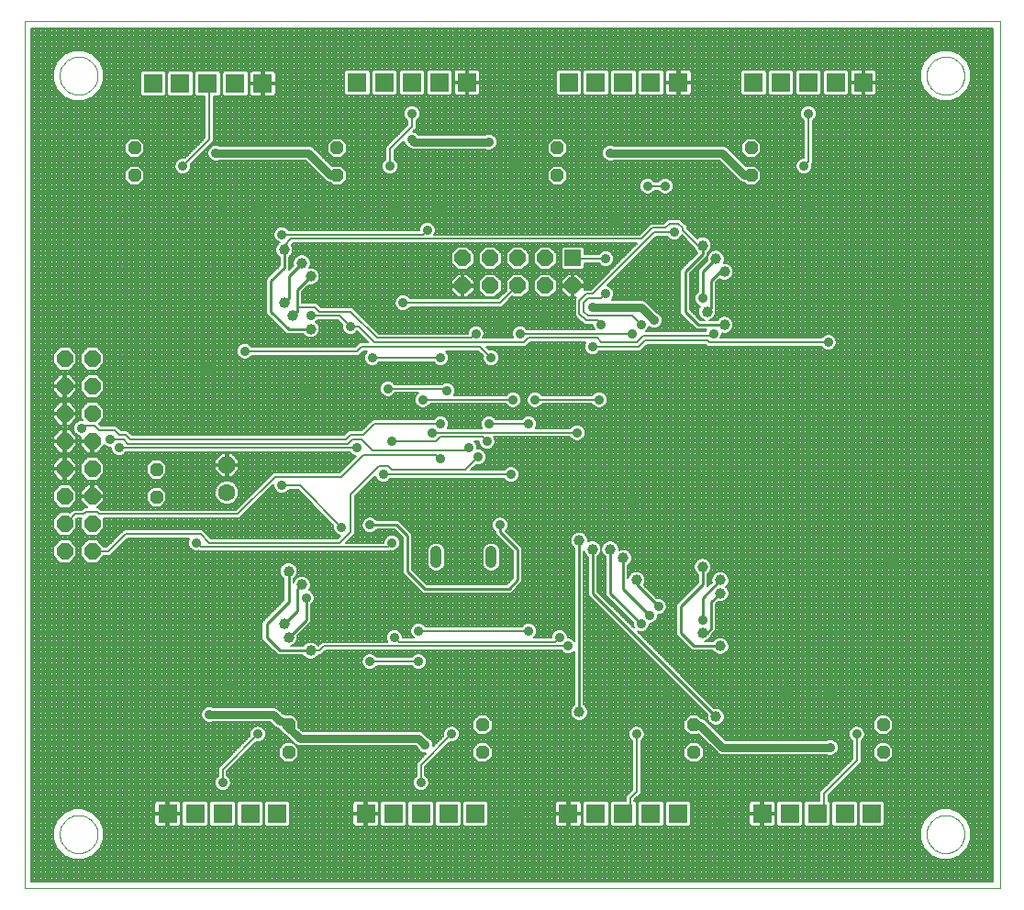
<source format=gbl>
G75*
G70*
%OFA0B0*%
%FSLAX24Y24*%
%IPPOS*%
%LPD*%
%AMOC8*
5,1,8,0,0,1.08239X$1,22.5*
%
%ADD10C,0.0000*%
%ADD11OC8,0.0600*%
%ADD12C,0.0400*%
%ADD13R,0.0709X0.0709*%
%ADD14R,0.0600X0.0600*%
%ADD15OC8,0.0480*%
%ADD16OC8,0.0630*%
%ADD17C,0.0630*%
%ADD18C,0.0080*%
%ADD19C,0.0357*%
%ADD20C,0.0300*%
%ADD21C,0.0397*%
%ADD22C,0.0100*%
D10*
X001140Y001640D02*
X001140Y033136D01*
X036573Y033136D01*
X036573Y001640D01*
X001140Y001640D01*
X002420Y003609D02*
X002422Y003661D01*
X002428Y003713D01*
X002438Y003764D01*
X002451Y003814D01*
X002469Y003864D01*
X002490Y003911D01*
X002514Y003957D01*
X002543Y004001D01*
X002574Y004043D01*
X002608Y004082D01*
X002645Y004119D01*
X002685Y004152D01*
X002728Y004183D01*
X002772Y004210D01*
X002818Y004234D01*
X002867Y004254D01*
X002916Y004270D01*
X002967Y004283D01*
X003018Y004292D01*
X003070Y004297D01*
X003122Y004298D01*
X003174Y004295D01*
X003226Y004288D01*
X003277Y004277D01*
X003327Y004263D01*
X003376Y004244D01*
X003423Y004222D01*
X003468Y004197D01*
X003512Y004168D01*
X003553Y004136D01*
X003592Y004101D01*
X003627Y004063D01*
X003660Y004022D01*
X003690Y003980D01*
X003716Y003935D01*
X003739Y003888D01*
X003758Y003839D01*
X003774Y003789D01*
X003786Y003739D01*
X003794Y003687D01*
X003798Y003635D01*
X003798Y003583D01*
X003794Y003531D01*
X003786Y003479D01*
X003774Y003429D01*
X003758Y003379D01*
X003739Y003330D01*
X003716Y003283D01*
X003690Y003238D01*
X003660Y003196D01*
X003627Y003155D01*
X003592Y003117D01*
X003553Y003082D01*
X003512Y003050D01*
X003468Y003021D01*
X003423Y002996D01*
X003376Y002974D01*
X003327Y002955D01*
X003277Y002941D01*
X003226Y002930D01*
X003174Y002923D01*
X003122Y002920D01*
X003070Y002921D01*
X003018Y002926D01*
X002967Y002935D01*
X002916Y002948D01*
X002867Y002964D01*
X002818Y002984D01*
X002772Y003008D01*
X002728Y003035D01*
X002685Y003066D01*
X002645Y003099D01*
X002608Y003136D01*
X002574Y003175D01*
X002543Y003217D01*
X002514Y003261D01*
X002490Y003307D01*
X002469Y003354D01*
X002451Y003404D01*
X002438Y003454D01*
X002428Y003505D01*
X002422Y003557D01*
X002420Y003609D01*
X002420Y031168D02*
X002422Y031220D01*
X002428Y031272D01*
X002438Y031323D01*
X002451Y031373D01*
X002469Y031423D01*
X002490Y031470D01*
X002514Y031516D01*
X002543Y031560D01*
X002574Y031602D01*
X002608Y031641D01*
X002645Y031678D01*
X002685Y031711D01*
X002728Y031742D01*
X002772Y031769D01*
X002818Y031793D01*
X002867Y031813D01*
X002916Y031829D01*
X002967Y031842D01*
X003018Y031851D01*
X003070Y031856D01*
X003122Y031857D01*
X003174Y031854D01*
X003226Y031847D01*
X003277Y031836D01*
X003327Y031822D01*
X003376Y031803D01*
X003423Y031781D01*
X003468Y031756D01*
X003512Y031727D01*
X003553Y031695D01*
X003592Y031660D01*
X003627Y031622D01*
X003660Y031581D01*
X003690Y031539D01*
X003716Y031494D01*
X003739Y031447D01*
X003758Y031398D01*
X003774Y031348D01*
X003786Y031298D01*
X003794Y031246D01*
X003798Y031194D01*
X003798Y031142D01*
X003794Y031090D01*
X003786Y031038D01*
X003774Y030988D01*
X003758Y030938D01*
X003739Y030889D01*
X003716Y030842D01*
X003690Y030797D01*
X003660Y030755D01*
X003627Y030714D01*
X003592Y030676D01*
X003553Y030641D01*
X003512Y030609D01*
X003468Y030580D01*
X003423Y030555D01*
X003376Y030533D01*
X003327Y030514D01*
X003277Y030500D01*
X003226Y030489D01*
X003174Y030482D01*
X003122Y030479D01*
X003070Y030480D01*
X003018Y030485D01*
X002967Y030494D01*
X002916Y030507D01*
X002867Y030523D01*
X002818Y030543D01*
X002772Y030567D01*
X002728Y030594D01*
X002685Y030625D01*
X002645Y030658D01*
X002608Y030695D01*
X002574Y030734D01*
X002543Y030776D01*
X002514Y030820D01*
X002490Y030866D01*
X002469Y030913D01*
X002451Y030963D01*
X002438Y031013D01*
X002428Y031064D01*
X002422Y031116D01*
X002420Y031168D01*
X033916Y031168D02*
X033918Y031220D01*
X033924Y031272D01*
X033934Y031323D01*
X033947Y031373D01*
X033965Y031423D01*
X033986Y031470D01*
X034010Y031516D01*
X034039Y031560D01*
X034070Y031602D01*
X034104Y031641D01*
X034141Y031678D01*
X034181Y031711D01*
X034224Y031742D01*
X034268Y031769D01*
X034314Y031793D01*
X034363Y031813D01*
X034412Y031829D01*
X034463Y031842D01*
X034514Y031851D01*
X034566Y031856D01*
X034618Y031857D01*
X034670Y031854D01*
X034722Y031847D01*
X034773Y031836D01*
X034823Y031822D01*
X034872Y031803D01*
X034919Y031781D01*
X034964Y031756D01*
X035008Y031727D01*
X035049Y031695D01*
X035088Y031660D01*
X035123Y031622D01*
X035156Y031581D01*
X035186Y031539D01*
X035212Y031494D01*
X035235Y031447D01*
X035254Y031398D01*
X035270Y031348D01*
X035282Y031298D01*
X035290Y031246D01*
X035294Y031194D01*
X035294Y031142D01*
X035290Y031090D01*
X035282Y031038D01*
X035270Y030988D01*
X035254Y030938D01*
X035235Y030889D01*
X035212Y030842D01*
X035186Y030797D01*
X035156Y030755D01*
X035123Y030714D01*
X035088Y030676D01*
X035049Y030641D01*
X035008Y030609D01*
X034964Y030580D01*
X034919Y030555D01*
X034872Y030533D01*
X034823Y030514D01*
X034773Y030500D01*
X034722Y030489D01*
X034670Y030482D01*
X034618Y030479D01*
X034566Y030480D01*
X034514Y030485D01*
X034463Y030494D01*
X034412Y030507D01*
X034363Y030523D01*
X034314Y030543D01*
X034268Y030567D01*
X034224Y030594D01*
X034181Y030625D01*
X034141Y030658D01*
X034104Y030695D01*
X034070Y030734D01*
X034039Y030776D01*
X034010Y030820D01*
X033986Y030866D01*
X033965Y030913D01*
X033947Y030963D01*
X033934Y031013D01*
X033924Y031064D01*
X033918Y031116D01*
X033916Y031168D01*
X033916Y003609D02*
X033918Y003661D01*
X033924Y003713D01*
X033934Y003764D01*
X033947Y003814D01*
X033965Y003864D01*
X033986Y003911D01*
X034010Y003957D01*
X034039Y004001D01*
X034070Y004043D01*
X034104Y004082D01*
X034141Y004119D01*
X034181Y004152D01*
X034224Y004183D01*
X034268Y004210D01*
X034314Y004234D01*
X034363Y004254D01*
X034412Y004270D01*
X034463Y004283D01*
X034514Y004292D01*
X034566Y004297D01*
X034618Y004298D01*
X034670Y004295D01*
X034722Y004288D01*
X034773Y004277D01*
X034823Y004263D01*
X034872Y004244D01*
X034919Y004222D01*
X034964Y004197D01*
X035008Y004168D01*
X035049Y004136D01*
X035088Y004101D01*
X035123Y004063D01*
X035156Y004022D01*
X035186Y003980D01*
X035212Y003935D01*
X035235Y003888D01*
X035254Y003839D01*
X035270Y003789D01*
X035282Y003739D01*
X035290Y003687D01*
X035294Y003635D01*
X035294Y003583D01*
X035290Y003531D01*
X035282Y003479D01*
X035270Y003429D01*
X035254Y003379D01*
X035235Y003330D01*
X035212Y003283D01*
X035186Y003238D01*
X035156Y003196D01*
X035123Y003155D01*
X035088Y003117D01*
X035049Y003082D01*
X035008Y003050D01*
X034964Y003021D01*
X034919Y002996D01*
X034872Y002974D01*
X034823Y002955D01*
X034773Y002941D01*
X034722Y002930D01*
X034670Y002923D01*
X034618Y002920D01*
X034566Y002921D01*
X034514Y002926D01*
X034463Y002935D01*
X034412Y002948D01*
X034363Y002964D01*
X034314Y002984D01*
X034268Y003008D01*
X034224Y003035D01*
X034181Y003066D01*
X034141Y003099D01*
X034104Y003136D01*
X034070Y003175D01*
X034039Y003217D01*
X034010Y003261D01*
X033986Y003307D01*
X033965Y003354D01*
X033947Y003404D01*
X033934Y003454D01*
X033924Y003505D01*
X033918Y003557D01*
X033916Y003609D01*
D11*
X021060Y023540D03*
X020060Y023540D03*
X019060Y023540D03*
X019060Y024540D03*
X020060Y024540D03*
X018060Y024540D03*
X018060Y023540D03*
X017060Y023540D03*
X017060Y024540D03*
X003609Y020888D03*
X003609Y019888D03*
X003609Y018888D03*
X003609Y017888D03*
X003609Y016888D03*
X003609Y015888D03*
X003609Y014888D03*
X003609Y013888D03*
X002609Y013888D03*
X002609Y014888D03*
X002609Y015888D03*
X002609Y016888D03*
X002609Y017888D03*
X002609Y018888D03*
X002609Y019888D03*
X002609Y020888D03*
D12*
X016100Y013880D02*
X016100Y013480D01*
X018100Y013480D02*
X018100Y013880D01*
D13*
X017524Y004360D03*
X016540Y004360D03*
X015540Y004360D03*
X014540Y004360D03*
X013540Y004360D03*
X010324Y004360D03*
X009340Y004360D03*
X008340Y004360D03*
X007340Y004360D03*
X006340Y004360D03*
X020900Y004360D03*
X021900Y004360D03*
X022900Y004360D03*
X023900Y004360D03*
X024884Y004360D03*
X027940Y004360D03*
X028940Y004360D03*
X029940Y004360D03*
X030940Y004360D03*
X031924Y004360D03*
X031620Y030920D03*
X030620Y030920D03*
X029620Y030920D03*
X028620Y030920D03*
X027636Y030920D03*
X024900Y030920D03*
X023900Y030920D03*
X022900Y030920D03*
X021900Y030920D03*
X020916Y030920D03*
X017220Y030920D03*
X016220Y030920D03*
X015220Y030920D03*
X014220Y030920D03*
X013236Y030920D03*
X009800Y030880D03*
X008800Y030880D03*
X007800Y030880D03*
X006800Y030880D03*
X005816Y030880D03*
D14*
X021060Y024540D03*
D15*
X020500Y027540D03*
X020500Y028540D03*
X027540Y028540D03*
X027540Y027540D03*
X012500Y027540D03*
X012500Y028540D03*
X005140Y028540D03*
X005140Y027540D03*
X005940Y016860D03*
X005940Y015860D03*
X010740Y007580D03*
X010740Y006580D03*
X017780Y006580D03*
X017780Y007580D03*
X025460Y007580D03*
X025460Y006580D03*
X032340Y006580D03*
X032340Y007580D03*
D16*
X008500Y017020D03*
D17*
X008500Y016020D03*
D18*
X008500Y015585D02*
X008500Y015400D01*
X008420Y015400D02*
X008420Y015585D01*
X008413Y015585D02*
X008587Y015585D01*
X008746Y015651D01*
X008869Y015774D01*
X008935Y015933D01*
X008935Y016107D01*
X008869Y016266D01*
X008746Y016389D01*
X008587Y016455D01*
X008413Y016455D01*
X008254Y016389D01*
X008131Y016266D01*
X008065Y016107D01*
X008065Y015933D01*
X008131Y015774D01*
X008254Y015651D01*
X008413Y015585D01*
X008340Y015615D02*
X008340Y015400D01*
X008260Y015400D02*
X008260Y015649D01*
X008281Y015640D02*
X006229Y015640D01*
X006260Y015671D02*
X006260Y015400D01*
X006340Y015400D02*
X006340Y017480D01*
X006420Y017480D02*
X006420Y015400D01*
X006500Y015400D02*
X006500Y017480D01*
X006580Y017480D02*
X006580Y015400D01*
X006660Y015400D02*
X006660Y017480D01*
X006740Y017480D02*
X006740Y015400D01*
X006820Y015400D02*
X006820Y017480D01*
X006900Y017480D02*
X006900Y015400D01*
X006980Y015400D02*
X006980Y017480D01*
X007060Y017480D02*
X007060Y015400D01*
X007140Y015400D02*
X007140Y017480D01*
X007220Y017480D02*
X007220Y015400D01*
X007300Y015400D02*
X007300Y017480D01*
X007380Y017480D02*
X007380Y015400D01*
X007460Y015400D02*
X007460Y017480D01*
X007540Y017480D02*
X007540Y015400D01*
X007620Y015400D02*
X007620Y017480D01*
X007700Y017480D02*
X007700Y015400D01*
X007780Y015400D02*
X007780Y017480D01*
X007860Y017480D02*
X007860Y015400D01*
X007940Y015400D02*
X007940Y017480D01*
X008020Y017480D02*
X008020Y015400D01*
X008100Y015400D02*
X008100Y015849D01*
X008087Y015880D02*
X006300Y015880D01*
X006300Y015960D02*
X008065Y015960D01*
X008065Y016040D02*
X006269Y016040D01*
X006260Y016049D02*
X006260Y016671D01*
X006269Y016680D02*
X008225Y016680D01*
X008260Y016645D02*
X008260Y016391D01*
X008225Y016360D02*
X001380Y016360D01*
X001380Y016440D02*
X008377Y016440D01*
X008340Y016425D02*
X008340Y016585D01*
X008320Y016585D02*
X008065Y016840D01*
X006300Y016840D01*
X006300Y016920D02*
X008065Y016920D01*
X008065Y016980D02*
X008065Y016840D01*
X008100Y016805D02*
X008100Y016191D01*
X008104Y016200D02*
X006109Y016200D01*
X006100Y016209D02*
X006100Y016511D01*
X006109Y016520D02*
X009954Y016520D01*
X009940Y016506D02*
X009940Y017480D01*
X010020Y017480D02*
X010020Y016586D01*
X010034Y016600D02*
X008695Y016600D01*
X008680Y016585D02*
X008935Y016840D01*
X012674Y016840D01*
X012660Y016826D02*
X012660Y017480D01*
X012740Y017480D02*
X012740Y016906D01*
X012754Y016920D02*
X008935Y016920D01*
X008935Y016980D02*
X008540Y016980D01*
X008540Y017060D01*
X008460Y017060D01*
X008460Y017455D01*
X008320Y017455D01*
X008065Y017200D01*
X008065Y017060D01*
X008460Y017060D01*
X008460Y016980D01*
X008065Y016980D01*
X008100Y016980D02*
X008100Y017060D01*
X008065Y017080D02*
X006229Y017080D01*
X006260Y017049D02*
X006260Y017480D01*
X006180Y017480D02*
X006180Y017129D01*
X006149Y017160D02*
X008065Y017160D01*
X008100Y017235D02*
X008100Y017480D01*
X008180Y017480D02*
X008180Y017315D01*
X008185Y017320D02*
X001380Y017320D01*
X001380Y017400D02*
X004398Y017400D01*
X004411Y017387D02*
X004521Y017341D01*
X004639Y017341D01*
X004749Y017387D01*
X004833Y017471D01*
X004837Y017480D01*
X012963Y017480D01*
X012967Y017471D01*
X013051Y017387D01*
X013161Y017341D01*
X013175Y017341D01*
X012594Y016760D01*
X008855Y016760D01*
X008820Y016725D02*
X008820Y016315D01*
X008855Y016280D02*
X009714Y016280D01*
X009700Y016266D02*
X009700Y017480D01*
X009780Y017480D02*
X009780Y016346D01*
X009794Y016360D02*
X008775Y016360D01*
X008740Y016391D02*
X008740Y016645D01*
X008775Y016680D02*
X010114Y016680D01*
X010100Y016666D02*
X010100Y017480D01*
X010180Y017480D02*
X010180Y016746D01*
X010194Y016760D02*
X008834Y015400D01*
X003926Y015400D01*
X003846Y015480D01*
X003794Y015480D01*
X004029Y015714D01*
X004029Y015848D01*
X003649Y015848D01*
X003649Y015928D01*
X004029Y015928D01*
X004029Y016062D01*
X003782Y016308D01*
X003649Y016308D01*
X003649Y015928D01*
X003569Y015928D01*
X003569Y016308D01*
X003435Y016308D01*
X003189Y016062D01*
X003189Y015928D01*
X003568Y015928D01*
X003568Y015848D01*
X003189Y015848D01*
X003189Y015714D01*
X003423Y015480D01*
X003314Y015480D01*
X003234Y015400D01*
X001380Y015400D01*
X001380Y015320D02*
X002834Y015320D01*
X002820Y015306D02*
X002820Y015506D01*
X002794Y015480D02*
X003423Y015480D01*
X003380Y015480D02*
X003380Y015523D01*
X003343Y015560D02*
X002874Y015560D01*
X002900Y015586D02*
X002900Y015386D01*
X002914Y015400D02*
X002802Y015288D01*
X002782Y015308D01*
X002435Y015308D01*
X002189Y015062D01*
X002189Y014714D01*
X002435Y014468D01*
X002782Y014468D01*
X003029Y014714D01*
X003029Y015062D01*
X003028Y015062D01*
X003046Y015080D01*
X003207Y015080D01*
X003189Y015062D01*
X003189Y014714D01*
X003435Y014468D01*
X003782Y014468D01*
X004029Y014714D01*
X004029Y015062D01*
X004011Y015080D01*
X008966Y015080D01*
X012114Y015080D01*
X012100Y015094D02*
X012100Y014360D01*
X012180Y014360D02*
X012180Y015014D01*
X012194Y015000D02*
X004029Y015000D01*
X004020Y015071D02*
X004020Y015080D01*
X004100Y015080D02*
X004100Y014040D01*
X004114Y014040D02*
X004029Y014040D01*
X004114Y014040D01*
X004754Y014680D01*
X007606Y014680D01*
X007700Y014586D01*
X007700Y015080D01*
X007620Y015080D02*
X007620Y014666D01*
X007540Y014680D02*
X007540Y015080D01*
X007460Y015080D02*
X007460Y014680D01*
X007380Y014680D02*
X007380Y015080D01*
X007300Y015080D02*
X007300Y014680D01*
X007220Y014680D02*
X007220Y015080D01*
X007140Y015080D02*
X007140Y014680D01*
X007060Y014680D02*
X007060Y015080D01*
X006980Y015080D02*
X006980Y014680D01*
X006900Y014680D02*
X006900Y015080D01*
X006820Y015080D02*
X006820Y014680D01*
X006740Y014680D02*
X006740Y015080D01*
X006660Y015080D02*
X006660Y014680D01*
X006580Y014680D02*
X006580Y015080D01*
X006500Y015080D02*
X006500Y014680D01*
X006420Y014680D02*
X006420Y015080D01*
X006340Y015080D02*
X006340Y014680D01*
X006260Y014680D02*
X006260Y015080D01*
X006180Y015080D02*
X006180Y014680D01*
X006100Y014680D02*
X006100Y015080D01*
X006020Y015080D02*
X006020Y014680D01*
X005940Y014680D02*
X005940Y015080D01*
X005860Y015080D02*
X005860Y014680D01*
X005780Y014680D02*
X005780Y015080D01*
X005700Y015080D02*
X005700Y014680D01*
X005620Y014680D02*
X005620Y015080D01*
X005540Y015080D02*
X005540Y014680D01*
X005460Y014680D02*
X005460Y015080D01*
X005380Y015080D02*
X005380Y014680D01*
X005300Y014680D02*
X005300Y015080D01*
X005220Y015080D02*
X005220Y014680D01*
X005140Y014680D02*
X005140Y015080D01*
X005060Y015080D02*
X005060Y014680D01*
X004980Y014680D02*
X004980Y015080D01*
X004900Y015080D02*
X004900Y014680D01*
X004820Y014680D02*
X004820Y015080D01*
X004740Y015080D02*
X004740Y014666D01*
X004674Y014600D02*
X003914Y014600D01*
X003940Y014626D02*
X003940Y014151D01*
X003971Y014120D02*
X004194Y014120D01*
X004180Y014106D02*
X004180Y015080D01*
X004260Y015080D02*
X004260Y014186D01*
X004274Y014200D02*
X003891Y014200D01*
X003860Y014231D02*
X003860Y014546D01*
X003834Y014520D02*
X004594Y014520D01*
X004580Y014506D02*
X004580Y015080D01*
X004500Y015080D02*
X004500Y014426D01*
X004514Y014440D02*
X001380Y014440D01*
X001380Y014520D02*
X002383Y014520D01*
X002420Y014483D02*
X002420Y014293D01*
X002407Y014280D02*
X001380Y014280D01*
X001380Y014360D02*
X004434Y014360D01*
X004420Y014346D02*
X004420Y015080D01*
X004340Y015080D02*
X004340Y014266D01*
X004354Y014280D02*
X003811Y014280D01*
X003782Y014308D02*
X003435Y014308D01*
X003189Y014062D01*
X003189Y013714D01*
X003435Y013468D01*
X003782Y013468D01*
X004029Y013714D01*
X004029Y013720D01*
X004246Y013720D01*
X014890Y013720D01*
X014890Y013800D02*
X004326Y013800D01*
X004340Y013814D02*
X004886Y014360D01*
X007123Y014360D01*
X007081Y014259D01*
X007081Y014141D01*
X007127Y014031D01*
X007211Y013947D01*
X007321Y013901D01*
X007439Y013901D01*
X007449Y013905D01*
X007474Y013880D01*
X004406Y013880D01*
X004420Y013894D02*
X004420Y001880D01*
X004500Y001880D02*
X004500Y013974D01*
X004486Y013960D02*
X007198Y013960D01*
X007220Y013943D02*
X007220Y004834D01*
X007300Y004834D02*
X007300Y013910D01*
X007380Y013901D02*
X007380Y004834D01*
X007460Y004834D02*
X007460Y013894D01*
X007474Y013880D02*
X014406Y013880D01*
X014890Y013880D01*
X014890Y013960D02*
X014682Y013960D01*
X014669Y013947D02*
X014753Y014031D01*
X014799Y014141D01*
X014799Y014259D01*
X014753Y014369D01*
X014669Y014453D01*
X014559Y014499D01*
X014441Y014499D01*
X014331Y014453D01*
X014247Y014369D01*
X014201Y014259D01*
X014201Y014200D01*
X012806Y014200D01*
X013140Y014534D01*
X013140Y015894D01*
X013140Y014200D01*
X013060Y014200D02*
X013060Y014454D01*
X013046Y014440D02*
X014318Y014440D01*
X014340Y014457D02*
X014340Y014670D01*
X014260Y014670D02*
X014260Y014382D01*
X014243Y014360D02*
X012966Y014360D01*
X012980Y014374D02*
X012980Y014200D01*
X012900Y014200D02*
X012900Y014294D01*
X012886Y014280D02*
X014210Y014280D01*
X014201Y014200D02*
X012806Y014200D01*
X012820Y014200D02*
X012820Y014214D01*
X012580Y014200D02*
X012980Y014600D01*
X012980Y015960D01*
X014020Y017000D01*
X014340Y017000D01*
X014500Y016840D01*
X017140Y016840D01*
X017620Y017320D01*
X017620Y017619D02*
X017620Y017880D01*
X017641Y017880D02*
X017641Y017821D01*
X017687Y017711D01*
X017771Y017627D01*
X017881Y017581D01*
X017999Y017581D01*
X018109Y017627D01*
X018193Y017711D01*
X018239Y017821D01*
X018239Y017939D01*
X018197Y018040D01*
X020963Y018040D01*
X020967Y018031D01*
X021051Y017947D01*
X021161Y017901D01*
X021279Y017901D01*
X021389Y017947D01*
X021473Y018031D01*
X021519Y018141D01*
X021519Y018259D01*
X021473Y018369D01*
X021389Y018453D01*
X021279Y018499D01*
X021161Y018499D01*
X021051Y018453D01*
X020967Y018369D01*
X020963Y018360D01*
X019717Y018360D01*
X019759Y018461D01*
X019759Y018579D01*
X019713Y018689D01*
X019629Y018773D01*
X019519Y018819D01*
X019401Y018819D01*
X019291Y018773D01*
X019207Y018689D01*
X019203Y018680D01*
X018277Y018680D01*
X019203Y018680D01*
X019220Y018702D02*
X019220Y021320D01*
X019300Y021320D02*
X019300Y018777D01*
X019278Y018760D02*
X018202Y018760D01*
X018189Y018773D02*
X018079Y018819D01*
X017961Y018819D01*
X017851Y018773D01*
X017767Y018689D01*
X017721Y018579D01*
X017721Y018461D01*
X017763Y018360D01*
X016517Y018360D01*
X017763Y018360D01*
X017700Y018360D02*
X017700Y019240D01*
X017780Y019240D02*
X017780Y018702D01*
X017763Y018680D02*
X016517Y018680D01*
X016513Y018689D02*
X016429Y018773D01*
X016319Y018819D01*
X016201Y018819D01*
X016091Y018773D01*
X016007Y018689D01*
X016003Y018680D01*
X003994Y018680D01*
X004020Y018706D02*
X004020Y018440D01*
X004100Y018440D02*
X004100Y032896D01*
X004180Y032896D02*
X004180Y018440D01*
X004260Y018440D02*
X004260Y032896D01*
X004340Y032896D02*
X004340Y018440D01*
X004420Y018440D02*
X004420Y032896D01*
X004500Y032896D02*
X004500Y018426D01*
X004486Y018440D02*
X003926Y018440D01*
X013554Y018440D01*
X013540Y018426D02*
X013540Y020738D01*
X013527Y020751D02*
X013611Y020667D01*
X013721Y020621D01*
X013839Y020621D01*
X013949Y020667D01*
X014033Y020751D01*
X014037Y020760D01*
X016003Y020760D01*
X016007Y020751D01*
X016091Y020667D01*
X016201Y020621D01*
X016319Y020621D01*
X016429Y020667D01*
X016513Y020751D01*
X016559Y020861D01*
X016559Y020979D01*
X016513Y021089D01*
X016442Y021160D01*
X017634Y021160D01*
X017805Y020989D01*
X017801Y020979D01*
X017801Y020861D01*
X017847Y020751D01*
X017931Y020667D01*
X018041Y020621D01*
X018159Y020621D01*
X018269Y020667D01*
X018353Y020751D01*
X018399Y020861D01*
X018399Y020979D01*
X018353Y021089D01*
X018269Y021173D01*
X018159Y021219D01*
X018041Y021219D01*
X018031Y021215D01*
X017926Y021320D01*
X019366Y021320D01*
X021481Y021320D01*
X021481Y021379D02*
X021481Y021261D01*
X021527Y021151D01*
X021611Y021067D01*
X021721Y021021D01*
X021839Y021021D01*
X021949Y021067D01*
X022033Y021151D01*
X022037Y021160D01*
X023526Y021160D01*
X036333Y021160D01*
X036333Y021240D02*
X030522Y021240D01*
X030509Y021227D02*
X030593Y021311D01*
X030639Y021421D01*
X030639Y021539D01*
X030593Y021649D01*
X030509Y021733D01*
X030399Y021779D01*
X030281Y021779D01*
X030171Y021733D01*
X030087Y021649D01*
X030083Y021640D01*
X026437Y021640D01*
X026479Y021741D01*
X026479Y021817D01*
X026517Y021802D01*
X026643Y021802D01*
X026760Y021850D01*
X026850Y021940D01*
X026898Y022057D01*
X026898Y022183D01*
X026850Y022300D01*
X026760Y022390D01*
X026643Y022438D01*
X026517Y022438D01*
X026400Y022390D01*
X026310Y022300D01*
X026306Y022290D01*
X026024Y022290D01*
X026120Y022330D01*
X026210Y022420D01*
X026258Y022537D01*
X026258Y022663D01*
X026254Y022674D01*
X026270Y022690D01*
X026270Y023650D01*
X026395Y023775D01*
X026400Y023770D01*
X026517Y023722D01*
X026643Y023722D01*
X026760Y023770D01*
X026850Y023860D01*
X026898Y023977D01*
X026898Y024103D01*
X026850Y024220D01*
X026760Y024310D01*
X026643Y024358D01*
X026538Y024358D01*
X026578Y024457D01*
X026578Y024583D01*
X026530Y024700D01*
X026440Y024790D01*
X026323Y024838D01*
X026197Y024838D01*
X026080Y024790D01*
X025990Y024700D01*
X025942Y024583D01*
X025942Y024457D01*
X025946Y024446D01*
X025710Y024210D01*
X025610Y024110D01*
X025610Y023332D01*
X025527Y023249D01*
X025481Y023139D01*
X025481Y023021D01*
X025527Y022911D01*
X025611Y022827D01*
X025685Y022796D01*
X025670Y022780D01*
X025622Y022663D01*
X025622Y022537D01*
X025670Y022420D01*
X025760Y022330D01*
X025856Y022290D01*
X025690Y022290D01*
X025310Y022670D01*
X025310Y023970D01*
X025850Y024510D01*
X025950Y024610D01*
X025950Y024726D01*
X025960Y024730D01*
X026050Y024820D01*
X026098Y024937D01*
X026098Y025063D01*
X026050Y025180D01*
X025960Y025270D01*
X025843Y025318D01*
X025717Y025318D01*
X025600Y025270D01*
X025588Y025258D01*
X025220Y025626D01*
X025220Y028090D01*
X025300Y028090D02*
X025300Y025546D01*
X025286Y025560D02*
X036333Y025560D01*
X036333Y025640D02*
X025220Y025640D01*
X025220Y025626D02*
X025220Y025706D01*
X025060Y025866D01*
X025060Y028090D01*
X025140Y028090D02*
X025140Y025786D01*
X025126Y025800D02*
X036333Y025800D01*
X036333Y025880D02*
X025046Y025880D01*
X025060Y025866D02*
X024966Y025960D01*
X024514Y025960D01*
X024420Y025866D01*
X024354Y025800D01*
X015962Y025800D01*
X015949Y025813D02*
X015839Y025859D01*
X015721Y025859D01*
X015611Y025813D01*
X015527Y025729D01*
X015481Y025619D01*
X015481Y025560D01*
X010757Y025560D01*
X010753Y025569D01*
X010669Y025653D01*
X010559Y025699D01*
X010441Y025699D01*
X010331Y025653D01*
X010247Y025569D01*
X010201Y025459D01*
X010201Y025341D01*
X010247Y025231D01*
X010331Y025147D01*
X010410Y025114D01*
X010400Y025110D01*
X010310Y025020D01*
X010262Y024903D01*
X010262Y024777D01*
X010310Y024660D01*
X010400Y024570D01*
X010410Y024566D01*
X010410Y024270D01*
X009930Y023790D01*
X009930Y022530D01*
X010030Y022430D01*
X010670Y021790D01*
X011266Y021790D01*
X011270Y021780D01*
X011360Y021690D01*
X011477Y021642D01*
X011603Y021642D01*
X011720Y021690D01*
X011810Y021780D01*
X011858Y021897D01*
X011858Y022023D01*
X011810Y022140D01*
X011736Y022214D01*
X011793Y022271D01*
X011797Y022280D01*
X012514Y022280D01*
X012685Y022109D01*
X012681Y022099D01*
X012681Y021981D01*
X012727Y021871D01*
X012811Y021787D01*
X012921Y021741D01*
X013039Y021741D01*
X013149Y021787D01*
X013233Y021871D01*
X013236Y021878D01*
X013634Y021480D01*
X013314Y021480D01*
X013154Y021320D01*
X009397Y021320D01*
X009393Y021329D01*
X009309Y021413D01*
X009199Y021459D01*
X009081Y021459D01*
X008971Y021413D01*
X008887Y021329D01*
X008841Y021219D01*
X008841Y021101D01*
X008887Y020991D01*
X008971Y020907D01*
X009081Y020861D01*
X009199Y020861D01*
X009309Y020907D01*
X009393Y020991D01*
X009397Y021000D01*
X013286Y021000D01*
X013490Y021000D01*
X013481Y020979D02*
X013481Y020861D01*
X013527Y020751D01*
X013523Y020760D02*
X004029Y020760D01*
X004029Y020714D02*
X003782Y020468D01*
X003435Y020468D01*
X003189Y020714D01*
X003189Y021062D01*
X003435Y021308D01*
X003782Y021308D01*
X004029Y021062D01*
X004029Y020714D01*
X004020Y020706D02*
X004020Y020071D01*
X004029Y020062D02*
X003782Y020308D01*
X003435Y020308D01*
X003189Y020062D01*
X003189Y019714D01*
X003435Y019468D01*
X003782Y019468D01*
X004029Y019714D01*
X004029Y020062D01*
X004029Y020040D02*
X014158Y020040D01*
X014171Y020053D02*
X014087Y019969D01*
X014041Y019859D01*
X014041Y019741D01*
X014087Y019631D01*
X014171Y019547D01*
X014281Y019501D01*
X014399Y019501D01*
X014509Y019547D01*
X014593Y019631D01*
X014597Y019640D01*
X015438Y019640D01*
X015367Y019569D01*
X015321Y019459D01*
X015321Y019341D01*
X015367Y019231D01*
X015451Y019147D01*
X015561Y019101D01*
X015679Y019101D01*
X015789Y019147D01*
X015873Y019231D01*
X015877Y019240D01*
X018643Y019240D01*
X018647Y019231D01*
X018731Y019147D01*
X018841Y019101D01*
X018959Y019101D01*
X019069Y019147D01*
X019153Y019231D01*
X019199Y019341D01*
X019199Y019459D01*
X019153Y019569D01*
X019069Y019653D01*
X018959Y019699D01*
X018841Y019699D01*
X018731Y019653D01*
X018647Y019569D01*
X018643Y019560D01*
X016757Y019560D01*
X016799Y019661D01*
X016799Y019779D01*
X016753Y019889D01*
X016669Y019973D01*
X016559Y020019D01*
X016441Y020019D01*
X016331Y019973D01*
X016318Y019960D01*
X014597Y019960D01*
X014593Y019969D01*
X014509Y020053D01*
X014399Y020099D01*
X014281Y020099D01*
X014171Y020053D01*
X014180Y020057D02*
X014180Y020760D01*
X014260Y020760D02*
X014260Y020090D01*
X014340Y020099D02*
X014340Y020760D01*
X014420Y020760D02*
X014420Y020090D01*
X014500Y020057D02*
X014500Y020760D01*
X014580Y020760D02*
X014580Y019982D01*
X014597Y019960D02*
X016318Y019960D01*
X016340Y019977D02*
X016340Y020630D01*
X016260Y020621D02*
X016260Y019960D01*
X016180Y019960D02*
X016180Y020630D01*
X016100Y020663D02*
X016100Y019960D01*
X016020Y019960D02*
X016020Y020738D01*
X016078Y020680D02*
X013962Y020680D01*
X013940Y020663D02*
X013940Y018680D01*
X013860Y018680D02*
X013860Y020630D01*
X013780Y020621D02*
X013780Y018666D01*
X013794Y018680D02*
X013394Y018280D01*
X004646Y018280D01*
X004580Y018346D01*
X004580Y032896D01*
X004660Y032896D02*
X004660Y018280D01*
X004646Y018280D02*
X004886Y018280D01*
X004980Y018186D01*
X004980Y027191D01*
X004991Y027180D02*
X005289Y027180D01*
X005500Y027391D01*
X005500Y027689D01*
X005289Y027900D01*
X004991Y027900D01*
X004780Y027689D01*
X004780Y027391D01*
X004991Y027180D01*
X005060Y027180D02*
X005060Y018120D01*
X005046Y018120D02*
X004980Y018186D01*
X004966Y018200D02*
X012834Y018200D01*
X012820Y018186D02*
X012820Y021000D01*
X012900Y021000D02*
X012900Y018266D01*
X012914Y018280D02*
X012754Y018120D01*
X005046Y018120D01*
X012754Y018120D01*
X012740Y018120D02*
X012740Y021000D01*
X012660Y021000D02*
X012660Y018120D01*
X012580Y018120D02*
X012580Y021000D01*
X012500Y021000D02*
X012500Y018120D01*
X012420Y018120D02*
X012420Y021000D01*
X012340Y021000D02*
X012340Y018120D01*
X012260Y018120D02*
X012260Y021000D01*
X012180Y021000D02*
X012180Y018120D01*
X012100Y018120D02*
X012100Y021000D01*
X012020Y021000D02*
X012020Y018120D01*
X011940Y018120D02*
X011940Y021000D01*
X011860Y021000D02*
X011860Y018120D01*
X011780Y018120D02*
X011780Y021000D01*
X011700Y021000D02*
X011700Y018120D01*
X011620Y018120D02*
X011620Y021000D01*
X011540Y021000D02*
X011540Y018120D01*
X011460Y018120D02*
X011460Y021000D01*
X011380Y021000D02*
X011380Y018120D01*
X011300Y018120D02*
X011300Y021000D01*
X011220Y021000D02*
X011220Y018120D01*
X011140Y018120D02*
X011140Y021000D01*
X011060Y021000D02*
X011060Y018120D01*
X010980Y018120D02*
X010980Y021000D01*
X010900Y021000D02*
X010900Y018120D01*
X010820Y018120D02*
X010820Y021000D01*
X010740Y021000D02*
X010740Y018120D01*
X010660Y018120D02*
X010660Y021000D01*
X010580Y021000D02*
X010580Y018120D01*
X010500Y018120D02*
X010500Y021000D01*
X010420Y021000D02*
X010420Y018120D01*
X010340Y018120D02*
X010340Y021000D01*
X010260Y021000D02*
X010260Y018120D01*
X010180Y018120D02*
X010180Y021000D01*
X010100Y021000D02*
X010100Y018120D01*
X010020Y018120D02*
X010020Y021000D01*
X009940Y021000D02*
X009940Y018120D01*
X009860Y018120D02*
X009860Y021000D01*
X009780Y021000D02*
X009780Y018120D01*
X009700Y018120D02*
X009700Y021000D01*
X009620Y021000D02*
X009620Y018120D01*
X009540Y018120D02*
X009540Y021000D01*
X009460Y021000D02*
X009460Y018120D01*
X009380Y018120D02*
X009380Y020978D01*
X009322Y020920D02*
X013481Y020920D01*
X013481Y020979D02*
X013527Y021089D01*
X013598Y021160D01*
X013446Y021160D01*
X013380Y021094D01*
X013380Y018280D01*
X013394Y018280D02*
X012914Y018280D01*
X012980Y018280D02*
X012980Y021000D01*
X013060Y021000D02*
X013060Y018280D01*
X013140Y018280D02*
X013140Y021000D01*
X013220Y021000D02*
X013220Y018280D01*
X013300Y018280D02*
X013300Y021014D01*
X013286Y021000D02*
X013380Y021094D01*
X013366Y021080D02*
X013523Y021080D01*
X013540Y021102D02*
X013540Y021160D01*
X013460Y021160D02*
X013460Y018346D01*
X013474Y018360D02*
X004566Y018360D01*
X004580Y018346D02*
X004486Y018440D01*
X004420Y018280D02*
X003860Y018280D01*
X003700Y018440D01*
X003300Y018440D01*
X003220Y018360D01*
X003220Y018659D02*
X003220Y018683D01*
X003223Y018680D02*
X002994Y018680D01*
X002980Y018666D02*
X002980Y018542D01*
X002967Y018529D02*
X002921Y018419D01*
X002921Y018301D01*
X002967Y018191D01*
X003051Y018107D01*
X003161Y018061D01*
X003189Y018061D01*
X003189Y017928D01*
X003568Y017928D01*
X003568Y017848D01*
X003189Y017848D01*
X003189Y017714D01*
X003435Y017468D01*
X003569Y017468D01*
X003569Y017848D01*
X003649Y017848D01*
X003649Y017468D01*
X003782Y017468D01*
X004029Y017714D01*
X004029Y017769D01*
X004091Y017707D01*
X004201Y017661D01*
X004281Y017661D01*
X004281Y017581D01*
X004327Y017471D01*
X004411Y017387D01*
X004420Y017383D02*
X004420Y015400D01*
X004500Y015400D02*
X004500Y017350D01*
X004580Y017341D02*
X004580Y015400D01*
X004660Y015400D02*
X004660Y017350D01*
X004740Y017383D02*
X004740Y015400D01*
X004820Y015400D02*
X004820Y017458D01*
X004762Y017400D02*
X008265Y017400D01*
X008260Y017395D02*
X008260Y017480D01*
X008340Y017480D02*
X008340Y017455D01*
X008420Y017455D02*
X008420Y017480D01*
X008500Y017480D02*
X008500Y017060D01*
X008540Y017060D02*
X008540Y017455D01*
X008680Y017455D01*
X008935Y017200D01*
X008935Y017060D01*
X008540Y017060D01*
X008540Y017080D02*
X008460Y017080D01*
X008420Y017060D02*
X008420Y016980D01*
X008460Y016980D02*
X008540Y016980D01*
X008540Y016585D01*
X008680Y016585D01*
X008660Y016585D02*
X008660Y016425D01*
X008623Y016440D02*
X009874Y016440D01*
X009860Y016426D02*
X009860Y017480D01*
X009620Y017480D02*
X009620Y016186D01*
X009634Y016200D02*
X008896Y016200D01*
X008900Y016191D02*
X008900Y016805D01*
X008935Y016840D02*
X008935Y016980D01*
X008900Y016980D02*
X008900Y017060D01*
X008935Y017080D02*
X012914Y017080D01*
X012900Y017066D02*
X012900Y017480D01*
X012820Y017480D02*
X012820Y016986D01*
X012834Y017000D02*
X008540Y017000D01*
X008580Y016980D02*
X008580Y017060D01*
X008660Y017060D02*
X008660Y016980D01*
X008740Y016980D02*
X008740Y017060D01*
X008820Y017060D02*
X008820Y016980D01*
X008935Y017160D02*
X012994Y017160D01*
X012980Y017146D02*
X012980Y017458D01*
X013038Y017400D02*
X008735Y017400D01*
X008740Y017395D02*
X008740Y017480D01*
X008820Y017480D02*
X008820Y017315D01*
X008815Y017320D02*
X013154Y017320D01*
X013140Y017306D02*
X013140Y017350D01*
X013060Y017383D02*
X013060Y017226D01*
X013074Y017240D02*
X008895Y017240D01*
X008900Y017235D02*
X008900Y017480D01*
X008980Y017480D02*
X008980Y015546D01*
X008994Y015560D02*
X006149Y015560D01*
X006180Y015591D02*
X006180Y015400D01*
X006100Y015400D02*
X006100Y015511D01*
X006089Y015500D02*
X006300Y015711D01*
X006300Y016009D01*
X006089Y016220D01*
X005791Y016220D01*
X005580Y016009D01*
X005580Y015711D01*
X005791Y015500D01*
X006089Y015500D01*
X006020Y015500D02*
X006020Y015400D01*
X005940Y015400D02*
X005940Y015500D01*
X005860Y015500D02*
X005860Y015400D01*
X005780Y015400D02*
X005780Y015511D01*
X005731Y015560D02*
X003874Y015560D01*
X003860Y015546D02*
X003860Y015466D01*
X003794Y015480D02*
X008914Y015480D01*
X008900Y015466D02*
X008900Y015849D01*
X008913Y015880D02*
X009314Y015880D01*
X009300Y015866D02*
X009300Y017480D01*
X009220Y017480D02*
X009220Y015786D01*
X009234Y015800D02*
X008880Y015800D01*
X008820Y015725D02*
X008820Y015400D01*
X008834Y015400D02*
X003926Y015400D01*
X003940Y015400D02*
X003940Y015626D01*
X003954Y015640D02*
X005651Y015640D01*
X005620Y015671D02*
X005620Y015400D01*
X005700Y015400D02*
X005700Y015591D01*
X005580Y015720D02*
X004029Y015720D01*
X004020Y015706D02*
X004020Y015400D01*
X004100Y015400D02*
X004100Y017703D01*
X004078Y017720D02*
X004029Y017720D01*
X004020Y017706D02*
X004020Y017071D01*
X004029Y017062D02*
X003782Y017308D01*
X003435Y017308D01*
X003189Y017062D01*
X003189Y016714D01*
X003435Y016468D01*
X003782Y016468D01*
X004029Y016714D01*
X004029Y017062D01*
X004011Y017080D02*
X005651Y017080D01*
X005620Y017049D02*
X005620Y017480D01*
X005700Y017480D02*
X005700Y017129D01*
X005731Y017160D02*
X003931Y017160D01*
X003940Y017151D02*
X003940Y017626D01*
X003954Y017640D02*
X004281Y017640D01*
X004260Y017661D02*
X004260Y015400D01*
X004180Y015400D02*
X004180Y017670D01*
X004290Y017560D02*
X003874Y017560D01*
X003860Y017546D02*
X003860Y017231D01*
X003851Y017240D02*
X008105Y017240D01*
X008180Y017060D02*
X008180Y016980D01*
X008260Y016980D02*
X008260Y017060D01*
X008340Y017060D02*
X008340Y016980D01*
X008460Y016980D02*
X008460Y016585D01*
X008320Y016585D01*
X008305Y016600D02*
X006189Y016600D01*
X006180Y016591D02*
X006180Y016129D01*
X006189Y016120D02*
X008071Y016120D01*
X008145Y016280D02*
X003811Y016280D01*
X003780Y016308D02*
X003780Y016468D01*
X003834Y016520D02*
X005771Y016520D01*
X005780Y016511D02*
X005780Y016209D01*
X005771Y016200D02*
X003891Y016200D01*
X003860Y016231D02*
X003860Y016546D01*
X003914Y016600D02*
X005691Y016600D01*
X005700Y016591D02*
X005700Y016129D01*
X005691Y016120D02*
X003971Y016120D01*
X003940Y016151D02*
X003940Y016626D01*
X003994Y016680D02*
X005611Y016680D01*
X005620Y016671D02*
X005620Y016049D01*
X005611Y016040D02*
X004029Y016040D01*
X004020Y016071D02*
X004020Y016706D01*
X004029Y016760D02*
X005580Y016760D01*
X005580Y016711D02*
X005791Y016500D01*
X006089Y016500D01*
X006300Y016711D01*
X006300Y017009D01*
X006089Y017220D01*
X005791Y017220D01*
X005580Y017009D01*
X005580Y016711D01*
X005580Y016840D02*
X004029Y016840D01*
X004029Y016920D02*
X005580Y016920D01*
X005580Y017000D02*
X004029Y017000D01*
X003780Y017308D02*
X003780Y017468D01*
X003794Y017480D02*
X004323Y017480D01*
X004340Y017458D02*
X004340Y015400D01*
X004660Y015080D02*
X004660Y014586D01*
X004820Y014520D02*
X004180Y013880D01*
X003620Y013880D01*
X003609Y013888D01*
X003620Y013468D02*
X003620Y004402D01*
X003635Y004396D02*
X003293Y004537D01*
X002924Y004537D01*
X002582Y004396D01*
X002321Y004135D01*
X002180Y003793D01*
X002180Y003424D01*
X002321Y003082D01*
X002582Y002821D01*
X002924Y002680D01*
X003293Y002680D01*
X003635Y002821D01*
X003896Y003082D01*
X004037Y003424D01*
X004037Y003793D01*
X003896Y004135D01*
X003635Y004396D01*
X003671Y004360D02*
X006300Y004360D01*
X006300Y004400D02*
X006300Y004320D01*
X005866Y004320D01*
X005866Y003990D01*
X005874Y003959D01*
X005890Y003932D01*
X005912Y003910D01*
X005939Y003894D01*
X005970Y003886D01*
X006300Y003886D01*
X006300Y004320D01*
X006380Y004320D01*
X006380Y004400D01*
X006300Y004400D01*
X006300Y004834D01*
X005970Y004834D01*
X005939Y004826D01*
X005912Y004810D01*
X005890Y004788D01*
X005874Y004761D01*
X005866Y004730D01*
X005866Y004400D01*
X006300Y004400D01*
X006340Y004400D02*
X006340Y014360D01*
X006420Y014360D02*
X006420Y004834D01*
X006380Y004834D02*
X006380Y004400D01*
X006814Y004400D01*
X006814Y004730D01*
X006806Y004761D01*
X006790Y004788D01*
X006768Y004810D01*
X006741Y004826D01*
X006710Y004834D01*
X006380Y004834D01*
X006380Y004760D02*
X006300Y004760D01*
X006300Y004680D02*
X006380Y004680D01*
X006380Y004600D02*
X006300Y004600D01*
X006300Y004520D02*
X006380Y004520D01*
X006380Y004440D02*
X006300Y004440D01*
X006260Y004400D02*
X006260Y004320D01*
X006300Y004280D02*
X006380Y004280D01*
X006380Y004320D02*
X006380Y003886D01*
X006710Y003886D01*
X006741Y003894D01*
X006768Y003910D01*
X006790Y003932D01*
X006806Y003959D01*
X006814Y003990D01*
X006814Y004320D01*
X006380Y004320D01*
X006420Y004320D02*
X006420Y004400D01*
X006380Y004360D02*
X006866Y004360D01*
X006866Y004440D02*
X006814Y004440D01*
X006814Y004520D02*
X006866Y004520D01*
X006866Y004600D02*
X006814Y004600D01*
X006814Y004680D02*
X006866Y004680D01*
X006866Y004760D02*
X006806Y004760D01*
X006866Y004764D02*
X006936Y004834D01*
X007744Y004834D01*
X007814Y004764D01*
X007814Y003956D01*
X007744Y003886D01*
X006936Y003886D01*
X006866Y003956D01*
X006866Y004764D01*
X006900Y004798D02*
X006900Y014360D01*
X006980Y014360D02*
X006980Y004834D01*
X007060Y004834D02*
X007060Y014360D01*
X007090Y014280D02*
X004806Y014280D01*
X004820Y014294D02*
X004820Y001880D01*
X004900Y001880D02*
X004900Y014360D01*
X004980Y014360D02*
X004980Y001880D01*
X005060Y001880D02*
X005060Y014360D01*
X005140Y014360D02*
X005140Y001880D01*
X005220Y001880D02*
X005220Y014360D01*
X005300Y014360D02*
X005300Y001880D01*
X005380Y001880D02*
X005380Y014360D01*
X005460Y014360D02*
X005460Y001880D01*
X005540Y001880D02*
X005540Y014360D01*
X005620Y014360D02*
X005620Y001880D01*
X005700Y001880D02*
X005700Y014360D01*
X005780Y014360D02*
X005780Y001880D01*
X005860Y001880D02*
X005860Y014360D01*
X005940Y014360D02*
X005940Y004826D01*
X006020Y004834D02*
X006020Y014360D01*
X006100Y014360D02*
X006100Y004834D01*
X006180Y004834D02*
X006180Y014360D01*
X006260Y014360D02*
X006260Y004834D01*
X006500Y004834D02*
X006500Y014360D01*
X006580Y014360D02*
X006580Y004834D01*
X006660Y004834D02*
X006660Y014360D01*
X006740Y014360D02*
X006740Y004826D01*
X007140Y004834D02*
X007140Y014018D01*
X007123Y014040D02*
X004566Y014040D01*
X004580Y014054D02*
X004580Y001880D01*
X004660Y001880D02*
X004660Y014134D01*
X004646Y014120D02*
X007090Y014120D01*
X007081Y014200D02*
X004726Y014200D01*
X004740Y014214D02*
X004740Y001880D01*
X004340Y001880D02*
X004340Y013814D01*
X004246Y013720D01*
X004260Y013734D02*
X004260Y001880D01*
X004180Y001880D02*
X004180Y013720D01*
X004100Y013720D02*
X004100Y001880D01*
X004020Y001880D02*
X004020Y003382D01*
X004028Y003400D02*
X033685Y003400D01*
X033676Y003424D02*
X033817Y003082D01*
X034078Y002821D01*
X034420Y002680D01*
X034420Y001880D01*
X034500Y001880D02*
X034500Y002680D01*
X034580Y002680D02*
X034580Y001880D01*
X034660Y001880D02*
X034660Y002680D01*
X034740Y002680D02*
X034740Y001880D01*
X034820Y001880D02*
X034820Y002692D01*
X034790Y002680D02*
X036333Y002680D01*
X036333Y002600D02*
X001380Y002600D01*
X001380Y002680D02*
X002923Y002680D01*
X002900Y002689D02*
X002900Y001880D01*
X002980Y001880D02*
X002980Y002680D01*
X003060Y002680D02*
X003060Y001880D01*
X003140Y001880D02*
X003140Y002680D01*
X003220Y002680D02*
X003220Y001880D01*
X003300Y001880D02*
X003300Y002682D01*
X003294Y002680D02*
X034419Y002680D01*
X034420Y002680D02*
X034789Y002680D01*
X035131Y002821D01*
X035392Y003082D01*
X035534Y003424D01*
X035534Y003793D01*
X035392Y004135D01*
X035131Y004396D01*
X034789Y004537D01*
X034420Y004537D01*
X034420Y030239D01*
X034789Y030239D01*
X035131Y030380D01*
X035392Y030641D01*
X035534Y030983D01*
X035534Y031352D01*
X035392Y031694D01*
X035131Y031955D01*
X034789Y032097D01*
X034420Y032097D01*
X034420Y032896D01*
X034500Y032896D02*
X034500Y032097D01*
X034580Y032097D02*
X034580Y032896D01*
X034660Y032896D02*
X034660Y032097D01*
X034740Y032097D02*
X034740Y032896D01*
X034820Y032896D02*
X034820Y032084D01*
X034900Y032051D02*
X034900Y032896D01*
X034980Y032896D02*
X034980Y032018D01*
X034926Y032040D02*
X036333Y032040D01*
X036333Y032120D02*
X001380Y032120D01*
X001380Y032200D02*
X036333Y032200D01*
X036333Y032280D02*
X001380Y032280D01*
X001380Y032360D02*
X036333Y032360D01*
X036333Y032440D02*
X001380Y032440D01*
X001380Y032520D02*
X036333Y032520D01*
X036333Y032600D02*
X001380Y032600D01*
X001380Y032680D02*
X036333Y032680D01*
X036333Y032760D02*
X001380Y032760D01*
X001380Y032840D02*
X036333Y032840D01*
X036333Y032896D02*
X001380Y032896D01*
X001380Y001880D01*
X036333Y001880D01*
X001380Y001880D01*
X001380Y032896D01*
X001460Y032896D02*
X001460Y001880D01*
X001540Y001880D02*
X001540Y032896D01*
X001620Y032896D02*
X001620Y001880D01*
X001700Y001880D02*
X001700Y032896D01*
X001780Y032896D02*
X001780Y001880D01*
X001860Y001880D02*
X001860Y032896D01*
X001940Y032896D02*
X001940Y001880D01*
X002020Y001880D02*
X002020Y032896D01*
X002100Y032896D02*
X002100Y001880D01*
X002180Y001880D02*
X002180Y003423D01*
X002189Y003400D02*
X001380Y003400D01*
X001380Y003320D02*
X002222Y003320D01*
X002256Y003240D02*
X001380Y003240D01*
X001380Y003160D02*
X002289Y003160D01*
X002260Y003229D02*
X002260Y001880D01*
X002340Y001880D02*
X002340Y003063D01*
X002323Y003080D02*
X001380Y003080D01*
X001380Y003000D02*
X002403Y003000D01*
X002420Y002983D02*
X002420Y001880D01*
X002500Y001880D02*
X002500Y002903D01*
X002483Y002920D02*
X001380Y002920D01*
X001380Y002840D02*
X002563Y002840D01*
X002580Y002823D02*
X002580Y001880D01*
X002660Y001880D02*
X002660Y002789D01*
X002729Y002760D02*
X001380Y002760D01*
X001380Y002520D02*
X036333Y002520D01*
X036333Y002440D02*
X001380Y002440D01*
X001380Y002360D02*
X036333Y002360D01*
X036333Y002280D02*
X001380Y002280D01*
X001380Y002200D02*
X036333Y002200D01*
X036333Y002120D02*
X001380Y002120D01*
X001380Y002040D02*
X036333Y002040D01*
X036333Y001960D02*
X001380Y001960D01*
X002740Y001880D02*
X002740Y002756D01*
X002820Y002722D02*
X002820Y001880D01*
X003380Y001880D02*
X003380Y002715D01*
X003460Y002749D02*
X003460Y001880D01*
X003540Y001880D02*
X003540Y002782D01*
X003488Y002760D02*
X034226Y002760D01*
X034260Y002746D02*
X034260Y001880D01*
X034340Y001880D02*
X034340Y002713D01*
X034180Y002779D02*
X034180Y001880D01*
X034100Y001880D02*
X034100Y002812D01*
X034059Y002840D02*
X003654Y002840D01*
X003620Y002815D02*
X003620Y001880D01*
X003700Y001880D02*
X003700Y002886D01*
X003734Y002920D02*
X033979Y002920D01*
X033940Y002959D02*
X033940Y001880D01*
X034020Y001880D02*
X034020Y002879D01*
X033899Y003000D02*
X003814Y003000D01*
X003780Y002966D02*
X003780Y001880D01*
X003860Y001880D02*
X003860Y003046D01*
X003894Y003080D02*
X033819Y003080D01*
X033860Y003039D02*
X033860Y001880D01*
X033780Y001880D02*
X033780Y003172D01*
X033785Y003160D02*
X003928Y003160D01*
X003940Y003188D02*
X003940Y001880D01*
X003961Y003240D02*
X033752Y003240D01*
X033719Y003320D02*
X003995Y003320D01*
X004037Y003480D02*
X033676Y003480D01*
X033676Y003424D02*
X033676Y003793D01*
X033817Y004135D01*
X034078Y004396D01*
X034420Y004537D01*
X034378Y004520D02*
X032399Y004520D01*
X032399Y004600D02*
X036333Y004600D01*
X036333Y004680D02*
X032399Y004680D01*
X032399Y004760D02*
X036333Y004760D01*
X036333Y004840D02*
X030340Y004840D01*
X030340Y004834D02*
X030340Y005014D01*
X031540Y006214D01*
X031540Y006983D01*
X031540Y004834D01*
X031520Y004834D02*
X031450Y004764D01*
X031450Y003956D01*
X031520Y003886D01*
X032328Y003886D01*
X032399Y003956D01*
X032399Y004764D01*
X032328Y004834D01*
X031520Y004834D01*
X031460Y004774D02*
X031460Y006134D01*
X031446Y006120D02*
X036333Y006120D01*
X036333Y006040D02*
X031366Y006040D01*
X031380Y006054D02*
X031380Y004798D01*
X031414Y004764D02*
X031344Y004834D01*
X030536Y004834D01*
X030466Y004764D01*
X030466Y003956D01*
X030536Y003886D01*
X031344Y003886D01*
X031414Y003956D01*
X031414Y004764D01*
X031414Y004760D02*
X031450Y004760D01*
X031450Y004680D02*
X031414Y004680D01*
X031414Y004600D02*
X031450Y004600D01*
X031450Y004520D02*
X031414Y004520D01*
X031414Y004440D02*
X031450Y004440D01*
X031450Y004360D02*
X031414Y004360D01*
X031414Y004280D02*
X031450Y004280D01*
X031450Y004200D02*
X031414Y004200D01*
X031414Y004120D02*
X031450Y004120D01*
X031450Y004040D02*
X031414Y004040D01*
X031414Y003960D02*
X031450Y003960D01*
X031460Y003946D02*
X031460Y001880D01*
X031540Y001880D02*
X031540Y003886D01*
X031620Y003886D02*
X031620Y001880D01*
X031700Y001880D02*
X031700Y003886D01*
X031780Y003886D02*
X031780Y001880D01*
X031860Y001880D02*
X031860Y003886D01*
X031940Y003886D02*
X031940Y001880D01*
X032020Y001880D02*
X032020Y003886D01*
X032100Y003886D02*
X032100Y001880D01*
X032180Y001880D02*
X032180Y003886D01*
X032260Y003886D02*
X032260Y001880D01*
X032340Y001880D02*
X032340Y003897D01*
X032399Y003960D02*
X033745Y003960D01*
X033778Y004040D02*
X032399Y004040D01*
X032399Y004120D02*
X033811Y004120D01*
X033860Y004178D02*
X033860Y030598D01*
X033858Y030600D02*
X032094Y030600D01*
X032094Y030550D02*
X032094Y030880D01*
X031660Y030880D01*
X031660Y030960D01*
X032094Y030960D01*
X032094Y031290D01*
X032086Y031321D01*
X032070Y031348D01*
X032048Y031370D01*
X032021Y031386D01*
X031990Y031394D01*
X031660Y031394D01*
X031660Y030960D01*
X031580Y030960D01*
X031580Y031394D01*
X031250Y031394D01*
X031219Y031386D01*
X031192Y031370D01*
X031170Y031348D01*
X031154Y031321D01*
X031146Y031290D01*
X031146Y030960D01*
X031580Y030960D01*
X031580Y030880D01*
X031660Y030880D01*
X031660Y030446D01*
X031990Y030446D01*
X032021Y030454D01*
X032048Y030470D01*
X032070Y030492D01*
X032086Y030519D01*
X032094Y030550D01*
X032086Y030520D02*
X033938Y030520D01*
X033940Y030518D02*
X033940Y004258D01*
X033962Y004280D02*
X032399Y004280D01*
X032399Y004360D02*
X034042Y004360D01*
X034020Y004338D02*
X034020Y030438D01*
X034018Y030440D02*
X010238Y030440D01*
X010228Y030430D02*
X010250Y030452D01*
X010266Y030479D01*
X010274Y030510D01*
X010274Y030840D01*
X009840Y030840D01*
X012761Y030840D01*
X012761Y030760D02*
X010274Y030760D01*
X010274Y030680D02*
X012761Y030680D01*
X012761Y030600D02*
X010274Y030600D01*
X010274Y030520D02*
X012761Y030520D01*
X012761Y030516D02*
X012832Y030446D01*
X013640Y030446D01*
X013710Y030516D01*
X013710Y031324D01*
X013640Y031394D01*
X012832Y031394D01*
X012761Y031324D01*
X012761Y030516D01*
X012820Y030457D02*
X012820Y028729D01*
X012789Y028760D02*
X014434Y028760D01*
X014420Y028746D02*
X014420Y030446D01*
X014500Y030446D02*
X014500Y028826D01*
X014514Y028840D02*
X012709Y028840D01*
X012740Y028809D02*
X012740Y032896D01*
X012660Y032896D02*
X012660Y028889D01*
X012649Y028900D02*
X012351Y028900D01*
X012140Y028689D01*
X012140Y028391D01*
X012351Y028180D01*
X012649Y028180D01*
X012860Y028391D01*
X012860Y028689D01*
X012649Y028900D01*
X012580Y028900D02*
X012580Y032896D01*
X012500Y032896D02*
X012500Y028900D01*
X012420Y028900D02*
X012420Y032896D01*
X012340Y032896D02*
X012340Y028889D01*
X012291Y028840D02*
X008020Y028840D01*
X008020Y028774D02*
X008020Y030406D01*
X008020Y028650D01*
X008041Y028659D02*
X007931Y028613D01*
X007847Y028529D01*
X007801Y028419D01*
X007801Y028301D01*
X007847Y028191D01*
X007931Y028107D01*
X008041Y028061D01*
X008159Y028061D01*
X008229Y028090D01*
X011348Y028090D01*
X012107Y027331D01*
X012206Y027290D01*
X012241Y027290D01*
X012351Y027180D01*
X012649Y027180D01*
X012860Y027391D01*
X012860Y027689D01*
X012649Y027900D01*
X012351Y027900D01*
X012326Y027875D01*
X011689Y028513D01*
X011613Y028589D01*
X011514Y028630D01*
X008229Y028630D01*
X008159Y028659D01*
X008041Y028659D01*
X008100Y028659D02*
X008100Y030406D01*
X008180Y030406D02*
X008180Y028650D01*
X008260Y028630D02*
X008260Y030462D01*
X008274Y030476D02*
X008204Y030406D01*
X008020Y030406D01*
X008020Y030360D02*
X034127Y030360D01*
X034100Y030371D02*
X034100Y004405D01*
X034180Y004438D02*
X034180Y030338D01*
X034260Y030305D02*
X034260Y004471D01*
X034184Y004440D02*
X032399Y004440D01*
X032399Y004200D02*
X033882Y004200D01*
X033780Y004045D02*
X033780Y030731D01*
X033768Y030760D02*
X032094Y030760D01*
X032094Y030840D02*
X033735Y030840D01*
X033702Y030920D02*
X031660Y030920D01*
X031700Y030880D02*
X031700Y030960D01*
X031660Y031000D02*
X031580Y031000D01*
X031620Y030960D02*
X031620Y032896D01*
X031700Y032896D02*
X031700Y031394D01*
X031780Y031394D02*
X031780Y032896D01*
X031860Y032896D02*
X031860Y031394D01*
X031940Y031394D02*
X031940Y032896D01*
X032020Y032896D02*
X032020Y031386D01*
X032086Y031320D02*
X033676Y031320D01*
X033676Y031352D02*
X033676Y030983D01*
X033817Y030641D01*
X034078Y030380D01*
X034420Y030239D01*
X034500Y030239D02*
X034500Y004537D01*
X034580Y004537D02*
X034580Y030239D01*
X034660Y030239D02*
X034660Y004537D01*
X034740Y004537D02*
X034740Y030239D01*
X034820Y030251D02*
X034820Y004525D01*
X034832Y004520D02*
X036333Y004520D01*
X036333Y004440D02*
X035025Y004440D01*
X035060Y004425D02*
X035060Y030351D01*
X035082Y030360D02*
X036333Y030360D01*
X036333Y030440D02*
X035191Y030440D01*
X035220Y030469D02*
X035220Y004307D01*
X035247Y004280D02*
X036333Y004280D01*
X036333Y004360D02*
X035167Y004360D01*
X035140Y004387D02*
X035140Y030389D01*
X034980Y030318D02*
X034980Y004459D01*
X034900Y004492D02*
X034900Y030284D01*
X034889Y030280D02*
X036333Y030280D01*
X036333Y030200D02*
X008020Y030200D01*
X008020Y030280D02*
X034320Y030280D01*
X034340Y030272D02*
X034340Y004504D01*
X033712Y003880D02*
X004002Y003880D01*
X004020Y003835D02*
X004020Y013706D01*
X003954Y013640D02*
X014890Y013640D01*
X014890Y013560D02*
X003874Y013560D01*
X003860Y013546D02*
X003860Y004171D01*
X003831Y004200D02*
X005866Y004200D01*
X005866Y004280D02*
X003751Y004280D01*
X003780Y004251D02*
X003780Y013468D01*
X003794Y013480D02*
X014890Y013480D01*
X014890Y013400D02*
X010950Y013400D01*
X010920Y013430D02*
X010803Y013478D01*
X010677Y013478D01*
X010560Y013430D01*
X010470Y013340D01*
X010422Y013223D01*
X010422Y013097D01*
X010470Y012980D01*
X010560Y012890D01*
X010570Y012886D01*
X010570Y012110D01*
X009770Y011310D01*
X009770Y010690D01*
X009870Y010590D01*
X010350Y010110D01*
X011266Y010110D01*
X011270Y010100D01*
X011360Y010010D01*
X011477Y009962D01*
X011603Y009962D01*
X011720Y010010D01*
X011810Y010100D01*
X011818Y010120D01*
X011926Y010120D01*
X013518Y010120D01*
X013531Y010133D02*
X013447Y010049D01*
X013401Y009939D01*
X013401Y009821D01*
X013447Y009711D01*
X013531Y009627D01*
X013641Y009581D01*
X013759Y009581D01*
X013869Y009627D01*
X013953Y009711D01*
X013957Y009720D01*
X015203Y009720D01*
X015207Y009711D01*
X015291Y009627D01*
X015401Y009581D01*
X015519Y009581D01*
X015629Y009627D01*
X015713Y009711D01*
X015759Y009821D01*
X015759Y009939D01*
X015713Y010049D01*
X015629Y010133D01*
X015519Y010179D01*
X015401Y010179D01*
X015291Y010133D01*
X015207Y010049D01*
X015203Y010040D01*
X013957Y010040D01*
X013953Y010049D01*
X013869Y010133D01*
X013759Y010179D01*
X013641Y010179D01*
X013531Y010133D01*
X013540Y010137D02*
X013540Y010280D01*
X013460Y010280D02*
X013460Y010062D01*
X013443Y010040D02*
X011750Y010040D01*
X011780Y010070D02*
X011780Y007350D01*
X011860Y007350D02*
X011860Y010120D01*
X011926Y010120D02*
X012086Y010280D01*
X020643Y010280D01*
X020647Y010271D01*
X020731Y010187D01*
X020841Y010141D01*
X020959Y010141D01*
X021069Y010187D01*
X021130Y010248D01*
X021130Y008314D01*
X021120Y008310D01*
X021030Y008220D01*
X020982Y008103D01*
X020982Y007977D01*
X021030Y007860D01*
X021120Y007770D01*
X021237Y007722D01*
X021363Y007722D01*
X021480Y007770D01*
X021570Y007860D01*
X021618Y007977D01*
X021618Y008103D01*
X021570Y008220D01*
X021480Y008310D01*
X021470Y008314D01*
X021470Y013876D01*
X021510Y013780D01*
X021600Y013690D01*
X021610Y013686D01*
X021610Y012290D01*
X025946Y007954D01*
X025942Y007943D01*
X025942Y007817D01*
X025990Y007700D01*
X026080Y007610D01*
X026197Y007562D01*
X026323Y007562D01*
X026440Y007610D01*
X026530Y007700D01*
X026578Y007817D01*
X026578Y007943D01*
X026530Y008060D01*
X026440Y008150D01*
X026323Y008198D01*
X026197Y008198D01*
X026186Y008194D01*
X023410Y010971D01*
X023481Y010941D01*
X023599Y010941D01*
X023709Y010987D01*
X023793Y011071D01*
X023839Y011181D01*
X023839Y011261D01*
X023919Y011261D01*
X024029Y011307D01*
X024113Y011391D01*
X024159Y011501D01*
X024159Y011581D01*
X024239Y011581D01*
X024349Y011627D01*
X024433Y011711D01*
X024479Y011821D01*
X024479Y011939D01*
X024433Y012049D01*
X024349Y012133D01*
X024239Y012179D01*
X024122Y012179D01*
X023645Y012655D01*
X023650Y012660D01*
X023698Y012777D01*
X023698Y012903D01*
X023650Y013020D01*
X023560Y013110D01*
X023443Y013158D01*
X023317Y013158D01*
X023200Y013110D01*
X023110Y013020D01*
X023070Y012924D01*
X023070Y013366D01*
X023080Y013370D01*
X023170Y013460D01*
X023218Y013577D01*
X023218Y013703D01*
X023170Y013820D01*
X023080Y013910D01*
X022963Y013958D01*
X022837Y013958D01*
X022738Y013918D01*
X022738Y014023D01*
X022690Y014140D01*
X022600Y014230D01*
X022483Y014278D01*
X022357Y014278D01*
X022240Y014230D01*
X022150Y014140D01*
X022102Y014023D01*
X022102Y013897D01*
X022150Y013780D01*
X022240Y013690D01*
X022250Y013686D01*
X022250Y012290D01*
X022350Y012190D01*
X023241Y011298D01*
X023241Y011181D01*
X023271Y011110D01*
X021950Y012430D01*
X021950Y013686D01*
X021960Y013690D01*
X022050Y013780D01*
X022098Y013897D01*
X022098Y014023D01*
X022050Y014140D01*
X021960Y014230D01*
X021843Y014278D01*
X021717Y014278D01*
X021618Y014238D01*
X021618Y014343D01*
X021570Y014460D01*
X021480Y014550D01*
X021363Y014598D01*
X021237Y014598D01*
X021120Y014550D01*
X021030Y014460D01*
X020982Y014343D01*
X020982Y014217D01*
X021030Y014100D01*
X021120Y014010D01*
X021130Y014006D01*
X021130Y010632D01*
X021069Y010693D01*
X020959Y010739D01*
X020879Y010739D01*
X020879Y010819D01*
X020833Y010929D01*
X020749Y011013D01*
X020639Y011059D01*
X020521Y011059D01*
X020411Y011013D01*
X020327Y010929D01*
X020281Y010819D01*
X020281Y010760D01*
X019642Y010760D01*
X019713Y010831D01*
X019759Y010941D01*
X019759Y011059D01*
X019713Y011169D01*
X019629Y011253D01*
X019519Y011299D01*
X019401Y011299D01*
X019291Y011253D01*
X019207Y011169D01*
X019203Y011160D01*
X015717Y011160D01*
X015713Y011169D01*
X015629Y011253D01*
X015519Y011299D01*
X015401Y011299D01*
X015291Y011253D01*
X015207Y011169D01*
X015161Y011059D01*
X015161Y010941D01*
X015207Y010831D01*
X015278Y010760D01*
X014879Y010760D01*
X015278Y010760D01*
X015220Y010760D02*
X015220Y010818D01*
X015203Y010840D02*
X014870Y010840D01*
X014879Y010819D02*
X014833Y010929D01*
X014749Y011013D01*
X014639Y011059D01*
X014521Y011059D01*
X014411Y011013D01*
X014327Y010929D01*
X014281Y010819D01*
X014281Y010701D01*
X014323Y010600D01*
X011954Y010600D01*
X011860Y010506D01*
X011860Y013880D01*
X011940Y013880D02*
X011940Y010586D01*
X012020Y010600D02*
X012020Y013880D01*
X012100Y013880D02*
X012100Y010600D01*
X012180Y010600D02*
X012180Y013880D01*
X012260Y013880D02*
X012260Y010600D01*
X012340Y010600D02*
X012340Y013880D01*
X012420Y013880D02*
X012420Y010600D01*
X012500Y010600D02*
X012500Y013880D01*
X012580Y013880D02*
X012580Y010600D01*
X012660Y010600D02*
X012660Y013880D01*
X012740Y013880D02*
X012740Y010600D01*
X012820Y010600D02*
X012820Y013880D01*
X012900Y013880D02*
X012900Y010600D01*
X012980Y010600D02*
X012980Y013880D01*
X013060Y013880D02*
X013060Y010600D01*
X013140Y010600D02*
X013140Y013880D01*
X013220Y013880D02*
X013220Y010600D01*
X013300Y010600D02*
X013300Y013880D01*
X013380Y013880D02*
X013380Y010600D01*
X013460Y010600D02*
X013460Y013880D01*
X013540Y013880D02*
X013540Y010600D01*
X013620Y010600D02*
X013620Y013880D01*
X013700Y013880D02*
X013700Y010600D01*
X013780Y010600D02*
X013780Y013880D01*
X013860Y013880D02*
X013860Y010600D01*
X013940Y010600D02*
X013940Y013880D01*
X014020Y013880D02*
X014020Y010600D01*
X014100Y010600D02*
X014100Y013880D01*
X014180Y013880D02*
X014180Y010600D01*
X014260Y010600D02*
X014260Y013880D01*
X014340Y013880D02*
X014340Y010942D01*
X014323Y010920D02*
X011140Y010920D01*
X011140Y010450D01*
X011220Y010450D02*
X011220Y011000D01*
X014398Y011000D01*
X014420Y011017D02*
X014420Y013894D01*
X014431Y013905D02*
X014441Y013901D01*
X014559Y013901D01*
X014669Y013947D01*
X014660Y013943D02*
X014660Y011050D01*
X014580Y011059D02*
X014580Y013910D01*
X014500Y013901D02*
X014500Y011050D01*
X014740Y011017D02*
X014740Y014018D01*
X014757Y014040D02*
X014890Y014040D01*
X014890Y014120D02*
X014790Y014120D01*
X014799Y014200D02*
X014890Y014200D01*
X014890Y014280D02*
X014790Y014280D01*
X014757Y014360D02*
X014890Y014360D01*
X014890Y014370D02*
X014890Y013090D01*
X015530Y012450D01*
X015630Y012350D01*
X018810Y012350D01*
X019130Y012670D01*
X019230Y012770D01*
X019230Y014030D01*
X018631Y014629D01*
X018673Y014671D01*
X018719Y014781D01*
X018719Y014899D01*
X018673Y015009D01*
X018589Y015093D01*
X018479Y015139D01*
X018361Y015139D01*
X018251Y015093D01*
X018167Y015009D01*
X018121Y014899D01*
X018121Y014781D01*
X018167Y014671D01*
X018250Y014588D01*
X018250Y014530D01*
X018350Y014430D01*
X018890Y013890D01*
X018890Y012910D01*
X018670Y012690D01*
X015770Y012690D01*
X015230Y013230D01*
X015230Y014510D01*
X015130Y014610D01*
X014730Y015010D01*
X013952Y015010D01*
X013869Y015093D01*
X013759Y015139D01*
X013641Y015139D01*
X013531Y015093D01*
X013447Y015009D01*
X013401Y014899D01*
X013401Y014781D01*
X013447Y014671D01*
X013531Y014587D01*
X013641Y014541D01*
X013759Y014541D01*
X013869Y014587D01*
X013952Y014670D01*
X014590Y014670D01*
X014890Y014370D01*
X014820Y014440D02*
X014820Y010942D01*
X014837Y010920D02*
X015170Y010920D01*
X015161Y011000D02*
X014762Y011000D01*
X014879Y010819D02*
X014879Y010760D01*
X014900Y010760D02*
X014900Y013080D01*
X011052Y013080D01*
X011058Y013097D02*
X011058Y013223D01*
X011010Y013340D01*
X010920Y013430D01*
X010900Y013438D02*
X010900Y013880D01*
X010980Y013880D02*
X010980Y013370D01*
X011018Y013320D02*
X014890Y013320D01*
X014890Y013240D02*
X011052Y013240D01*
X011058Y013160D02*
X014890Y013160D01*
X014980Y013000D02*
X011018Y013000D01*
X011010Y012980D02*
X011058Y013097D01*
X011010Y012980D02*
X010920Y012890D01*
X010910Y012886D01*
X010910Y012764D01*
X010950Y012860D01*
X011040Y012950D01*
X011157Y012998D01*
X011283Y012998D01*
X011400Y012950D01*
X011490Y012860D01*
X011538Y012743D01*
X011538Y012617D01*
X011490Y012500D01*
X011475Y012484D01*
X011549Y012453D01*
X011633Y012369D01*
X011679Y012259D01*
X011679Y012141D01*
X011633Y012031D01*
X011550Y011948D01*
X011550Y011330D01*
X011450Y011230D01*
X011054Y010834D01*
X011058Y010823D01*
X011058Y010697D01*
X011010Y010580D01*
X010920Y010490D01*
X010824Y010450D01*
X011266Y010450D01*
X011270Y010460D01*
X011360Y010550D01*
X011477Y010598D01*
X011603Y010598D01*
X011720Y010550D01*
X011810Y010460D01*
X011811Y010457D01*
X011860Y010506D01*
X011874Y010520D02*
X011750Y010520D01*
X011780Y010490D02*
X011780Y013880D01*
X011700Y013880D02*
X011700Y010558D01*
X011620Y010592D02*
X011620Y012018D01*
X011637Y012040D02*
X021130Y012040D01*
X021130Y012120D02*
X011670Y012120D01*
X011679Y012200D02*
X021130Y012200D01*
X021130Y012280D02*
X011670Y012280D01*
X011637Y012360D02*
X015620Y012360D01*
X015620Y011257D01*
X015642Y011240D02*
X019278Y011240D01*
X019300Y011257D02*
X019300Y018040D01*
X019380Y018040D02*
X019380Y011290D01*
X019460Y011299D02*
X019460Y018040D01*
X019540Y018040D02*
X019540Y011290D01*
X019620Y011257D02*
X019620Y018040D01*
X019700Y018040D02*
X019700Y011182D01*
X019717Y011160D02*
X021130Y011160D01*
X021130Y011240D02*
X019642Y011240D01*
X019750Y011080D02*
X021130Y011080D01*
X021130Y011000D02*
X020762Y011000D01*
X020740Y011017D02*
X020740Y018040D01*
X020820Y018040D02*
X020820Y010942D01*
X020837Y010920D02*
X021130Y010920D01*
X021130Y010840D02*
X020870Y010840D01*
X020879Y010760D02*
X021130Y010760D01*
X021130Y010680D02*
X021082Y010680D01*
X021060Y010697D02*
X021060Y014070D01*
X021090Y014040D02*
X019220Y014040D01*
X019220Y018040D01*
X019140Y018040D02*
X019140Y014120D01*
X021022Y014120D01*
X020988Y014200D02*
X019060Y014200D01*
X019060Y016498D01*
X019073Y016511D02*
X019119Y016621D01*
X019119Y016739D01*
X019073Y016849D01*
X018989Y016933D01*
X018879Y016979D01*
X018761Y016979D01*
X018651Y016933D01*
X018567Y016849D01*
X018563Y016840D01*
X017366Y016840D01*
X017551Y017025D01*
X017561Y017021D01*
X017679Y017021D01*
X017789Y017067D01*
X017873Y017151D01*
X017919Y017261D01*
X017919Y017379D01*
X017873Y017489D01*
X017789Y017573D01*
X017679Y017619D01*
X017599Y017619D01*
X017599Y017699D01*
X017553Y017809D01*
X017482Y017880D01*
X017641Y017880D01*
X017650Y017800D02*
X017557Y017800D01*
X017540Y017822D02*
X017540Y017880D01*
X017590Y017720D02*
X017683Y017720D01*
X017700Y017698D02*
X017700Y017610D01*
X017758Y017640D02*
X017599Y017640D01*
X017780Y017623D02*
X017780Y017577D01*
X017802Y017560D02*
X036333Y017560D01*
X036333Y017640D02*
X018122Y017640D01*
X018100Y017623D02*
X018100Y016840D01*
X018180Y016840D02*
X018180Y017698D01*
X018197Y017720D02*
X036333Y017720D01*
X036333Y017800D02*
X018230Y017800D01*
X018239Y017880D02*
X036333Y017880D01*
X036333Y017960D02*
X021402Y017960D01*
X021380Y017943D02*
X021380Y014592D01*
X021300Y014598D02*
X021300Y017910D01*
X021220Y017901D02*
X021220Y014592D01*
X021140Y014558D02*
X021140Y017910D01*
X021060Y017943D02*
X021060Y014490D01*
X021090Y014520D02*
X018740Y014520D01*
X018740Y016390D01*
X018761Y016381D02*
X018879Y016381D01*
X018989Y016427D01*
X019073Y016511D01*
X019077Y016520D02*
X036333Y016520D01*
X036333Y016600D02*
X019110Y016600D01*
X019119Y016680D02*
X036333Y016680D01*
X036333Y016760D02*
X019110Y016760D01*
X019077Y016840D02*
X036333Y016840D01*
X036333Y016920D02*
X019002Y016920D01*
X018980Y016937D02*
X018980Y018040D01*
X018900Y018040D02*
X018900Y016970D01*
X018820Y016979D02*
X018820Y018040D01*
X018740Y018040D02*
X018740Y016970D01*
X018660Y016937D02*
X018660Y018040D01*
X018580Y018040D02*
X018580Y016862D01*
X018563Y016840D02*
X017366Y016840D01*
X017380Y016840D02*
X017380Y016854D01*
X017460Y016840D02*
X017460Y016934D01*
X017446Y016920D02*
X018638Y016920D01*
X018500Y016840D02*
X018500Y018040D01*
X018420Y018040D02*
X018420Y016840D01*
X018340Y016840D02*
X018340Y018040D01*
X018260Y018040D02*
X018260Y016840D01*
X018020Y016840D02*
X018020Y017590D01*
X017940Y017581D02*
X017940Y016840D01*
X017860Y016840D02*
X017860Y017138D01*
X017877Y017160D02*
X036333Y017160D01*
X036333Y017240D02*
X017910Y017240D01*
X017919Y017320D02*
X036333Y017320D01*
X036333Y017400D02*
X017910Y017400D01*
X017877Y017480D02*
X036333Y017480D01*
X036333Y017080D02*
X017802Y017080D01*
X017780Y017063D02*
X017780Y016840D01*
X017700Y016840D02*
X017700Y017030D01*
X017620Y017021D02*
X017620Y016840D01*
X017540Y016840D02*
X017540Y017014D01*
X017526Y017000D02*
X036333Y017000D01*
X036333Y016440D02*
X019002Y016440D01*
X018980Y016423D02*
X018980Y014280D01*
X020982Y014280D01*
X020988Y014360D02*
X018900Y014360D01*
X018900Y016390D01*
X018820Y016381D02*
X018820Y014440D01*
X021022Y014440D01*
X021460Y014558D02*
X021460Y018018D01*
X021477Y018040D02*
X036333Y018040D01*
X036333Y018120D02*
X021510Y018120D01*
X021519Y018200D02*
X036333Y018200D01*
X036333Y018280D02*
X021510Y018280D01*
X021477Y018360D02*
X036333Y018360D01*
X036333Y018440D02*
X021402Y018440D01*
X021380Y018457D02*
X021380Y019240D01*
X021460Y019240D02*
X021460Y018382D01*
X021300Y018490D02*
X021300Y019240D01*
X021220Y019240D02*
X021220Y018499D01*
X021140Y018490D02*
X021140Y019240D01*
X021060Y019240D02*
X021060Y018457D01*
X021038Y018440D02*
X019750Y018440D01*
X019759Y018520D02*
X036333Y018520D01*
X036333Y018600D02*
X019750Y018600D01*
X019717Y018680D02*
X036333Y018680D01*
X036333Y018760D02*
X019642Y018760D01*
X019620Y018777D02*
X019620Y019110D01*
X019641Y019101D02*
X019759Y019101D01*
X019869Y019147D01*
X019953Y019231D01*
X019957Y019240D01*
X021763Y019240D01*
X021767Y019231D01*
X021851Y019147D01*
X021961Y019101D01*
X022079Y019101D01*
X022189Y019147D01*
X022273Y019231D01*
X022319Y019341D01*
X022319Y019459D01*
X022273Y019569D01*
X022189Y019653D01*
X022079Y019699D01*
X021961Y019699D01*
X021851Y019653D01*
X021767Y019569D01*
X021763Y019560D01*
X019957Y019560D01*
X019953Y019569D01*
X019869Y019653D01*
X019759Y019699D01*
X019641Y019699D01*
X019531Y019653D01*
X019447Y019569D01*
X019401Y019459D01*
X019401Y019341D01*
X019447Y019231D01*
X019531Y019147D01*
X019641Y019101D01*
X019700Y019101D02*
X019700Y018702D01*
X019540Y018810D02*
X019540Y019143D01*
X019518Y019160D02*
X019082Y019160D01*
X019060Y019143D02*
X019060Y018680D01*
X019140Y018680D02*
X019140Y019218D01*
X019157Y019240D02*
X019443Y019240D01*
X019460Y019218D02*
X019460Y018819D01*
X019380Y018810D02*
X019380Y021334D01*
X019366Y021320D02*
X019460Y021414D01*
X019460Y019582D01*
X019443Y019560D02*
X019157Y019560D01*
X019140Y019582D02*
X019140Y021320D01*
X019060Y021320D02*
X019060Y019657D01*
X019082Y019640D02*
X019518Y019640D01*
X019540Y019657D02*
X019540Y021480D01*
X019526Y021480D02*
X021523Y021480D01*
X021481Y021379D01*
X021490Y021400D02*
X019446Y021400D01*
X019460Y021414D02*
X019526Y021480D01*
X019620Y021480D02*
X019620Y019690D01*
X019700Y019699D02*
X019700Y021480D01*
X019780Y021480D02*
X019780Y019690D01*
X019860Y019657D02*
X019860Y021480D01*
X019940Y021480D02*
X019940Y019582D01*
X019957Y019560D02*
X021763Y019560D01*
X021780Y019582D02*
X021780Y021021D01*
X021860Y021030D02*
X021860Y019657D01*
X021838Y019640D02*
X019882Y019640D01*
X020020Y019560D02*
X020020Y021480D01*
X020100Y021480D02*
X020100Y019560D01*
X020180Y019560D02*
X020180Y021480D01*
X020260Y021480D02*
X020260Y019560D01*
X020340Y019560D02*
X020340Y021480D01*
X020420Y021480D02*
X020420Y019560D01*
X020500Y019560D02*
X020500Y021480D01*
X020580Y021480D02*
X020580Y019560D01*
X020660Y019560D02*
X020660Y021480D01*
X020740Y021480D02*
X020740Y019560D01*
X020820Y019560D02*
X020820Y021480D01*
X020900Y021480D02*
X020900Y019560D01*
X020980Y019560D02*
X020980Y021480D01*
X021060Y021480D02*
X021060Y019560D01*
X021140Y019560D02*
X021140Y021480D01*
X021220Y021480D02*
X021220Y019560D01*
X021300Y019560D02*
X021300Y021480D01*
X021380Y021480D02*
X021380Y019560D01*
X021460Y019560D02*
X021460Y021480D01*
X021490Y021240D02*
X018006Y021240D01*
X018020Y021226D02*
X018020Y021320D01*
X018100Y021320D02*
X018100Y021219D01*
X018180Y021210D02*
X018180Y021320D01*
X018260Y021320D02*
X018260Y021177D01*
X018282Y021160D02*
X021523Y021160D01*
X021540Y021138D02*
X021540Y019560D01*
X021620Y019560D02*
X021620Y021063D01*
X021598Y021080D02*
X018357Y021080D01*
X018340Y021102D02*
X018340Y021320D01*
X018420Y021320D02*
X018420Y019560D01*
X018500Y019560D02*
X018500Y021320D01*
X018580Y021320D02*
X018580Y019560D01*
X018643Y019560D02*
X016757Y019560D01*
X016820Y019560D02*
X016820Y021160D01*
X016900Y021160D02*
X016900Y019560D01*
X016980Y019560D02*
X016980Y021160D01*
X017060Y021160D02*
X017060Y019560D01*
X017140Y019560D02*
X017140Y021160D01*
X017220Y021160D02*
X017220Y019560D01*
X017300Y019560D02*
X017300Y021160D01*
X017380Y021160D02*
X017380Y019560D01*
X017460Y019560D02*
X017460Y021160D01*
X017540Y021160D02*
X017540Y019560D01*
X017620Y019560D02*
X017620Y021160D01*
X017700Y021094D02*
X017700Y019560D01*
X017780Y019560D02*
X017780Y021014D01*
X017794Y021000D02*
X016550Y021000D01*
X016559Y020920D02*
X017801Y020920D01*
X017810Y020840D02*
X016550Y020840D01*
X016517Y020760D02*
X017843Y020760D01*
X017860Y020738D02*
X017860Y019560D01*
X017940Y019560D02*
X017940Y020663D01*
X017918Y020680D02*
X016442Y020680D01*
X016420Y020663D02*
X016420Y020010D01*
X016500Y020019D02*
X016500Y020738D01*
X016260Y020920D02*
X013780Y020920D01*
X013700Y020630D02*
X013700Y018586D01*
X013714Y018600D02*
X003914Y018600D01*
X003940Y018626D02*
X003940Y018440D01*
X003926Y018440D02*
X003860Y018506D01*
X003860Y018546D01*
X003840Y018526D02*
X004029Y018714D01*
X004029Y019062D01*
X003782Y019308D01*
X003435Y019308D01*
X003189Y019062D01*
X003189Y018714D01*
X003244Y018659D01*
X003161Y018659D01*
X003051Y018613D01*
X002967Y018529D01*
X002963Y018520D02*
X002834Y018520D01*
X002820Y018506D02*
X002820Y018271D01*
X002811Y018280D02*
X002930Y018280D01*
X002921Y018360D02*
X001380Y018360D01*
X001380Y018440D02*
X002930Y018440D01*
X002900Y018586D02*
X002900Y018191D01*
X002891Y018200D02*
X002963Y018200D01*
X002980Y018178D02*
X002980Y018111D01*
X002971Y018120D02*
X003038Y018120D01*
X003060Y018103D02*
X003060Y015400D01*
X002980Y015400D02*
X002980Y015666D01*
X002954Y015640D02*
X003263Y015640D01*
X003300Y015603D02*
X003300Y015466D01*
X003234Y015400D02*
X002914Y015400D01*
X002782Y015468D02*
X002435Y015468D01*
X002189Y015714D01*
X002189Y016062D01*
X002435Y016308D01*
X002782Y016308D01*
X003029Y016062D01*
X003029Y015714D01*
X002782Y015468D01*
X002740Y015468D02*
X002740Y015308D01*
X002660Y015308D02*
X002660Y015468D01*
X002580Y015468D02*
X002580Y015308D01*
X002500Y015308D02*
X002500Y015468D01*
X002423Y015480D02*
X001380Y015480D01*
X001380Y015560D02*
X002343Y015560D01*
X002340Y015563D02*
X002340Y015213D01*
X002367Y015240D02*
X001380Y015240D01*
X001380Y015160D02*
X002287Y015160D01*
X002260Y015133D02*
X002260Y015643D01*
X002263Y015640D02*
X001380Y015640D01*
X001380Y015720D02*
X002189Y015720D01*
X002189Y015800D02*
X001380Y015800D01*
X001380Y015880D02*
X002189Y015880D01*
X002189Y015960D02*
X001380Y015960D01*
X001380Y016040D02*
X002189Y016040D01*
X002247Y016120D02*
X001380Y016120D01*
X001380Y016200D02*
X002327Y016200D01*
X002340Y016213D02*
X002340Y016563D01*
X002303Y016600D02*
X001380Y016600D01*
X001380Y016680D02*
X002223Y016680D01*
X002189Y016714D02*
X002435Y016468D01*
X002569Y016468D01*
X002569Y016848D01*
X002649Y016848D01*
X002649Y016928D01*
X003029Y016928D01*
X003029Y017062D01*
X002782Y017308D01*
X002649Y017308D01*
X002649Y016928D01*
X002569Y016928D01*
X002569Y017308D01*
X002435Y017308D01*
X002189Y017062D01*
X002189Y016928D01*
X002568Y016928D01*
X002568Y016848D01*
X002189Y016848D01*
X002189Y016714D01*
X002189Y016760D02*
X001380Y016760D01*
X001380Y016840D02*
X002189Y016840D01*
X002260Y016848D02*
X002260Y016928D01*
X002340Y016928D02*
X002340Y016848D01*
X002420Y016848D02*
X002420Y016928D01*
X002500Y016928D02*
X002500Y016848D01*
X002569Y016840D02*
X002649Y016840D01*
X002649Y016848D02*
X002649Y016468D01*
X002782Y016468D01*
X003029Y016714D01*
X003029Y016848D01*
X002649Y016848D01*
X002660Y016848D02*
X002660Y016928D01*
X002649Y016920D02*
X003189Y016920D01*
X003189Y017000D02*
X003029Y017000D01*
X003011Y017080D02*
X003207Y017080D01*
X003220Y017093D02*
X003220Y017683D01*
X003189Y017720D02*
X003029Y017720D01*
X003029Y017714D02*
X003029Y017848D01*
X002649Y017848D01*
X002649Y017928D01*
X003029Y017928D01*
X003029Y018062D01*
X002782Y018308D01*
X002649Y018308D01*
X002649Y017928D01*
X002569Y017928D01*
X002569Y018308D01*
X002435Y018308D01*
X002189Y018062D01*
X002189Y017928D01*
X002568Y017928D01*
X002568Y017848D01*
X002189Y017848D01*
X002189Y017714D01*
X002435Y017468D01*
X002569Y017468D01*
X002569Y017848D01*
X002649Y017848D01*
X002649Y017468D01*
X002782Y017468D01*
X003029Y017714D01*
X002980Y017666D02*
X002980Y017111D01*
X002931Y017160D02*
X003287Y017160D01*
X003300Y017173D02*
X003300Y017603D01*
X003263Y017640D02*
X002954Y017640D01*
X002900Y017586D02*
X002900Y017191D01*
X002851Y017240D02*
X003367Y017240D01*
X003380Y017253D02*
X003380Y017523D01*
X003343Y017560D02*
X002874Y017560D01*
X002820Y017506D02*
X002820Y017271D01*
X002740Y017308D02*
X002740Y017468D01*
X002794Y017480D02*
X003423Y017480D01*
X003460Y017468D02*
X003460Y017308D01*
X003540Y017308D02*
X003540Y017468D01*
X003569Y017480D02*
X003649Y017480D01*
X003700Y017468D02*
X003700Y017308D01*
X003620Y017308D02*
X003620Y017848D01*
X003649Y017800D02*
X003569Y017800D01*
X003540Y017848D02*
X003540Y017928D01*
X003568Y017880D02*
X002649Y017880D01*
X002660Y017848D02*
X002660Y017928D01*
X002649Y017960D02*
X002569Y017960D01*
X002580Y017928D02*
X002580Y018848D01*
X002569Y018848D02*
X002649Y018848D01*
X002649Y018928D01*
X003029Y018928D01*
X003029Y019062D01*
X002782Y019308D01*
X002649Y019308D01*
X002649Y018928D01*
X002569Y018928D01*
X002569Y019308D01*
X002435Y019308D01*
X002189Y019062D01*
X002189Y018928D01*
X002568Y018928D01*
X002568Y018848D01*
X002189Y018848D01*
X002189Y018714D01*
X002435Y018468D01*
X002569Y018468D01*
X002569Y018848D01*
X002569Y018840D02*
X002649Y018840D01*
X002649Y018848D02*
X002649Y018468D01*
X002782Y018468D01*
X003029Y018714D01*
X003029Y018848D01*
X002649Y018848D01*
X002660Y018848D02*
X002660Y018928D01*
X002649Y018920D02*
X003189Y018920D01*
X003189Y019000D02*
X003029Y019000D01*
X003011Y019080D02*
X003207Y019080D01*
X003220Y019093D02*
X003220Y019683D01*
X003189Y019720D02*
X003029Y019720D01*
X003029Y019714D02*
X003029Y019848D01*
X002649Y019848D01*
X002649Y019928D01*
X003029Y019928D01*
X003029Y020062D01*
X002782Y020308D01*
X002649Y020308D01*
X002649Y019928D01*
X002569Y019928D01*
X002569Y020308D01*
X002435Y020308D01*
X002189Y020062D01*
X002189Y019928D01*
X002568Y019928D01*
X002568Y019848D01*
X002189Y019848D01*
X002189Y019714D01*
X002435Y019468D01*
X002569Y019468D01*
X002569Y019848D01*
X002649Y019848D01*
X002649Y019468D01*
X002782Y019468D01*
X003029Y019714D01*
X002980Y019666D02*
X002980Y019111D01*
X002931Y019160D02*
X003287Y019160D01*
X003300Y019173D02*
X003300Y019603D01*
X003263Y019640D02*
X002954Y019640D01*
X002900Y019586D02*
X002900Y019191D01*
X002851Y019240D02*
X003367Y019240D01*
X003380Y019253D02*
X003380Y019523D01*
X003343Y019560D02*
X002874Y019560D01*
X002820Y019506D02*
X002820Y019271D01*
X002740Y019308D02*
X002740Y019468D01*
X002794Y019480D02*
X003423Y019480D01*
X003460Y019468D02*
X003460Y019308D01*
X003540Y019308D02*
X003540Y019468D01*
X003620Y019468D02*
X003620Y019308D01*
X003700Y019308D02*
X003700Y019468D01*
X003780Y019468D02*
X003780Y019308D01*
X003851Y019240D02*
X015363Y019240D01*
X015380Y019218D02*
X015380Y018680D01*
X015460Y018680D02*
X015460Y019143D01*
X015438Y019160D02*
X003931Y019160D01*
X003940Y019151D02*
X003940Y019626D01*
X003954Y019640D02*
X014083Y019640D01*
X014100Y019618D02*
X014100Y018680D01*
X014180Y018680D02*
X014180Y019543D01*
X014158Y019560D02*
X003874Y019560D01*
X003860Y019546D02*
X003860Y019231D01*
X004011Y019080D02*
X036333Y019080D01*
X036333Y019160D02*
X022202Y019160D01*
X022180Y019143D02*
X022180Y014170D01*
X022210Y014200D02*
X021990Y014200D01*
X022020Y014170D02*
X022020Y019101D01*
X022100Y019110D02*
X022100Y012280D01*
X022260Y012280D01*
X022260Y012120D01*
X022420Y012120D01*
X022420Y011960D01*
X022580Y011960D01*
X022580Y011800D01*
X022740Y011800D01*
X022740Y011640D01*
X022900Y011640D01*
X022900Y011480D01*
X023060Y011480D01*
X023060Y011320D01*
X023220Y011320D01*
X023220Y011160D01*
X023250Y011160D01*
X023241Y011240D02*
X023140Y011240D01*
X023140Y011400D01*
X022980Y011400D01*
X022980Y011560D01*
X022820Y011560D01*
X022820Y011720D01*
X022660Y011720D01*
X022660Y011880D01*
X022500Y011880D01*
X022500Y012040D01*
X022340Y012040D01*
X022340Y012200D01*
X022180Y012200D01*
X022180Y013750D01*
X022210Y013720D02*
X021990Y013720D01*
X022020Y013750D02*
X022020Y012360D01*
X022250Y012360D01*
X022250Y012440D02*
X021950Y012440D01*
X021950Y012520D02*
X022250Y012520D01*
X022250Y012600D02*
X021950Y012600D01*
X021950Y012680D02*
X022250Y012680D01*
X022250Y012760D02*
X021950Y012760D01*
X021950Y012840D02*
X022250Y012840D01*
X022250Y012920D02*
X021950Y012920D01*
X021950Y013000D02*
X022250Y013000D01*
X022250Y013080D02*
X021950Y013080D01*
X021950Y013160D02*
X022250Y013160D01*
X022250Y013240D02*
X021950Y013240D01*
X021950Y013320D02*
X022250Y013320D01*
X022250Y013400D02*
X021950Y013400D01*
X021950Y013480D02*
X022250Y013480D01*
X022250Y013560D02*
X021950Y013560D01*
X021950Y013640D02*
X022250Y013640D01*
X022142Y013800D02*
X022058Y013800D01*
X022092Y013880D02*
X022108Y013880D01*
X022098Y013960D02*
X022102Y013960D01*
X022092Y014040D02*
X022108Y014040D01*
X022142Y014120D02*
X022058Y014120D01*
X021940Y014238D02*
X021940Y019110D01*
X021860Y019143D02*
X021860Y014272D01*
X021780Y014278D02*
X021780Y019218D01*
X021838Y019160D02*
X019882Y019160D01*
X019860Y019143D02*
X019860Y018360D01*
X019940Y018360D02*
X019940Y019218D01*
X020020Y019240D02*
X020020Y018360D01*
X020100Y018360D02*
X020100Y019240D01*
X020180Y019240D02*
X020180Y018360D01*
X020260Y018360D02*
X020260Y019240D01*
X020340Y019240D02*
X020340Y018360D01*
X020420Y018360D02*
X020420Y019240D01*
X020500Y019240D02*
X020500Y018360D01*
X020580Y018360D02*
X020580Y019240D01*
X020660Y019240D02*
X020660Y018360D01*
X020740Y018360D02*
X020740Y019240D01*
X020820Y019240D02*
X020820Y018360D01*
X020900Y018360D02*
X020900Y019240D01*
X020980Y019240D02*
X020980Y018382D01*
X020963Y018360D02*
X019717Y018360D01*
X019780Y018360D02*
X019780Y019110D01*
X019700Y019400D02*
X022020Y019400D01*
X022020Y019699D02*
X022020Y021138D01*
X021962Y021080D02*
X036333Y021080D01*
X036333Y021000D02*
X018390Y021000D01*
X018399Y020920D02*
X036333Y020920D01*
X036333Y020840D02*
X018390Y020840D01*
X018357Y020760D02*
X036333Y020760D01*
X036333Y020680D02*
X018282Y020680D01*
X018260Y020663D02*
X018260Y019560D01*
X018340Y019560D02*
X018340Y020738D01*
X018180Y020630D02*
X018180Y019560D01*
X018100Y019560D02*
X018100Y020621D01*
X018020Y020630D02*
X018020Y019560D01*
X018020Y019240D02*
X018020Y018819D01*
X018100Y018810D02*
X018100Y019240D01*
X018180Y019240D02*
X018180Y018777D01*
X018189Y018773D02*
X018273Y018689D01*
X018277Y018680D01*
X018260Y018702D02*
X018260Y019240D01*
X018340Y019240D02*
X018340Y018680D01*
X018420Y018680D02*
X018420Y019240D01*
X018500Y019240D02*
X018500Y018680D01*
X018580Y018680D02*
X018580Y019240D01*
X018660Y019218D02*
X018660Y018680D01*
X018740Y018680D02*
X018740Y019143D01*
X018718Y019160D02*
X015802Y019160D01*
X015780Y019143D02*
X015780Y018680D01*
X015860Y018680D02*
X015860Y019218D01*
X015940Y019240D02*
X015940Y018680D01*
X016003Y018680D02*
X013794Y018680D01*
X013860Y018520D02*
X013460Y018120D01*
X012980Y018120D01*
X012820Y017960D01*
X004980Y017960D01*
X004820Y018120D01*
X004580Y018120D01*
X004420Y018280D01*
X004740Y018280D02*
X004740Y032896D01*
X004820Y032896D02*
X004820Y028729D01*
X004851Y028760D02*
X001380Y028760D01*
X001380Y028680D02*
X004780Y028680D01*
X004780Y028689D02*
X004780Y028391D01*
X004991Y028180D01*
X005289Y028180D01*
X005500Y028391D01*
X005500Y028689D01*
X005289Y028900D01*
X004991Y028900D01*
X004780Y028689D01*
X004780Y028600D02*
X001380Y028600D01*
X001380Y028520D02*
X004780Y028520D01*
X004780Y028440D02*
X001380Y028440D01*
X001380Y028360D02*
X004811Y028360D01*
X004820Y028351D02*
X004820Y027729D01*
X004811Y027720D02*
X001380Y027720D01*
X001380Y027640D02*
X004780Y027640D01*
X004780Y027560D02*
X001380Y027560D01*
X001380Y027480D02*
X004780Y027480D01*
X004780Y027400D02*
X001380Y027400D01*
X001380Y027320D02*
X004851Y027320D01*
X004820Y027351D02*
X004820Y018280D01*
X004900Y018266D02*
X004900Y027271D01*
X004931Y027240D02*
X001380Y027240D01*
X001380Y027160D02*
X023481Y027160D01*
X023481Y027219D02*
X023481Y027101D01*
X023527Y026991D01*
X023611Y026907D01*
X023721Y026861D01*
X023839Y026861D01*
X023949Y026907D01*
X024033Y026991D01*
X024037Y027000D01*
X024163Y027000D01*
X024167Y026991D01*
X024251Y026907D01*
X024361Y026861D01*
X024479Y026861D01*
X024589Y026907D01*
X024673Y026991D01*
X024719Y027101D01*
X024719Y027219D01*
X024673Y027329D01*
X024589Y027413D01*
X024479Y027459D01*
X024361Y027459D01*
X024251Y027413D01*
X024167Y027329D01*
X024163Y027320D01*
X024037Y027320D01*
X024163Y027320D01*
X024180Y027342D02*
X024180Y028090D01*
X024260Y028090D02*
X024260Y027417D01*
X024238Y027400D02*
X023962Y027400D01*
X023949Y027413D02*
X023839Y027459D01*
X023721Y027459D01*
X023611Y027413D01*
X023527Y027329D01*
X023481Y027219D01*
X023490Y027240D02*
X020709Y027240D01*
X020740Y027271D02*
X020740Y025400D01*
X020820Y025400D02*
X020820Y027351D01*
X020789Y027320D02*
X023523Y027320D01*
X023540Y027342D02*
X023540Y028090D01*
X023620Y028090D02*
X023620Y027417D01*
X023598Y027400D02*
X020860Y027400D01*
X020860Y027391D02*
X020649Y027180D01*
X020351Y027180D01*
X020140Y027391D01*
X020140Y027689D01*
X020351Y027900D01*
X020649Y027900D01*
X020860Y027689D01*
X020860Y027391D01*
X020860Y027480D02*
X026998Y027480D01*
X026980Y027498D02*
X026980Y021640D01*
X027060Y021640D02*
X027060Y027418D01*
X027078Y027400D02*
X024602Y027400D01*
X024580Y027417D02*
X024580Y028090D01*
X024660Y028090D02*
X024660Y027342D01*
X024677Y027320D02*
X027174Y027320D01*
X027147Y027331D02*
X027246Y027290D01*
X027281Y027290D01*
X027391Y027180D01*
X027689Y027180D01*
X027900Y027391D01*
X027900Y027689D01*
X027689Y027900D01*
X027391Y027900D01*
X027366Y027875D01*
X026729Y028513D01*
X026653Y028589D01*
X026554Y028630D01*
X022549Y028630D01*
X022479Y028659D01*
X022361Y028659D01*
X022251Y028613D01*
X022167Y028529D01*
X022121Y028419D01*
X022121Y028301D01*
X022167Y028191D01*
X022251Y028107D01*
X022361Y028061D01*
X022479Y028061D01*
X022549Y028090D01*
X026388Y028090D01*
X027147Y027331D01*
X027140Y027338D02*
X027140Y021640D01*
X027220Y021640D02*
X027220Y027301D01*
X027300Y027271D02*
X027300Y021640D01*
X027380Y021640D02*
X027380Y027191D01*
X027331Y027240D02*
X024710Y027240D01*
X024719Y027160D02*
X036333Y027160D01*
X036333Y027240D02*
X027749Y027240D01*
X027780Y027271D02*
X027780Y021640D01*
X027860Y021640D02*
X027860Y027351D01*
X027829Y027320D02*
X036333Y027320D01*
X036333Y027400D02*
X027900Y027400D01*
X027900Y027480D02*
X036333Y027480D01*
X036333Y027560D02*
X027900Y027560D01*
X027900Y027640D02*
X029278Y027640D01*
X029291Y027627D02*
X029401Y027581D01*
X029519Y027581D01*
X029629Y027627D01*
X029713Y027711D01*
X029759Y027821D01*
X029759Y027939D01*
X029755Y027949D01*
X029780Y027974D01*
X029780Y029543D01*
X029780Y021640D01*
X029860Y021640D02*
X029860Y029618D01*
X029873Y029631D02*
X029789Y029547D01*
X029780Y029543D01*
X029802Y029560D02*
X036333Y029560D01*
X036333Y029640D02*
X029877Y029640D01*
X029873Y029631D02*
X029919Y029741D01*
X029919Y029859D01*
X029873Y029969D01*
X029789Y030053D01*
X029679Y030099D01*
X029561Y030099D01*
X029451Y030053D01*
X029367Y029969D01*
X029321Y029859D01*
X029321Y029741D01*
X029367Y029631D01*
X029451Y029547D01*
X029460Y029543D01*
X029460Y028179D01*
X029401Y028179D01*
X029291Y028133D01*
X029207Y028049D01*
X029161Y027939D01*
X029161Y027821D01*
X029207Y027711D01*
X029291Y027627D01*
X029300Y027623D02*
X029300Y021640D01*
X029380Y021640D02*
X029380Y027590D01*
X029460Y027581D02*
X029460Y021640D01*
X029540Y021640D02*
X029540Y027590D01*
X029620Y027623D02*
X029620Y021640D01*
X029700Y021640D02*
X029700Y027698D01*
X029717Y027720D02*
X036333Y027720D01*
X036333Y027640D02*
X029642Y027640D01*
X029750Y027800D02*
X036333Y027800D01*
X036333Y027880D02*
X029759Y027880D01*
X029766Y027960D02*
X036333Y027960D01*
X036333Y028040D02*
X029780Y028040D01*
X029780Y028120D02*
X036333Y028120D01*
X036333Y028200D02*
X029780Y028200D01*
X029780Y028280D02*
X036333Y028280D01*
X036333Y028360D02*
X029780Y028360D01*
X029780Y028440D02*
X036333Y028440D01*
X036333Y028520D02*
X029780Y028520D01*
X029780Y028600D02*
X036333Y028600D01*
X036333Y028680D02*
X029780Y028680D01*
X029780Y028760D02*
X036333Y028760D01*
X036333Y028840D02*
X029780Y028840D01*
X029780Y028920D02*
X036333Y028920D01*
X036333Y029000D02*
X029780Y029000D01*
X029780Y029080D02*
X036333Y029080D01*
X036333Y029160D02*
X029780Y029160D01*
X029780Y029240D02*
X036333Y029240D01*
X036333Y029320D02*
X029780Y029320D01*
X029780Y029400D02*
X036333Y029400D01*
X036333Y029480D02*
X029780Y029480D01*
X029910Y029720D02*
X036333Y029720D01*
X036333Y029800D02*
X029919Y029800D01*
X029910Y029880D02*
X036333Y029880D01*
X036333Y029960D02*
X029877Y029960D01*
X029860Y029982D02*
X029860Y030446D01*
X029780Y030446D02*
X029780Y030057D01*
X029802Y030040D02*
X036333Y030040D01*
X036333Y030120D02*
X008020Y030120D01*
X008020Y030040D02*
X015038Y030040D01*
X015051Y030053D02*
X014967Y029969D01*
X014921Y029859D01*
X014921Y029741D01*
X014967Y029631D01*
X015051Y029547D01*
X015060Y029543D01*
X015060Y029386D01*
X014354Y028680D01*
X012860Y028680D01*
X012860Y028600D02*
X014274Y028600D01*
X014260Y028586D02*
X014260Y030446D01*
X014340Y030446D02*
X014340Y028666D01*
X014354Y028680D02*
X014260Y028586D01*
X014260Y028137D01*
X014251Y028133D01*
X014167Y028049D01*
X014121Y027939D01*
X014121Y027821D01*
X014167Y027711D01*
X014251Y027627D01*
X014361Y027581D01*
X014479Y027581D01*
X014589Y027627D01*
X014673Y027711D01*
X014719Y027821D01*
X014719Y027939D01*
X014673Y028049D01*
X014589Y028133D01*
X014580Y028137D01*
X014580Y028454D01*
X014921Y028795D01*
X014921Y028781D01*
X014967Y028671D01*
X015051Y028587D01*
X015120Y028558D01*
X015147Y028531D01*
X015246Y028490D01*
X017891Y028490D01*
X017961Y028461D01*
X018079Y028461D01*
X018189Y028507D01*
X018273Y028591D01*
X018319Y028701D01*
X018319Y028819D01*
X018273Y028929D01*
X018189Y029013D01*
X018079Y029059D01*
X017961Y029059D01*
X017891Y029030D01*
X015452Y029030D01*
X015389Y029093D01*
X015279Y029139D01*
X015265Y029139D01*
X015380Y029254D01*
X015380Y029543D01*
X015380Y029097D01*
X015402Y029080D02*
X029460Y029080D01*
X029460Y029000D02*
X018202Y029000D01*
X018180Y029017D02*
X018180Y032896D01*
X018100Y032896D02*
X018100Y029050D01*
X018020Y029059D02*
X018020Y032896D01*
X017940Y032896D02*
X017940Y029050D01*
X017860Y029030D02*
X017860Y032896D01*
X017780Y032896D02*
X017780Y029030D01*
X017700Y029030D02*
X017700Y032896D01*
X017620Y032896D02*
X017620Y031386D01*
X017621Y031386D02*
X017590Y031394D01*
X017260Y031394D01*
X017260Y030960D01*
X017694Y030960D01*
X017694Y031290D01*
X017686Y031321D01*
X017670Y031348D01*
X017648Y031370D01*
X017621Y031386D01*
X017540Y031394D02*
X017540Y032896D01*
X017460Y032896D02*
X017460Y031394D01*
X017380Y031394D02*
X017380Y032896D01*
X017300Y032896D02*
X017300Y031394D01*
X017260Y031320D02*
X017180Y031320D01*
X017180Y031394D02*
X016850Y031394D01*
X016819Y031386D01*
X016792Y031370D01*
X016770Y031348D01*
X016754Y031321D01*
X016746Y031290D01*
X016746Y030960D01*
X017180Y030960D01*
X017180Y031394D01*
X017140Y031394D02*
X017140Y032896D01*
X017220Y032896D02*
X017220Y030960D01*
X017260Y030960D02*
X017180Y030960D01*
X017180Y030880D01*
X017260Y030880D01*
X017260Y030960D01*
X017300Y030960D02*
X017300Y030880D01*
X017260Y030880D02*
X017694Y030880D01*
X017694Y030550D01*
X017686Y030519D01*
X017670Y030492D01*
X017648Y030470D01*
X017621Y030454D01*
X017590Y030446D01*
X017260Y030446D01*
X017260Y030880D01*
X017220Y030880D02*
X017220Y029030D01*
X017300Y029030D02*
X017300Y030446D01*
X017380Y030446D02*
X017380Y029030D01*
X017460Y029030D02*
X017460Y030446D01*
X017540Y030446D02*
X017540Y029030D01*
X017620Y029030D02*
X017620Y030454D01*
X017686Y030520D02*
X020441Y030520D01*
X020441Y030516D02*
X020512Y030446D01*
X021320Y030446D01*
X021390Y030516D01*
X021390Y031324D01*
X021320Y031394D01*
X020512Y031394D01*
X020441Y031324D01*
X020441Y030516D01*
X020500Y030457D02*
X020500Y028900D01*
X020420Y028900D02*
X020420Y032896D01*
X020500Y032896D02*
X020500Y031383D01*
X020580Y031394D02*
X020580Y032896D01*
X020660Y032896D02*
X020660Y031394D01*
X020740Y031394D02*
X020740Y032896D01*
X020820Y032896D02*
X020820Y031394D01*
X020900Y031394D02*
X020900Y032896D01*
X020980Y032896D02*
X020980Y031394D01*
X021060Y031394D02*
X021060Y032896D01*
X021140Y032896D02*
X021140Y031394D01*
X021220Y031394D02*
X021220Y032896D01*
X021300Y032896D02*
X021300Y031394D01*
X021380Y031334D02*
X021380Y032896D01*
X021460Y032896D02*
X021460Y031358D01*
X021426Y031324D02*
X021426Y030516D01*
X021496Y030446D01*
X022304Y030446D01*
X022374Y030516D01*
X022374Y031324D01*
X022304Y031394D01*
X021496Y031394D01*
X021426Y031324D01*
X021426Y031320D02*
X021390Y031320D01*
X021390Y031240D02*
X021426Y031240D01*
X021426Y031160D02*
X021390Y031160D01*
X021390Y031080D02*
X021426Y031080D01*
X021426Y031000D02*
X021390Y031000D01*
X021390Y030920D02*
X021426Y030920D01*
X021426Y030840D02*
X021390Y030840D01*
X021390Y030760D02*
X021426Y030760D01*
X021426Y030680D02*
X021390Y030680D01*
X021390Y030600D02*
X021426Y030600D01*
X021426Y030520D02*
X021390Y030520D01*
X021380Y030506D02*
X021380Y025400D01*
X021460Y025400D02*
X021460Y030482D01*
X021540Y030446D02*
X021540Y025400D01*
X021620Y025400D02*
X021620Y030446D01*
X021700Y030446D02*
X021700Y025400D01*
X021780Y025400D02*
X021780Y030446D01*
X021860Y030446D02*
X021860Y025400D01*
X021940Y025400D02*
X021940Y030446D01*
X022020Y030446D02*
X022020Y025400D01*
X022100Y025400D02*
X022100Y030446D01*
X022180Y030446D02*
X022180Y028542D01*
X022163Y028520D02*
X020860Y028520D01*
X020860Y028600D02*
X022238Y028600D01*
X022260Y028617D02*
X022260Y030446D01*
X022340Y030482D02*
X022340Y028650D01*
X022420Y028659D02*
X022420Y032896D01*
X022340Y032896D02*
X022340Y031358D01*
X022374Y031320D02*
X022426Y031320D01*
X022426Y031324D02*
X022426Y030516D01*
X022496Y030446D01*
X023304Y030446D01*
X023374Y030516D01*
X023374Y031324D01*
X023304Y031394D01*
X022496Y031394D01*
X022426Y031324D01*
X022426Y031240D02*
X022374Y031240D01*
X022374Y031160D02*
X022426Y031160D01*
X022426Y031080D02*
X022374Y031080D01*
X022374Y031000D02*
X022426Y031000D01*
X022426Y030920D02*
X022374Y030920D01*
X022374Y030840D02*
X022426Y030840D01*
X022426Y030760D02*
X022374Y030760D01*
X022374Y030680D02*
X022426Y030680D01*
X022426Y030600D02*
X022374Y030600D01*
X022374Y030520D02*
X022426Y030520D01*
X022500Y030446D02*
X022500Y028650D01*
X022580Y028630D02*
X022580Y030446D01*
X022660Y030446D02*
X022660Y028630D01*
X022740Y028630D02*
X022740Y030446D01*
X022820Y030446D02*
X022820Y028630D01*
X022900Y028630D02*
X022900Y030446D01*
X022980Y030446D02*
X022980Y028630D01*
X023060Y028630D02*
X023060Y030446D01*
X023140Y030446D02*
X023140Y028630D01*
X023220Y028630D02*
X023220Y030446D01*
X023300Y030446D02*
X023300Y028630D01*
X023380Y028630D02*
X023380Y032896D01*
X023460Y032896D02*
X023460Y031358D01*
X023426Y031324D02*
X023426Y030516D01*
X023496Y030446D01*
X024304Y030446D01*
X024374Y030516D01*
X024374Y031324D01*
X024304Y031394D01*
X023496Y031394D01*
X023426Y031324D01*
X023426Y031320D02*
X023374Y031320D01*
X023374Y031240D02*
X023426Y031240D01*
X023426Y031160D02*
X023374Y031160D01*
X023374Y031080D02*
X023426Y031080D01*
X023426Y031000D02*
X023374Y031000D01*
X023374Y030920D02*
X023426Y030920D01*
X023426Y030840D02*
X023374Y030840D01*
X023374Y030760D02*
X023426Y030760D01*
X023426Y030680D02*
X023374Y030680D01*
X023374Y030600D02*
X023426Y030600D01*
X023426Y030520D02*
X023374Y030520D01*
X023460Y030482D02*
X023460Y028630D01*
X023540Y028630D02*
X023540Y030446D01*
X023620Y030446D02*
X023620Y028630D01*
X023700Y028630D02*
X023700Y030446D01*
X023780Y030446D02*
X023780Y028630D01*
X023860Y028630D02*
X023860Y030446D01*
X023940Y030446D02*
X023940Y028630D01*
X024020Y028630D02*
X024020Y030446D01*
X024100Y030446D02*
X024100Y028630D01*
X024180Y028630D02*
X024180Y030446D01*
X024260Y030446D02*
X024260Y028630D01*
X024340Y028630D02*
X024340Y030482D01*
X024374Y030520D02*
X024434Y030520D01*
X024434Y030519D02*
X024450Y030492D01*
X024472Y030470D01*
X024499Y030454D01*
X024530Y030446D01*
X024860Y030446D01*
X024860Y030880D01*
X024940Y030880D01*
X024940Y030960D01*
X025374Y030960D01*
X025374Y031290D01*
X025366Y031321D01*
X025350Y031348D01*
X025328Y031370D01*
X025301Y031386D01*
X025270Y031394D01*
X024940Y031394D01*
X024940Y030960D01*
X024860Y030960D01*
X024860Y031394D01*
X024530Y031394D01*
X024499Y031386D01*
X024472Y031370D01*
X024450Y031348D01*
X024434Y031321D01*
X024426Y031290D01*
X024426Y030960D01*
X024860Y030960D01*
X024860Y030880D01*
X024426Y030880D01*
X024426Y030550D01*
X024434Y030519D01*
X024426Y030600D02*
X024374Y030600D01*
X024374Y030680D02*
X024426Y030680D01*
X024426Y030760D02*
X024374Y030760D01*
X024374Y030840D02*
X024426Y030840D01*
X024500Y030880D02*
X024500Y030960D01*
X024580Y030960D02*
X024580Y030880D01*
X024660Y030880D02*
X024660Y030960D01*
X024740Y030960D02*
X024740Y030880D01*
X024820Y030880D02*
X024820Y030960D01*
X024860Y030920D02*
X024374Y030920D01*
X024374Y031000D02*
X024426Y031000D01*
X024426Y031080D02*
X024374Y031080D01*
X024374Y031160D02*
X024426Y031160D01*
X024426Y031240D02*
X024374Y031240D01*
X024374Y031320D02*
X024434Y031320D01*
X024500Y031386D02*
X024500Y032896D01*
X024580Y032896D02*
X024580Y031394D01*
X024660Y031394D02*
X024660Y032896D01*
X024740Y032896D02*
X024740Y031394D01*
X024820Y031394D02*
X024820Y032896D01*
X024900Y032896D02*
X024900Y030960D01*
X024860Y031000D02*
X024940Y031000D01*
X024980Y030960D02*
X024980Y030880D01*
X024940Y030880D02*
X025374Y030880D01*
X025374Y030550D01*
X025366Y030519D01*
X025350Y030492D01*
X025328Y030470D01*
X025301Y030454D01*
X025270Y030446D01*
X024940Y030446D01*
X024940Y030880D01*
X024900Y030880D02*
X024900Y028630D01*
X024980Y028630D02*
X024980Y030446D01*
X025060Y030446D02*
X025060Y028630D01*
X025140Y028630D02*
X025140Y030446D01*
X025220Y030446D02*
X025220Y028630D01*
X025300Y028630D02*
X025300Y030454D01*
X025366Y030520D02*
X027161Y030520D01*
X027161Y030516D02*
X027232Y030446D01*
X028040Y030446D01*
X028110Y030516D01*
X028110Y031324D01*
X028040Y031394D01*
X027232Y031394D01*
X027161Y031324D01*
X027161Y030516D01*
X027220Y030457D02*
X027220Y028729D01*
X027251Y028760D02*
X020789Y028760D01*
X020820Y028729D02*
X020820Y030446D01*
X020900Y030446D02*
X020900Y025400D01*
X020980Y025400D02*
X020980Y030446D01*
X021060Y030446D02*
X021060Y025400D01*
X021140Y025400D02*
X021140Y030446D01*
X021220Y030446D02*
X021220Y025400D01*
X021300Y025400D02*
X021300Y030446D01*
X020740Y030446D02*
X020740Y028809D01*
X020709Y028840D02*
X027331Y028840D01*
X027300Y028809D02*
X027300Y030446D01*
X027380Y030446D02*
X027380Y028889D01*
X027391Y028900D02*
X027180Y028689D01*
X027180Y028391D01*
X027391Y028180D01*
X027689Y028180D01*
X027900Y028391D01*
X027900Y028689D01*
X027689Y028900D01*
X027391Y028900D01*
X027460Y028900D02*
X027460Y030446D01*
X027540Y030446D02*
X027540Y028900D01*
X027620Y028900D02*
X027620Y030446D01*
X027700Y030446D02*
X027700Y028889D01*
X027749Y028840D02*
X029460Y028840D01*
X029460Y028920D02*
X018277Y028920D01*
X018260Y028942D02*
X018260Y032896D01*
X018340Y032896D02*
X018340Y025400D01*
X018420Y025400D02*
X018420Y032896D01*
X018500Y032896D02*
X018500Y025400D01*
X018580Y025400D02*
X018580Y032896D01*
X018660Y032896D02*
X018660Y025400D01*
X018740Y025400D02*
X018740Y032896D01*
X018820Y032896D02*
X018820Y025400D01*
X018900Y025400D02*
X018900Y032896D01*
X018980Y032896D02*
X018980Y025400D01*
X019060Y025400D02*
X019060Y032896D01*
X019140Y032896D02*
X019140Y025400D01*
X019220Y025400D02*
X019220Y032896D01*
X019300Y032896D02*
X019300Y025400D01*
X019380Y025400D02*
X019380Y032896D01*
X019460Y032896D02*
X019460Y025400D01*
X019540Y025400D02*
X019540Y032896D01*
X019620Y032896D02*
X019620Y025400D01*
X019700Y025400D02*
X019700Y032896D01*
X019780Y032896D02*
X019780Y025400D01*
X019860Y025400D02*
X019860Y032896D01*
X019940Y032896D02*
X019940Y025400D01*
X020020Y025400D02*
X020020Y032896D01*
X020100Y032896D02*
X020100Y025400D01*
X020180Y025400D02*
X020180Y027351D01*
X020211Y027320D02*
X012789Y027320D01*
X012820Y027351D02*
X012820Y025560D01*
X012900Y025560D02*
X012900Y030446D01*
X012980Y030446D02*
X012980Y025560D01*
X013060Y025560D02*
X013060Y030446D01*
X013140Y030446D02*
X013140Y025560D01*
X013220Y025560D02*
X013220Y030446D01*
X013300Y030446D02*
X013300Y025560D01*
X013380Y025560D02*
X013380Y030446D01*
X013460Y030446D02*
X013460Y025560D01*
X013540Y025560D02*
X013540Y030446D01*
X013620Y030446D02*
X013620Y025560D01*
X013700Y025560D02*
X013700Y030506D01*
X013710Y030520D02*
X013746Y030520D01*
X013746Y030516D02*
X013816Y030446D01*
X014624Y030446D01*
X014694Y030516D01*
X014694Y031324D01*
X014624Y031394D01*
X013816Y031394D01*
X013746Y031324D01*
X013746Y030516D01*
X013780Y030482D02*
X013780Y025560D01*
X013860Y025560D02*
X013860Y030446D01*
X013940Y030446D02*
X013940Y025560D01*
X014020Y025560D02*
X014020Y030446D01*
X014100Y030446D02*
X014100Y025560D01*
X014180Y025560D02*
X014180Y027698D01*
X014163Y027720D02*
X012829Y027720D01*
X012820Y027729D02*
X012820Y028351D01*
X012829Y028360D02*
X014260Y028360D01*
X014260Y028440D02*
X012860Y028440D01*
X012860Y028520D02*
X014260Y028520D01*
X014420Y028520D02*
X014420Y027880D01*
X014719Y027880D02*
X020331Y027880D01*
X020340Y027889D02*
X020340Y028191D01*
X020331Y028200D02*
X014580Y028200D01*
X014580Y028137D02*
X014580Y028454D01*
X014580Y028440D02*
X020140Y028440D01*
X020140Y028391D02*
X020351Y028180D01*
X020649Y028180D01*
X020860Y028391D01*
X020860Y028689D01*
X020649Y028900D01*
X020351Y028900D01*
X020140Y028689D01*
X020140Y028391D01*
X020171Y028360D02*
X014580Y028360D01*
X014580Y028280D02*
X020251Y028280D01*
X020260Y028271D02*
X020260Y027809D01*
X020251Y027800D02*
X014710Y027800D01*
X014677Y027720D02*
X020171Y027720D01*
X020180Y027729D02*
X020180Y028351D01*
X020140Y028520D02*
X018202Y028520D01*
X018180Y028503D02*
X018180Y025400D01*
X018100Y025400D02*
X018100Y028470D01*
X018020Y028461D02*
X018020Y025400D01*
X017940Y025400D02*
X017940Y028470D01*
X017860Y028490D02*
X017860Y025400D01*
X017780Y025400D02*
X017780Y028490D01*
X017700Y028490D02*
X017700Y025400D01*
X017620Y025400D02*
X017620Y028490D01*
X017540Y028490D02*
X017540Y025400D01*
X017460Y025400D02*
X017460Y028490D01*
X017380Y028490D02*
X017380Y025400D01*
X017300Y025400D02*
X017300Y028490D01*
X017220Y028490D02*
X017220Y025400D01*
X017140Y025400D02*
X017140Y028490D01*
X017060Y028490D02*
X017060Y025400D01*
X016980Y025400D02*
X016980Y028490D01*
X016900Y028490D02*
X016900Y025400D01*
X016820Y025400D02*
X016820Y028490D01*
X016740Y028490D02*
X016740Y025400D01*
X016660Y025400D02*
X016660Y028490D01*
X016580Y028490D02*
X016580Y025400D01*
X016500Y025400D02*
X016500Y028490D01*
X016420Y028490D02*
X016420Y025400D01*
X016340Y025400D02*
X016340Y028490D01*
X016260Y028490D02*
X016260Y025400D01*
X016180Y025400D02*
X016180Y028490D01*
X016100Y028490D02*
X016100Y025400D01*
X016037Y025400D02*
X023474Y025400D01*
X016037Y025400D01*
X016079Y025501D01*
X016079Y025619D01*
X016033Y025729D01*
X015949Y025813D01*
X015940Y025817D02*
X015940Y028490D01*
X016020Y028490D02*
X016020Y025742D01*
X016037Y025720D02*
X023794Y025720D01*
X023780Y025706D02*
X023780Y026861D01*
X023860Y026870D02*
X023860Y025786D01*
X023874Y025800D02*
X023474Y025400D01*
X023460Y025400D02*
X023460Y028090D01*
X023380Y028090D02*
X023380Y025400D01*
X023300Y025400D02*
X023300Y028090D01*
X023220Y028090D02*
X023220Y025400D01*
X023140Y025400D02*
X023140Y028090D01*
X023060Y028090D02*
X023060Y025400D01*
X022980Y025400D02*
X022980Y028090D01*
X022900Y028090D02*
X022900Y025400D01*
X022820Y025400D02*
X022820Y028090D01*
X022740Y028090D02*
X022740Y025400D01*
X022660Y025400D02*
X022660Y028090D01*
X022580Y028090D02*
X022580Y025400D01*
X022500Y025400D02*
X022500Y028070D01*
X022420Y028061D02*
X022420Y025400D01*
X022340Y025400D02*
X022340Y028070D01*
X022260Y028103D02*
X022260Y025400D01*
X022180Y025400D02*
X022180Y028178D01*
X022163Y028200D02*
X020669Y028200D01*
X020660Y028191D02*
X020660Y027889D01*
X020669Y027880D02*
X026598Y027880D01*
X026580Y027898D02*
X026580Y024358D01*
X026538Y024360D02*
X036333Y024360D01*
X036333Y024440D02*
X026572Y024440D01*
X026578Y024520D02*
X036333Y024520D01*
X036333Y024600D02*
X026572Y024600D01*
X026538Y024680D02*
X036333Y024680D01*
X036333Y024760D02*
X026470Y024760D01*
X026500Y024730D02*
X026500Y027978D01*
X026518Y027960D02*
X014710Y027960D01*
X014677Y028040D02*
X026438Y028040D01*
X026420Y028058D02*
X026420Y024798D01*
X026340Y024832D02*
X026340Y028090D01*
X026260Y028090D02*
X026260Y024838D01*
X026180Y024832D02*
X026180Y028090D01*
X026100Y028090D02*
X026100Y024798D01*
X026058Y024840D02*
X036333Y024840D01*
X036333Y024920D02*
X026092Y024920D01*
X026098Y025000D02*
X036333Y025000D01*
X036333Y025080D02*
X026092Y025080D01*
X026058Y025160D02*
X036333Y025160D01*
X036333Y025240D02*
X025990Y025240D01*
X026020Y025210D02*
X026020Y028090D01*
X025940Y028090D02*
X025940Y025278D01*
X025860Y025312D02*
X025860Y028090D01*
X025780Y028090D02*
X025780Y025318D01*
X025700Y025312D02*
X025700Y028090D01*
X025620Y028090D02*
X025620Y025278D01*
X025540Y025306D02*
X025540Y028090D01*
X025460Y028090D02*
X025460Y025386D01*
X025446Y025400D02*
X036333Y025400D01*
X036333Y025480D02*
X025366Y025480D01*
X025380Y025466D02*
X025380Y028090D01*
X024980Y028090D02*
X024980Y025946D01*
X024900Y025960D02*
X024900Y028090D01*
X024820Y028090D02*
X024820Y025960D01*
X024740Y025960D02*
X024740Y028090D01*
X024500Y028090D02*
X024500Y027450D01*
X024420Y027459D02*
X024420Y028090D01*
X024340Y028090D02*
X024340Y027450D01*
X024100Y027320D02*
X024100Y028090D01*
X024020Y028090D02*
X024020Y027342D01*
X024033Y027329D02*
X023949Y027413D01*
X023940Y027417D02*
X023940Y028090D01*
X023860Y028090D02*
X023860Y027450D01*
X023780Y027459D02*
X023780Y028090D01*
X023700Y028090D02*
X023700Y027450D01*
X023780Y027160D02*
X024420Y027160D01*
X024420Y026861D02*
X024420Y025866D01*
X024420Y025866D01*
X024434Y025880D02*
X001380Y025880D01*
X001380Y025960D02*
X036333Y025960D01*
X036333Y026040D02*
X001380Y026040D01*
X001380Y026120D02*
X036333Y026120D01*
X036333Y026200D02*
X001380Y026200D01*
X001380Y026280D02*
X036333Y026280D01*
X036333Y026360D02*
X001380Y026360D01*
X001380Y026440D02*
X036333Y026440D01*
X036333Y026520D02*
X001380Y026520D01*
X001380Y026600D02*
X036333Y026600D01*
X036333Y026680D02*
X001380Y026680D01*
X001380Y026760D02*
X036333Y026760D01*
X036333Y026840D02*
X001380Y026840D01*
X001380Y026920D02*
X023598Y026920D01*
X023620Y026903D02*
X023620Y025546D01*
X023634Y025560D02*
X016079Y025560D01*
X016070Y025640D02*
X023714Y025640D01*
X023700Y025626D02*
X023700Y026870D01*
X023540Y026978D02*
X023540Y025466D01*
X023554Y025480D02*
X016070Y025480D01*
X015780Y025560D02*
X015620Y025400D01*
X010500Y025400D01*
X010500Y025699D02*
X010500Y028090D01*
X010580Y028090D02*
X010580Y025690D01*
X010660Y025657D02*
X010660Y028090D01*
X010740Y028090D02*
X010740Y025582D01*
X010757Y025560D02*
X015481Y025560D01*
X015460Y025560D02*
X015460Y028490D01*
X015380Y028490D02*
X015380Y025560D01*
X015300Y025560D02*
X015300Y028490D01*
X015220Y028501D02*
X015220Y025560D01*
X015140Y025560D02*
X015140Y028538D01*
X015174Y028520D02*
X014646Y028520D01*
X014660Y028534D02*
X014660Y028062D01*
X014602Y028120D02*
X022238Y028120D01*
X022130Y028280D02*
X020749Y028280D01*
X020740Y028271D02*
X020740Y027809D01*
X020749Y027800D02*
X026678Y027800D01*
X026660Y027818D02*
X026660Y024352D01*
X026740Y024318D02*
X026740Y027738D01*
X026758Y027720D02*
X020829Y027720D01*
X020820Y027729D02*
X020820Y028351D01*
X020829Y028360D02*
X022121Y028360D01*
X022130Y028440D02*
X020860Y028440D01*
X020860Y028680D02*
X027180Y028680D01*
X027180Y028600D02*
X026626Y028600D01*
X026660Y028582D02*
X026660Y032896D01*
X026740Y032896D02*
X026740Y028502D01*
X026722Y028520D02*
X027180Y028520D01*
X027180Y028440D02*
X026802Y028440D01*
X026820Y028422D02*
X026820Y032896D01*
X026900Y032896D02*
X026900Y028342D01*
X026882Y028360D02*
X027211Y028360D01*
X027220Y028351D02*
X027220Y028022D01*
X027202Y028040D02*
X029203Y028040D01*
X029220Y028062D02*
X029220Y030446D01*
X029216Y030446D02*
X030024Y030446D01*
X030094Y030516D01*
X030094Y031324D01*
X030024Y031394D01*
X029216Y031394D01*
X029146Y031324D01*
X029146Y030516D01*
X029216Y030446D01*
X029300Y030446D02*
X029300Y028137D01*
X029278Y028120D02*
X027122Y028120D01*
X027140Y028102D02*
X027140Y032896D01*
X027060Y032896D02*
X027060Y028182D01*
X027042Y028200D02*
X027371Y028200D01*
X027380Y028191D02*
X027380Y027889D01*
X027371Y027880D02*
X027362Y027880D01*
X027300Y027942D02*
X027300Y028271D01*
X027291Y028280D02*
X026962Y028280D01*
X026980Y028262D02*
X026980Y032896D01*
X027220Y032896D02*
X027220Y031383D01*
X027300Y031394D02*
X027300Y032896D01*
X027380Y032896D02*
X027380Y031394D01*
X027460Y031394D02*
X027460Y032896D01*
X027540Y032896D02*
X027540Y031394D01*
X027620Y031394D02*
X027620Y032896D01*
X027700Y032896D02*
X027700Y031394D01*
X027780Y031394D02*
X027780Y032896D01*
X027860Y032896D02*
X027860Y031394D01*
X027940Y031394D02*
X027940Y032896D01*
X028020Y032896D02*
X028020Y031394D01*
X028100Y031334D02*
X028100Y032896D01*
X028180Y032896D02*
X028180Y031358D01*
X028146Y031324D02*
X028146Y030516D01*
X028216Y030446D01*
X029024Y030446D01*
X029094Y030516D01*
X029094Y031324D01*
X029024Y031394D01*
X028216Y031394D01*
X028146Y031324D01*
X028146Y031320D02*
X028110Y031320D01*
X028110Y031240D02*
X028146Y031240D01*
X028146Y031160D02*
X028110Y031160D01*
X028110Y031080D02*
X028146Y031080D01*
X028146Y031000D02*
X028110Y031000D01*
X028110Y030920D02*
X028146Y030920D01*
X028146Y030840D02*
X028110Y030840D01*
X028110Y030760D02*
X028146Y030760D01*
X028146Y030680D02*
X028110Y030680D01*
X028110Y030600D02*
X028146Y030600D01*
X028146Y030520D02*
X028110Y030520D01*
X028100Y030506D02*
X028100Y021640D01*
X028180Y021640D02*
X028180Y030482D01*
X028260Y030446D02*
X028260Y021640D01*
X028340Y021640D02*
X028340Y030446D01*
X028420Y030446D02*
X028420Y021640D01*
X028500Y021640D02*
X028500Y030446D01*
X028580Y030446D02*
X028580Y021640D01*
X028660Y021640D02*
X028660Y030446D01*
X028740Y030446D02*
X028740Y021640D01*
X028820Y021640D02*
X028820Y030446D01*
X028900Y030446D02*
X028900Y021640D01*
X028980Y021640D02*
X028980Y030446D01*
X029060Y030482D02*
X029060Y021640D01*
X029140Y021640D02*
X029140Y032896D01*
X029220Y032896D02*
X029220Y031394D01*
X029300Y031394D02*
X029300Y032896D01*
X029380Y032896D02*
X029380Y031394D01*
X029460Y031394D02*
X029460Y032896D01*
X029540Y032896D02*
X029540Y031394D01*
X029620Y031394D02*
X029620Y032896D01*
X029700Y032896D02*
X029700Y031394D01*
X029780Y031394D02*
X029780Y032896D01*
X029860Y032896D02*
X029860Y031394D01*
X029940Y031394D02*
X029940Y032896D01*
X030020Y032896D02*
X030020Y031394D01*
X030094Y031320D02*
X030146Y031320D01*
X030146Y031324D02*
X030146Y030516D01*
X030216Y030446D01*
X031024Y030446D01*
X031094Y030516D01*
X031094Y031324D01*
X031024Y031394D01*
X030216Y031394D01*
X030146Y031324D01*
X030180Y031358D02*
X030180Y032896D01*
X030100Y032896D02*
X030100Y021662D01*
X030083Y021640D02*
X026437Y021640D01*
X026500Y021640D02*
X026500Y021808D01*
X026479Y021800D02*
X036333Y021800D01*
X036333Y021880D02*
X026790Y021880D01*
X026820Y021910D02*
X026820Y021640D01*
X026900Y021640D02*
X026900Y027578D01*
X026918Y027560D02*
X020860Y027560D01*
X020860Y027640D02*
X026838Y027640D01*
X026820Y027658D02*
X026820Y024250D01*
X026790Y024280D02*
X036333Y024280D01*
X036333Y024200D02*
X026858Y024200D01*
X026892Y024120D02*
X036333Y024120D01*
X036333Y024040D02*
X026898Y024040D01*
X026892Y023960D02*
X036333Y023960D01*
X036333Y023880D02*
X026858Y023880D01*
X026820Y023830D02*
X026820Y022330D01*
X026790Y022360D02*
X036333Y022360D01*
X036333Y022440D02*
X026218Y022440D01*
X026180Y022390D02*
X026180Y022290D01*
X026150Y022360D02*
X026370Y022360D01*
X026340Y022330D02*
X026340Y023720D01*
X036333Y023720D01*
X036333Y023800D02*
X026790Y023800D01*
X026740Y023762D02*
X026740Y022398D01*
X026660Y022432D02*
X026660Y023728D01*
X026580Y023722D02*
X026580Y022438D01*
X026500Y022432D02*
X026500Y023728D01*
X026420Y023762D02*
X026420Y022398D01*
X026260Y022290D02*
X026260Y022680D01*
X036333Y022680D01*
X036333Y022760D02*
X026270Y022760D01*
X026270Y022840D02*
X036333Y022840D01*
X036333Y022920D02*
X026270Y022920D01*
X026270Y023000D02*
X036333Y023000D01*
X036333Y023080D02*
X026270Y023080D01*
X026270Y023160D02*
X036333Y023160D01*
X036333Y023240D02*
X026270Y023240D01*
X026270Y023320D02*
X036333Y023320D01*
X036333Y023400D02*
X026270Y023400D01*
X026270Y023480D02*
X036333Y023480D01*
X036333Y023560D02*
X026270Y023560D01*
X026270Y023640D02*
X036333Y023640D01*
X036333Y022600D02*
X026258Y022600D01*
X026252Y022520D02*
X036333Y022520D01*
X036333Y022280D02*
X026858Y022280D01*
X026892Y022200D02*
X036333Y022200D01*
X036333Y022120D02*
X026898Y022120D01*
X026892Y022040D02*
X036333Y022040D01*
X036333Y021960D02*
X026858Y021960D01*
X026740Y021842D02*
X026740Y021640D01*
X026660Y021640D02*
X026660Y021808D01*
X026580Y021802D02*
X026580Y021640D01*
X026470Y021720D02*
X030158Y021720D01*
X030180Y021737D02*
X030180Y030482D01*
X030146Y030520D02*
X030094Y030520D01*
X030094Y030600D02*
X030146Y030600D01*
X030146Y030680D02*
X030094Y030680D01*
X030094Y030760D02*
X030146Y030760D01*
X030146Y030840D02*
X030094Y030840D01*
X030094Y030920D02*
X030146Y030920D01*
X030146Y031000D02*
X030094Y031000D01*
X030094Y031080D02*
X030146Y031080D01*
X030146Y031160D02*
X030094Y031160D01*
X030094Y031240D02*
X030146Y031240D01*
X030260Y031394D02*
X030260Y032896D01*
X030340Y032896D02*
X030340Y031394D01*
X030420Y031394D02*
X030420Y032896D01*
X030500Y032896D02*
X030500Y031394D01*
X030580Y031394D02*
X030580Y032896D01*
X030660Y032896D02*
X030660Y031394D01*
X030740Y031394D02*
X030740Y032896D01*
X030820Y032896D02*
X030820Y031394D01*
X030900Y031394D02*
X030900Y032896D01*
X030980Y032896D02*
X030980Y031394D01*
X031060Y031358D02*
X031060Y032896D01*
X031140Y032896D02*
X031140Y007422D01*
X031127Y007409D02*
X031081Y007299D01*
X031081Y007181D01*
X031127Y007071D01*
X031211Y006987D01*
X031220Y006983D01*
X031220Y006346D01*
X030114Y005240D01*
X023540Y005240D01*
X023540Y005320D02*
X030194Y005320D01*
X030180Y005306D02*
X030180Y006490D01*
X030100Y006490D02*
X030100Y005226D01*
X030114Y005240D02*
X030020Y005146D01*
X030020Y006490D01*
X029940Y006490D02*
X029940Y004834D01*
X030020Y004834D02*
X029536Y004834D01*
X029466Y004764D01*
X029466Y003956D01*
X029536Y003886D01*
X030344Y003886D01*
X030414Y003956D01*
X030414Y004764D01*
X030344Y004834D01*
X030340Y004834D01*
X030340Y005014D01*
X030340Y005000D02*
X036333Y005000D01*
X036333Y005080D02*
X030406Y005080D01*
X030420Y005094D02*
X030420Y001880D01*
X030500Y001880D02*
X030500Y003922D01*
X030466Y003960D02*
X030414Y003960D01*
X030414Y004040D02*
X030466Y004040D01*
X030466Y004120D02*
X030414Y004120D01*
X030414Y004200D02*
X030466Y004200D01*
X030466Y004280D02*
X030414Y004280D01*
X030414Y004360D02*
X030466Y004360D01*
X030466Y004440D02*
X030414Y004440D01*
X030414Y004520D02*
X030466Y004520D01*
X030466Y004600D02*
X030414Y004600D01*
X030414Y004680D02*
X030466Y004680D01*
X030466Y004760D02*
X030414Y004760D01*
X030500Y004798D02*
X030500Y005174D01*
X030486Y005160D02*
X036333Y005160D01*
X036333Y005240D02*
X030566Y005240D01*
X030580Y005254D02*
X030580Y004834D01*
X030660Y004834D02*
X030660Y005334D01*
X030646Y005320D02*
X036333Y005320D01*
X036333Y005400D02*
X030726Y005400D01*
X030740Y005414D02*
X030740Y004834D01*
X030820Y004834D02*
X030820Y005494D01*
X030806Y005480D02*
X036333Y005480D01*
X036333Y005560D02*
X030886Y005560D01*
X030900Y005574D02*
X030900Y004834D01*
X030980Y004834D02*
X030980Y005654D01*
X030966Y005640D02*
X036333Y005640D01*
X036333Y005720D02*
X031046Y005720D01*
X031060Y005734D02*
X031060Y004834D01*
X031140Y004834D02*
X031140Y005814D01*
X031126Y005800D02*
X036333Y005800D01*
X036333Y005880D02*
X031206Y005880D01*
X031220Y005894D02*
X031220Y004834D01*
X031300Y004834D02*
X031300Y005974D01*
X031286Y005960D02*
X036333Y005960D01*
X036333Y006200D02*
X031526Y006200D01*
X031540Y006280D02*
X032131Y006280D01*
X032100Y006311D02*
X032100Y004834D01*
X032180Y004834D02*
X032180Y006231D01*
X032191Y006220D02*
X031980Y006431D01*
X031980Y006729D01*
X032191Y006940D01*
X032489Y006940D01*
X032700Y006729D01*
X032700Y006431D01*
X032489Y006220D01*
X032191Y006220D01*
X032260Y006220D02*
X032260Y004834D01*
X032340Y004823D02*
X032340Y006220D01*
X032420Y006220D02*
X032420Y001880D01*
X032500Y001880D02*
X032500Y006231D01*
X032549Y006280D02*
X036333Y006280D01*
X036333Y006360D02*
X032629Y006360D01*
X032660Y006391D02*
X032660Y001880D01*
X032740Y001880D02*
X032740Y032896D01*
X032820Y032896D02*
X032820Y001880D01*
X032900Y001880D02*
X032900Y032896D01*
X032980Y032896D02*
X032980Y001880D01*
X033060Y001880D02*
X033060Y032896D01*
X033140Y032896D02*
X033140Y001880D01*
X033220Y001880D02*
X033220Y032896D01*
X033300Y032896D02*
X033300Y001880D01*
X033380Y001880D02*
X033380Y032896D01*
X033460Y032896D02*
X033460Y001880D01*
X033540Y001880D02*
X033540Y032896D01*
X033620Y032896D02*
X033620Y001880D01*
X033700Y001880D02*
X033700Y003365D01*
X033676Y003560D02*
X004037Y003560D01*
X004037Y003640D02*
X033676Y003640D01*
X033676Y003720D02*
X004037Y003720D01*
X004035Y003800D02*
X033678Y003800D01*
X033700Y003852D02*
X033700Y030924D01*
X033676Y031000D02*
X032094Y031000D01*
X032094Y031080D02*
X033676Y031080D01*
X033676Y031160D02*
X032094Y031160D01*
X032094Y031240D02*
X033676Y031240D01*
X033676Y031352D02*
X033817Y031694D01*
X034078Y031955D01*
X034420Y032097D01*
X034340Y032063D02*
X034340Y032896D01*
X034260Y032896D02*
X034260Y032030D01*
X034283Y032040D02*
X003430Y032040D01*
X003460Y032027D02*
X003460Y032896D01*
X003380Y032896D02*
X003380Y032061D01*
X003300Y032094D02*
X003300Y032896D01*
X003220Y032896D02*
X003220Y032097D01*
X003293Y032097D02*
X002924Y032097D01*
X002582Y031955D01*
X002321Y031694D01*
X002180Y031352D01*
X002180Y030983D01*
X002321Y030641D01*
X002582Y030380D01*
X002924Y030239D01*
X003293Y030239D01*
X003635Y030380D01*
X003896Y030641D01*
X004037Y030983D01*
X004037Y031352D01*
X003896Y031694D01*
X003635Y031955D01*
X003293Y032097D01*
X003140Y032097D02*
X003140Y032896D01*
X003060Y032896D02*
X003060Y032097D01*
X002980Y032097D02*
X002980Y032896D01*
X002900Y032896D02*
X002900Y032087D01*
X002820Y032054D02*
X002820Y032896D01*
X002740Y032896D02*
X002740Y032020D01*
X002787Y032040D02*
X001380Y032040D01*
X001380Y031960D02*
X002594Y031960D01*
X002580Y031953D02*
X002580Y032896D01*
X002660Y032896D02*
X002660Y031987D01*
X002507Y031880D02*
X001380Y031880D01*
X001380Y031800D02*
X002427Y031800D01*
X002420Y031793D02*
X002420Y032896D01*
X002500Y032896D02*
X002500Y031873D01*
X002347Y031720D02*
X001380Y031720D01*
X001380Y031640D02*
X002299Y031640D01*
X002340Y031713D02*
X002340Y032896D01*
X002260Y032896D02*
X002260Y031547D01*
X002266Y031560D02*
X001380Y031560D01*
X001380Y031480D02*
X002232Y031480D01*
X002199Y031400D02*
X001380Y031400D01*
X001380Y031320D02*
X002180Y031320D01*
X002180Y031353D02*
X002180Y032896D01*
X003540Y032896D02*
X003540Y031994D01*
X003620Y031961D02*
X003620Y032896D01*
X003700Y032896D02*
X003700Y031890D01*
X003710Y031880D02*
X034003Y031880D01*
X034020Y031897D02*
X034020Y032896D01*
X034100Y032896D02*
X034100Y031964D01*
X034090Y031960D02*
X003623Y031960D01*
X003780Y031810D02*
X003780Y032896D01*
X003860Y032896D02*
X003860Y031730D01*
X003870Y031720D02*
X033843Y031720D01*
X033860Y031737D02*
X033860Y032896D01*
X033940Y032896D02*
X033940Y031817D01*
X033923Y031800D02*
X003790Y031800D01*
X003918Y031640D02*
X033795Y031640D01*
X033780Y031604D02*
X033780Y032896D01*
X033700Y032896D02*
X033700Y031411D01*
X033695Y031400D02*
X004018Y031400D01*
X004020Y031395D02*
X004020Y032896D01*
X003940Y032896D02*
X003940Y031588D01*
X003951Y031560D02*
X033762Y031560D01*
X033728Y031480D02*
X003985Y031480D01*
X004037Y031320D02*
X005377Y031320D01*
X005380Y031323D02*
X005380Y032896D01*
X005300Y032896D02*
X005300Y028889D01*
X005349Y028840D02*
X007634Y028840D01*
X007620Y028826D02*
X007620Y030406D01*
X007540Y030406D02*
X007540Y028746D01*
X007554Y028760D02*
X005429Y028760D01*
X005460Y028729D02*
X005460Y030406D01*
X005412Y030406D02*
X006220Y030406D01*
X006290Y030476D01*
X006290Y031284D01*
X006220Y031354D01*
X005412Y031354D01*
X005341Y031284D01*
X005341Y030476D01*
X005412Y030406D01*
X005380Y030437D02*
X005380Y028809D01*
X005500Y028680D02*
X007474Y028680D01*
X007460Y028666D02*
X007460Y030406D01*
X007396Y030406D02*
X007700Y030406D01*
X007700Y028906D01*
X006969Y028175D01*
X006959Y028179D01*
X006841Y028179D01*
X006731Y028133D01*
X006647Y028049D01*
X006601Y027939D01*
X006601Y027821D01*
X006647Y027711D01*
X006731Y027627D01*
X006841Y027581D01*
X006959Y027581D01*
X007069Y027627D01*
X007153Y027711D01*
X007199Y027821D01*
X007199Y027939D01*
X007195Y027949D01*
X008020Y028774D01*
X008006Y028760D02*
X012211Y028760D01*
X012180Y028729D02*
X012180Y032896D01*
X012260Y032896D02*
X012260Y028809D01*
X012140Y028680D02*
X007926Y028680D01*
X007940Y028694D02*
X007940Y028617D01*
X007918Y028600D02*
X007846Y028600D01*
X007860Y028614D02*
X007860Y028542D01*
X007843Y028520D02*
X007766Y028520D01*
X007780Y028534D02*
X007780Y018120D01*
X007860Y018120D02*
X007860Y028178D01*
X007843Y028200D02*
X007446Y028200D01*
X007460Y028214D02*
X007460Y018120D01*
X007540Y018120D02*
X007540Y028294D01*
X007526Y028280D02*
X007810Y028280D01*
X007801Y028360D02*
X007606Y028360D01*
X007620Y028374D02*
X007620Y018120D01*
X007700Y018120D02*
X007700Y028454D01*
X007686Y028440D02*
X007810Y028440D01*
X007918Y028120D02*
X007366Y028120D01*
X007380Y028134D02*
X007380Y018120D01*
X007300Y018120D02*
X007300Y028054D01*
X007286Y028040D02*
X011398Y028040D01*
X011380Y028058D02*
X011380Y025560D01*
X011460Y025560D02*
X011460Y027978D01*
X011478Y027960D02*
X007206Y027960D01*
X007220Y027974D02*
X007220Y018120D01*
X007140Y018120D02*
X007140Y027698D01*
X007157Y027720D02*
X011718Y027720D01*
X011700Y027738D02*
X011700Y025560D01*
X011780Y025560D02*
X011780Y027658D01*
X011798Y027640D02*
X007082Y027640D01*
X007060Y027623D02*
X007060Y018120D01*
X006980Y018120D02*
X006980Y027590D01*
X006900Y027581D02*
X006900Y018120D01*
X006820Y018120D02*
X006820Y027590D01*
X006740Y027623D02*
X006740Y018120D01*
X006660Y018120D02*
X006660Y027698D01*
X006643Y027720D02*
X005469Y027720D01*
X005460Y027729D02*
X005460Y028351D01*
X005469Y028360D02*
X007154Y028360D01*
X007140Y028346D02*
X007140Y030406D01*
X007204Y030406D02*
X007274Y030476D01*
X007274Y031284D01*
X007204Y031354D01*
X006396Y031354D01*
X006326Y031284D01*
X006326Y030476D01*
X006396Y030406D01*
X007204Y030406D01*
X007220Y030422D02*
X007220Y028426D01*
X007234Y028440D02*
X005500Y028440D01*
X005500Y028520D02*
X007314Y028520D01*
X007300Y028506D02*
X007300Y032896D01*
X007220Y032896D02*
X007220Y031338D01*
X007238Y031320D02*
X007362Y031320D01*
X007380Y031338D02*
X007380Y032896D01*
X007460Y032896D02*
X007460Y031354D01*
X007396Y031354D02*
X007326Y031284D01*
X007326Y030476D01*
X007396Y030406D01*
X007380Y030422D02*
X007380Y028586D01*
X007394Y028600D02*
X005500Y028600D01*
X005389Y028280D02*
X007074Y028280D01*
X007060Y028266D02*
X007060Y030406D01*
X006980Y030406D02*
X006980Y028186D01*
X006994Y028200D02*
X005309Y028200D01*
X005300Y028191D02*
X005300Y027889D01*
X005309Y027880D02*
X006601Y027880D01*
X006610Y027960D02*
X001380Y027960D01*
X001380Y028040D02*
X006643Y028040D01*
X006660Y028062D02*
X006660Y030406D01*
X006740Y030406D02*
X006740Y028137D01*
X006718Y028120D02*
X001380Y028120D01*
X001380Y028200D02*
X004971Y028200D01*
X004980Y028191D02*
X004980Y027889D01*
X004971Y027880D02*
X001380Y027880D01*
X001380Y027800D02*
X004891Y027800D01*
X004900Y027809D02*
X004900Y028271D01*
X004891Y028280D02*
X001380Y028280D01*
X001380Y028840D02*
X004931Y028840D01*
X004900Y028809D02*
X004900Y032896D01*
X004980Y032896D02*
X004980Y028889D01*
X005060Y028900D02*
X005060Y032896D01*
X005140Y032896D02*
X005140Y028900D01*
X005220Y028900D02*
X005220Y032896D01*
X005460Y032896D02*
X005460Y031354D01*
X005540Y031354D02*
X005540Y032896D01*
X005620Y032896D02*
X005620Y031354D01*
X005700Y031354D02*
X005700Y032896D01*
X005780Y032896D02*
X005780Y031354D01*
X005860Y031354D02*
X005860Y032896D01*
X005940Y032896D02*
X005940Y031354D01*
X006020Y031354D02*
X006020Y032896D01*
X006100Y032896D02*
X006100Y031354D01*
X006180Y031354D02*
X006180Y032896D01*
X006260Y032896D02*
X006260Y031314D01*
X006254Y031320D02*
X006362Y031320D01*
X006340Y031298D02*
X006340Y032896D01*
X006420Y032896D02*
X006420Y031354D01*
X006500Y031354D02*
X006500Y032896D01*
X006580Y032896D02*
X006580Y031354D01*
X006660Y031354D02*
X006660Y032896D01*
X006740Y032896D02*
X006740Y031354D01*
X006820Y031354D02*
X006820Y032896D01*
X006900Y032896D02*
X006900Y031354D01*
X006980Y031354D02*
X006980Y032896D01*
X007060Y032896D02*
X007060Y031354D01*
X007140Y031354D02*
X007140Y032896D01*
X007540Y032896D02*
X007540Y031354D01*
X007620Y031354D02*
X007620Y032896D01*
X007700Y032896D02*
X007700Y031354D01*
X007780Y031354D02*
X007780Y032896D01*
X007860Y032896D02*
X007860Y031354D01*
X007940Y031354D02*
X007940Y032896D01*
X008020Y032896D02*
X008020Y031354D01*
X008100Y031354D02*
X008100Y032896D01*
X008180Y032896D02*
X008180Y031354D01*
X008204Y031354D02*
X007396Y031354D01*
X007326Y031240D02*
X007274Y031240D01*
X007274Y031160D02*
X007326Y031160D01*
X007326Y031080D02*
X007274Y031080D01*
X007274Y031000D02*
X007326Y031000D01*
X007326Y030920D02*
X007274Y030920D01*
X007274Y030840D02*
X007326Y030840D01*
X007326Y030760D02*
X007274Y030760D01*
X007274Y030680D02*
X007326Y030680D01*
X007326Y030600D02*
X007274Y030600D01*
X007274Y030520D02*
X007326Y030520D01*
X007362Y030440D02*
X007238Y030440D01*
X006900Y030406D02*
X006900Y028179D01*
X006820Y028170D02*
X006820Y030406D01*
X006580Y030406D02*
X006580Y018120D01*
X006500Y018120D02*
X006500Y030406D01*
X006420Y030406D02*
X006420Y018120D01*
X006340Y018120D02*
X006340Y030462D01*
X006362Y030440D02*
X006254Y030440D01*
X006260Y030446D02*
X006260Y018120D01*
X006180Y018120D02*
X006180Y030406D01*
X006100Y030406D02*
X006100Y018120D01*
X006020Y018120D02*
X006020Y030406D01*
X005940Y030406D02*
X005940Y018120D01*
X005860Y018120D02*
X005860Y030406D01*
X005780Y030406D02*
X005780Y018120D01*
X005700Y018120D02*
X005700Y030406D01*
X005620Y030406D02*
X005620Y018120D01*
X005540Y018120D02*
X005540Y030406D01*
X005377Y030440D02*
X003695Y030440D01*
X003700Y030445D02*
X003700Y021308D01*
X003780Y021308D02*
X003780Y030525D01*
X003775Y030520D02*
X005341Y030520D01*
X005341Y030600D02*
X003855Y030600D01*
X003860Y030605D02*
X003860Y021231D01*
X003851Y021240D02*
X008850Y021240D01*
X008841Y021160D02*
X003931Y021160D01*
X003940Y021151D02*
X003940Y030747D01*
X003945Y030760D02*
X005341Y030760D01*
X005341Y030840D02*
X003978Y030840D01*
X004011Y030920D02*
X005341Y030920D01*
X005341Y031000D02*
X004037Y031000D01*
X004020Y030941D02*
X004020Y021071D01*
X004011Y021080D02*
X008850Y021080D01*
X008883Y021000D02*
X004029Y021000D01*
X004029Y020920D02*
X008958Y020920D01*
X008980Y020903D02*
X008980Y018120D01*
X009060Y018120D02*
X009060Y020870D01*
X009140Y020861D02*
X009140Y018120D01*
X009220Y018120D02*
X009220Y020870D01*
X009300Y020903D02*
X009300Y018120D01*
X008900Y018120D02*
X008900Y020978D01*
X009140Y021160D02*
X013220Y021160D01*
X013380Y021320D01*
X017700Y021320D01*
X018100Y020920D01*
X017940Y021306D02*
X017940Y021320D01*
X017940Y021640D02*
X017940Y022760D01*
X018020Y022760D02*
X018020Y021640D01*
X018100Y021640D02*
X018100Y022760D01*
X018180Y022760D02*
X018180Y021640D01*
X018260Y021640D02*
X018260Y022760D01*
X018340Y022760D02*
X018340Y021640D01*
X018420Y021640D02*
X018420Y022760D01*
X018486Y022760D02*
X021140Y022760D01*
X021140Y022840D02*
X018566Y022840D01*
X018580Y022854D02*
X018866Y023140D01*
X018886Y023120D01*
X019234Y023120D01*
X019480Y023366D01*
X019480Y023714D01*
X019234Y023960D01*
X018886Y023960D01*
X018640Y023714D01*
X018640Y023366D01*
X018354Y023080D01*
X015157Y023080D01*
X015153Y023089D01*
X015069Y023173D01*
X014959Y023219D01*
X014841Y023219D01*
X014731Y023173D01*
X014647Y023089D01*
X014601Y022979D01*
X014601Y022861D01*
X014647Y022751D01*
X014731Y022667D01*
X014841Y022621D01*
X014959Y022621D01*
X015069Y022667D01*
X015153Y022751D01*
X015157Y022760D01*
X018486Y022760D01*
X018580Y022854D01*
X018580Y021640D01*
X018500Y021640D02*
X018500Y022774D01*
X018420Y022920D02*
X014900Y022920D01*
X014900Y023219D02*
X014900Y025080D01*
X014980Y025080D02*
X014980Y023210D01*
X015060Y023177D02*
X015060Y025080D01*
X015140Y025080D02*
X015140Y023102D01*
X015157Y023080D02*
X018354Y023080D01*
X018340Y023080D02*
X018340Y023226D01*
X018354Y023240D02*
X018514Y023240D01*
X018500Y023226D02*
X018500Y025080D01*
X018580Y025080D02*
X018580Y023306D01*
X018594Y023320D02*
X018434Y023320D01*
X018420Y023306D02*
X018420Y023146D01*
X018434Y023160D02*
X018274Y023160D01*
X018260Y023146D02*
X018260Y023080D01*
X018234Y023120D02*
X018480Y023366D01*
X018480Y023714D01*
X018234Y023960D01*
X017886Y023960D01*
X017640Y023714D01*
X017640Y023366D01*
X017886Y023120D01*
X018234Y023120D01*
X018180Y023120D02*
X018180Y023080D01*
X018100Y023080D02*
X018100Y023120D01*
X018020Y023120D02*
X018020Y023080D01*
X017940Y023080D02*
X017940Y023120D01*
X017860Y023146D02*
X017860Y023080D01*
X017780Y023080D02*
X017780Y023226D01*
X017766Y023240D02*
X017354Y023240D01*
X017380Y023266D02*
X017380Y023080D01*
X017300Y023080D02*
X017300Y023186D01*
X017274Y023160D02*
X017846Y023160D01*
X017700Y023080D02*
X017700Y023306D01*
X017686Y023320D02*
X017434Y023320D01*
X017460Y023346D02*
X017460Y023080D01*
X017540Y023080D02*
X017540Y025080D01*
X017620Y025080D02*
X017620Y023080D01*
X017480Y023366D02*
X017480Y023500D01*
X017100Y023500D01*
X017100Y023580D01*
X017480Y023580D01*
X017480Y023714D01*
X017234Y023960D01*
X017100Y023960D01*
X017100Y023580D01*
X017020Y023580D01*
X017020Y023960D01*
X016886Y023960D01*
X016640Y023714D01*
X016640Y023580D01*
X017020Y023580D01*
X017020Y023500D01*
X017100Y023500D01*
X017100Y023120D01*
X017234Y023120D01*
X017480Y023366D01*
X017480Y023400D02*
X017640Y023400D01*
X017640Y023480D02*
X017480Y023480D01*
X017460Y023500D02*
X017460Y023580D01*
X017480Y023640D02*
X017640Y023640D01*
X017640Y023560D02*
X017100Y023560D01*
X017140Y023580D02*
X017140Y023500D01*
X017100Y023480D02*
X017020Y023480D01*
X017020Y023500D02*
X017020Y023120D01*
X016886Y023120D01*
X016640Y023366D01*
X016640Y023500D01*
X017020Y023500D01*
X017060Y023500D02*
X017060Y023080D01*
X016980Y023080D02*
X016980Y023120D01*
X017020Y023160D02*
X017100Y023160D01*
X017140Y023120D02*
X017140Y023080D01*
X017220Y023080D02*
X017220Y023120D01*
X017100Y023240D02*
X017020Y023240D01*
X017020Y023320D02*
X017100Y023320D01*
X017100Y023400D02*
X017020Y023400D01*
X016980Y023500D02*
X016980Y023580D01*
X017020Y023560D02*
X011460Y023560D01*
X011460Y022920D01*
X011540Y022920D02*
X011540Y023562D01*
X011603Y023562D02*
X011720Y023610D01*
X011810Y023700D01*
X011858Y023817D01*
X011858Y023943D01*
X011810Y024060D01*
X011720Y024150D01*
X011603Y024198D01*
X011498Y024198D01*
X011538Y024297D01*
X011538Y024423D01*
X011490Y024540D01*
X011400Y024630D01*
X011283Y024678D01*
X011157Y024678D01*
X011040Y024630D01*
X010950Y024540D01*
X010902Y024423D01*
X010902Y024297D01*
X010906Y024286D01*
X010750Y024130D01*
X010750Y024566D01*
X010760Y024570D01*
X010850Y024660D01*
X010898Y024777D01*
X010898Y024903D01*
X010850Y025020D01*
X010838Y025032D01*
X010886Y025080D01*
X023394Y025080D01*
X021714Y023400D01*
X021480Y023400D01*
X021480Y023500D01*
X021100Y023500D01*
X021100Y023580D01*
X021020Y023580D01*
X021020Y023960D01*
X020886Y023960D01*
X020640Y023714D01*
X020640Y023580D01*
X021020Y023580D01*
X021020Y023500D01*
X021100Y023500D01*
X021100Y023120D01*
X021194Y023120D01*
X021140Y023066D01*
X021140Y023120D01*
X021154Y023080D02*
X018806Y023080D01*
X018820Y023094D02*
X018820Y021640D01*
X018883Y021640D02*
X017797Y021640D01*
X017839Y021741D01*
X017839Y021859D01*
X017793Y021969D01*
X017709Y022053D01*
X017599Y022099D01*
X017481Y022099D01*
X017371Y022053D01*
X017287Y021969D01*
X017241Y021859D01*
X017241Y021800D01*
X014006Y021800D01*
X013046Y022760D01*
X011926Y022760D01*
X014643Y022760D01*
X014660Y022738D02*
X014660Y021800D01*
X014580Y021800D02*
X014580Y025080D01*
X014660Y025080D02*
X014660Y023102D01*
X014643Y023080D02*
X011230Y023080D01*
X011230Y023160D02*
X014718Y023160D01*
X014740Y023177D02*
X014740Y025080D01*
X014820Y025080D02*
X014820Y023210D01*
X015082Y023160D02*
X016846Y023160D01*
X016820Y023186D02*
X016820Y023080D01*
X016900Y023080D02*
X016900Y023120D01*
X016740Y023080D02*
X016740Y023266D01*
X016766Y023240D02*
X011230Y023240D01*
X011230Y023320D02*
X016686Y023320D01*
X016660Y023346D02*
X016660Y023080D01*
X016580Y023080D02*
X016580Y025080D01*
X016660Y025080D02*
X016660Y024734D01*
X016640Y024714D02*
X016640Y024366D01*
X016886Y024120D01*
X011750Y024120D01*
X011780Y024090D02*
X011780Y025080D01*
X011860Y025080D02*
X011860Y022826D01*
X011860Y022826D01*
X011926Y022760D01*
X011940Y022760D02*
X011940Y025080D01*
X012020Y025080D02*
X012020Y022760D01*
X012100Y022760D02*
X012100Y025080D01*
X012180Y025080D02*
X012180Y022760D01*
X012260Y022760D02*
X012260Y025080D01*
X012340Y025080D02*
X012340Y022760D01*
X012420Y022760D02*
X012420Y025080D01*
X012500Y025080D02*
X012500Y022760D01*
X012580Y022760D02*
X012580Y025080D01*
X012660Y025080D02*
X012660Y022760D01*
X012740Y022760D02*
X012740Y025080D01*
X012820Y025080D02*
X012820Y022760D01*
X012900Y022760D02*
X012900Y025080D01*
X012980Y025080D02*
X012980Y022760D01*
X013060Y022746D02*
X013060Y025080D01*
X013140Y025080D02*
X013140Y022666D01*
X013126Y022680D02*
X014718Y022680D01*
X014740Y022663D02*
X014740Y021800D01*
X014820Y021800D02*
X014820Y022630D01*
X014900Y022621D02*
X014900Y021800D01*
X014980Y021800D02*
X014980Y022630D01*
X015060Y022663D02*
X015060Y021800D01*
X015140Y021800D02*
X015140Y022738D01*
X015082Y022680D02*
X021140Y022680D01*
X021140Y022600D02*
X013206Y022600D01*
X013220Y022586D02*
X013220Y025080D01*
X013300Y025080D02*
X013300Y022506D01*
X013286Y022520D02*
X021140Y022520D01*
X021140Y022454D02*
X021140Y021960D01*
X021220Y021960D02*
X021220Y022374D01*
X021234Y022360D02*
X013446Y022360D01*
X013460Y022346D02*
X013460Y025080D01*
X013540Y025080D02*
X013540Y022266D01*
X013526Y022280D02*
X021314Y022280D01*
X021300Y022294D02*
X021300Y021960D01*
X021380Y021960D02*
X021380Y022214D01*
X021394Y022200D02*
X013606Y022200D01*
X013620Y022186D02*
X013620Y025080D01*
X013700Y025080D02*
X013700Y022106D01*
X013686Y022120D02*
X021474Y022120D01*
X021801Y022120D01*
X021801Y022061D01*
X021843Y021960D01*
X019397Y021960D01*
X021843Y021960D01*
X021780Y021960D02*
X021780Y022120D01*
X021700Y022120D02*
X021700Y021960D01*
X021620Y021960D02*
X021620Y022120D01*
X021540Y022120D02*
X021540Y021960D01*
X021460Y021960D02*
X021460Y022134D01*
X021474Y022120D02*
X021234Y022360D01*
X021140Y022454D01*
X021140Y023066D01*
X021140Y023000D02*
X018726Y023000D01*
X018740Y023014D02*
X018740Y021640D01*
X018660Y021640D02*
X018660Y022934D01*
X018646Y022920D02*
X021140Y022920D01*
X021300Y023000D02*
X021300Y022520D01*
X021540Y022280D01*
X021940Y022280D01*
X022100Y022120D01*
X021810Y022040D02*
X019322Y022040D01*
X019309Y022053D02*
X019199Y022099D01*
X019081Y022099D01*
X018971Y022053D01*
X018887Y021969D01*
X018841Y021859D01*
X018841Y021741D01*
X018883Y021640D01*
X017797Y021640D01*
X017860Y021640D02*
X017860Y022760D01*
X017780Y022760D02*
X017780Y021982D01*
X017797Y021960D02*
X018883Y021960D01*
X018900Y021982D02*
X018900Y023120D01*
X018980Y023120D02*
X018980Y022057D01*
X018958Y022040D02*
X017722Y022040D01*
X017700Y022057D02*
X017700Y022760D01*
X017620Y022760D02*
X017620Y022090D01*
X017540Y022099D02*
X017540Y022760D01*
X017460Y022760D02*
X017460Y022090D01*
X017380Y022057D02*
X017380Y022760D01*
X017300Y022760D02*
X017300Y021982D01*
X017283Y021960D02*
X013846Y021960D01*
X013860Y021946D02*
X013860Y025080D01*
X013940Y025080D02*
X013940Y021866D01*
X013926Y021880D02*
X017250Y021880D01*
X017241Y021800D02*
X014006Y021800D01*
X014020Y021800D02*
X014020Y025080D01*
X014100Y025080D02*
X014100Y021800D01*
X014180Y021800D02*
X014180Y025080D01*
X014260Y025080D02*
X014260Y021800D01*
X014340Y021800D02*
X014340Y025080D01*
X014420Y025080D02*
X014420Y021800D01*
X014500Y021800D02*
X014500Y025080D01*
X014500Y025560D02*
X014500Y027590D01*
X014420Y027581D02*
X014420Y025560D01*
X014340Y025560D02*
X014340Y027590D01*
X014260Y027623D02*
X014260Y025560D01*
X014580Y025560D02*
X014580Y027623D01*
X014602Y027640D02*
X020140Y027640D01*
X020140Y027560D02*
X012860Y027560D01*
X012860Y027640D02*
X014238Y027640D01*
X014130Y027800D02*
X012749Y027800D01*
X012740Y027809D02*
X012740Y028271D01*
X012749Y028280D02*
X014260Y028280D01*
X014260Y028200D02*
X012669Y028200D01*
X012660Y028191D02*
X012660Y027889D01*
X012669Y027880D02*
X014121Y027880D01*
X014130Y027960D02*
X012242Y027960D01*
X012260Y027942D02*
X012260Y028271D01*
X012251Y028280D02*
X011922Y028280D01*
X011940Y028262D02*
X011940Y032896D01*
X012020Y032896D02*
X012020Y028182D01*
X012002Y028200D02*
X012331Y028200D01*
X012340Y028191D02*
X012340Y027889D01*
X012331Y027880D02*
X012322Y027880D01*
X012420Y027900D02*
X012420Y028180D01*
X012500Y028180D02*
X012500Y027900D01*
X012580Y027900D02*
X012580Y028180D01*
X012180Y028022D02*
X012180Y028351D01*
X012171Y028360D02*
X011842Y028360D01*
X011860Y028342D02*
X011860Y032896D01*
X011780Y032896D02*
X011780Y028422D01*
X011762Y028440D02*
X012140Y028440D01*
X012140Y028520D02*
X011682Y028520D01*
X011700Y028502D02*
X011700Y032896D01*
X011620Y032896D02*
X011620Y028582D01*
X011586Y028600D02*
X012140Y028600D01*
X012082Y028120D02*
X014238Y028120D01*
X014180Y028062D02*
X014180Y030446D01*
X014580Y030446D02*
X014580Y028906D01*
X014594Y028920D02*
X008020Y028920D01*
X008020Y029000D02*
X014674Y029000D01*
X014660Y028986D02*
X014660Y030482D01*
X014694Y030520D02*
X014746Y030520D01*
X014746Y030516D02*
X014816Y030446D01*
X015624Y030446D01*
X015694Y030516D01*
X015694Y031324D01*
X015624Y031394D01*
X014816Y031394D01*
X014746Y031324D01*
X014746Y030516D01*
X014746Y030600D02*
X014694Y030600D01*
X014694Y030680D02*
X014746Y030680D01*
X014746Y030760D02*
X014694Y030760D01*
X014694Y030840D02*
X014746Y030840D01*
X014746Y030920D02*
X014694Y030920D01*
X014694Y031000D02*
X014746Y031000D01*
X014746Y031080D02*
X014694Y031080D01*
X014694Y031160D02*
X014746Y031160D01*
X014746Y031240D02*
X014694Y031240D01*
X014694Y031320D02*
X014746Y031320D01*
X014660Y031358D02*
X014660Y032896D01*
X014580Y032896D02*
X014580Y031394D01*
X014500Y031394D02*
X014500Y032896D01*
X014420Y032896D02*
X014420Y031394D01*
X014340Y031394D02*
X014340Y032896D01*
X014260Y032896D02*
X014260Y031394D01*
X014180Y031394D02*
X014180Y032896D01*
X014100Y032896D02*
X014100Y031394D01*
X014020Y031394D02*
X014020Y032896D01*
X013940Y032896D02*
X013940Y031394D01*
X013860Y031394D02*
X013860Y032896D01*
X013780Y032896D02*
X013780Y031358D01*
X013746Y031320D02*
X013710Y031320D01*
X013700Y031334D02*
X013700Y032896D01*
X013620Y032896D02*
X013620Y031394D01*
X013540Y031394D02*
X013540Y032896D01*
X013460Y032896D02*
X013460Y031394D01*
X013380Y031394D02*
X013380Y032896D01*
X013300Y032896D02*
X013300Y031394D01*
X013220Y031394D02*
X013220Y032896D01*
X013140Y032896D02*
X013140Y031394D01*
X013060Y031394D02*
X013060Y032896D01*
X012980Y032896D02*
X012980Y031394D01*
X012900Y031394D02*
X012900Y032896D01*
X012820Y032896D02*
X012820Y031383D01*
X012761Y031320D02*
X010238Y031320D01*
X010228Y031330D02*
X010201Y031346D01*
X010170Y031354D01*
X009840Y031354D01*
X009840Y030920D01*
X010274Y030920D01*
X012761Y030920D01*
X012761Y031000D02*
X010274Y031000D01*
X010274Y031080D02*
X012761Y031080D01*
X012761Y031160D02*
X010274Y031160D01*
X010274Y031240D02*
X012761Y031240D01*
X013710Y031240D02*
X013746Y031240D01*
X013746Y031160D02*
X013710Y031160D01*
X013710Y031080D02*
X013746Y031080D01*
X013746Y031000D02*
X013710Y031000D01*
X013710Y030920D02*
X013746Y030920D01*
X013746Y030840D02*
X013710Y030840D01*
X013710Y030760D02*
X013746Y030760D01*
X013746Y030680D02*
X013710Y030680D01*
X013710Y030600D02*
X013746Y030600D01*
X014820Y030446D02*
X014820Y029146D01*
X014834Y029160D02*
X008020Y029160D01*
X008020Y029240D02*
X014914Y029240D01*
X014900Y029226D02*
X014900Y030446D01*
X014980Y030446D02*
X014980Y029982D01*
X014963Y029960D02*
X008020Y029960D01*
X008020Y029880D02*
X014930Y029880D01*
X014921Y029800D02*
X008020Y029800D01*
X008020Y029720D02*
X014930Y029720D01*
X014963Y029640D02*
X008020Y029640D01*
X008020Y029560D02*
X015038Y029560D01*
X014980Y029618D02*
X014980Y029306D01*
X014994Y029320D02*
X008020Y029320D01*
X008020Y029400D02*
X015060Y029400D01*
X015060Y029480D02*
X008020Y029480D01*
X007700Y029480D02*
X001380Y029480D01*
X001380Y029400D02*
X007700Y029400D01*
X007700Y029320D02*
X001380Y029320D01*
X001380Y029240D02*
X007700Y029240D01*
X007700Y029160D02*
X001380Y029160D01*
X001380Y029080D02*
X007700Y029080D01*
X007700Y029000D02*
X001380Y029000D01*
X001380Y028920D02*
X007700Y028920D01*
X007860Y028840D02*
X006900Y027880D01*
X007199Y027880D02*
X011558Y027880D01*
X011540Y027898D02*
X011540Y025560D01*
X011620Y025560D02*
X011620Y027818D01*
X011638Y027800D02*
X007190Y027800D01*
X006718Y027640D02*
X005500Y027640D01*
X005500Y027560D02*
X011878Y027560D01*
X011860Y027578D02*
X011860Y025560D01*
X011940Y025560D02*
X011940Y027498D01*
X011958Y027480D02*
X005500Y027480D01*
X005500Y027400D02*
X012038Y027400D01*
X012020Y027418D02*
X012020Y025560D01*
X012100Y025560D02*
X012100Y027338D01*
X012134Y027320D02*
X005429Y027320D01*
X005460Y027351D02*
X005460Y018120D01*
X005380Y018120D02*
X005380Y027271D01*
X005349Y027240D02*
X012291Y027240D01*
X012260Y027271D02*
X012260Y025560D01*
X012340Y025560D02*
X012340Y027191D01*
X012420Y027180D02*
X012420Y025560D01*
X012500Y025560D02*
X012500Y027180D01*
X012580Y027180D02*
X012580Y025560D01*
X012660Y025560D02*
X012660Y027191D01*
X012709Y027240D02*
X020291Y027240D01*
X020260Y027271D02*
X020260Y025400D01*
X020340Y025400D02*
X020340Y027191D01*
X020420Y027180D02*
X020420Y025400D01*
X020500Y025400D02*
X020500Y027180D01*
X020580Y027180D02*
X020580Y025400D01*
X020660Y025400D02*
X020660Y027191D01*
X020140Y027400D02*
X012860Y027400D01*
X012860Y027480D02*
X020140Y027480D01*
X020420Y027900D02*
X020420Y028180D01*
X020500Y028180D02*
X020500Y027900D01*
X020580Y027900D02*
X020580Y028180D01*
X020180Y028729D02*
X020180Y032896D01*
X020260Y032896D02*
X020260Y028809D01*
X020291Y028840D02*
X018310Y028840D01*
X018319Y028760D02*
X020211Y028760D01*
X020140Y028680D02*
X018310Y028680D01*
X018277Y028600D02*
X020140Y028600D01*
X020340Y028889D02*
X020340Y032896D01*
X021540Y032896D02*
X021540Y031394D01*
X021620Y031394D02*
X021620Y032896D01*
X021700Y032896D02*
X021700Y031394D01*
X021780Y031394D02*
X021780Y032896D01*
X021860Y032896D02*
X021860Y031394D01*
X021940Y031394D02*
X021940Y032896D01*
X022020Y032896D02*
X022020Y031394D01*
X022100Y031394D02*
X022100Y032896D01*
X022180Y032896D02*
X022180Y031394D01*
X022260Y031394D02*
X022260Y032896D01*
X022500Y032896D02*
X022500Y031394D01*
X022580Y031394D02*
X022580Y032896D01*
X022660Y032896D02*
X022660Y031394D01*
X022740Y031394D02*
X022740Y032896D01*
X022820Y032896D02*
X022820Y031394D01*
X022900Y031394D02*
X022900Y032896D01*
X022980Y032896D02*
X022980Y031394D01*
X023060Y031394D02*
X023060Y032896D01*
X023140Y032896D02*
X023140Y031394D01*
X023220Y031394D02*
X023220Y032896D01*
X023300Y032896D02*
X023300Y031394D01*
X023540Y031394D02*
X023540Y032896D01*
X023620Y032896D02*
X023620Y031394D01*
X023700Y031394D02*
X023700Y032896D01*
X023780Y032896D02*
X023780Y031394D01*
X023860Y031394D02*
X023860Y032896D01*
X023940Y032896D02*
X023940Y031394D01*
X024020Y031394D02*
X024020Y032896D01*
X024100Y032896D02*
X024100Y031394D01*
X024180Y031394D02*
X024180Y032896D01*
X024260Y032896D02*
X024260Y031394D01*
X024340Y031358D02*
X024340Y032896D01*
X024420Y032896D02*
X024420Y028630D01*
X024500Y028630D02*
X024500Y030454D01*
X024580Y030446D02*
X024580Y028630D01*
X024660Y028630D02*
X024660Y030446D01*
X024740Y030446D02*
X024740Y028630D01*
X024820Y028630D02*
X024820Y030446D01*
X024860Y030520D02*
X024940Y030520D01*
X024940Y030600D02*
X024860Y030600D01*
X024860Y030680D02*
X024940Y030680D01*
X024940Y030760D02*
X024860Y030760D01*
X024860Y030840D02*
X024940Y030840D01*
X024940Y030920D02*
X027161Y030920D01*
X027161Y031000D02*
X025374Y031000D01*
X025374Y031080D02*
X027161Y031080D01*
X027161Y031160D02*
X025374Y031160D01*
X025374Y031240D02*
X027161Y031240D01*
X027161Y031320D02*
X025366Y031320D01*
X025300Y031386D02*
X025300Y032896D01*
X025380Y032896D02*
X025380Y028630D01*
X025460Y028630D02*
X025460Y032896D01*
X025540Y032896D02*
X025540Y028630D01*
X025620Y028630D02*
X025620Y032896D01*
X025700Y032896D02*
X025700Y028630D01*
X025780Y028630D02*
X025780Y032896D01*
X025860Y032896D02*
X025860Y028630D01*
X025940Y028630D02*
X025940Y032896D01*
X026020Y032896D02*
X026020Y028630D01*
X026100Y028630D02*
X026100Y032896D01*
X026180Y032896D02*
X026180Y028630D01*
X026260Y028630D02*
X026260Y032896D01*
X026340Y032896D02*
X026340Y028630D01*
X026420Y028630D02*
X026420Y032896D01*
X026500Y032896D02*
X026500Y028630D01*
X026580Y028619D02*
X026580Y032896D01*
X025220Y032896D02*
X025220Y031394D01*
X025140Y031394D02*
X025140Y032896D01*
X025060Y032896D02*
X025060Y031394D01*
X024980Y031394D02*
X024980Y032896D01*
X024940Y031320D02*
X024860Y031320D01*
X024860Y031240D02*
X024940Y031240D01*
X024940Y031160D02*
X024860Y031160D01*
X024860Y031080D02*
X024940Y031080D01*
X025060Y030960D02*
X025060Y030880D01*
X025140Y030880D02*
X025140Y030960D01*
X025220Y030960D02*
X025220Y030880D01*
X025300Y030880D02*
X025300Y030960D01*
X025374Y030840D02*
X027161Y030840D01*
X027161Y030760D02*
X025374Y030760D01*
X025374Y030680D02*
X027161Y030680D01*
X027161Y030600D02*
X025374Y030600D01*
X027780Y030446D02*
X027780Y028809D01*
X027829Y028760D02*
X029460Y028760D01*
X029460Y028680D02*
X027900Y028680D01*
X027860Y028729D02*
X027860Y030446D01*
X027940Y030446D02*
X027940Y021640D01*
X028020Y021640D02*
X028020Y030446D01*
X028260Y031394D02*
X028260Y032896D01*
X028340Y032896D02*
X028340Y031394D01*
X028420Y031394D02*
X028420Y032896D01*
X028500Y032896D02*
X028500Y031394D01*
X028580Y031394D02*
X028580Y032896D01*
X028660Y032896D02*
X028660Y031394D01*
X028740Y031394D02*
X028740Y032896D01*
X028820Y032896D02*
X028820Y031394D01*
X028900Y031394D02*
X028900Y032896D01*
X028980Y032896D02*
X028980Y031394D01*
X029060Y031358D02*
X029060Y032896D01*
X029094Y031320D02*
X029146Y031320D01*
X029146Y031240D02*
X029094Y031240D01*
X029094Y031160D02*
X029146Y031160D01*
X029146Y031080D02*
X029094Y031080D01*
X029094Y031000D02*
X029146Y031000D01*
X029146Y030920D02*
X029094Y030920D01*
X029094Y030840D02*
X029146Y030840D01*
X029146Y030760D02*
X029094Y030760D01*
X029094Y030680D02*
X029146Y030680D01*
X029146Y030600D02*
X029094Y030600D01*
X029094Y030520D02*
X029146Y030520D01*
X029380Y030446D02*
X029380Y029982D01*
X029363Y029960D02*
X015477Y029960D01*
X015473Y029969D02*
X015389Y030053D01*
X015279Y030099D01*
X015161Y030099D01*
X015051Y030053D01*
X015060Y030057D02*
X015060Y030446D01*
X015140Y030446D02*
X015140Y030090D01*
X015220Y030099D02*
X015220Y030446D01*
X015300Y030446D02*
X015300Y030090D01*
X015380Y030057D02*
X015380Y030446D01*
X015460Y030446D02*
X015460Y029982D01*
X015473Y029969D02*
X015519Y029859D01*
X015519Y029741D01*
X015473Y029631D01*
X015389Y029547D01*
X015380Y029543D01*
X015402Y029560D02*
X029438Y029560D01*
X029380Y029618D02*
X029380Y028170D01*
X029460Y028200D02*
X027709Y028200D01*
X027700Y028191D02*
X027700Y027889D01*
X027709Y027880D02*
X029161Y027880D01*
X029170Y027960D02*
X027282Y027960D01*
X027460Y027900D02*
X027460Y028180D01*
X027540Y028180D02*
X027540Y027900D01*
X027620Y027900D02*
X027620Y028180D01*
X027780Y028271D02*
X027780Y027809D01*
X027789Y027800D02*
X029170Y027800D01*
X029203Y027720D02*
X027869Y027720D01*
X027860Y027729D02*
X027860Y028351D01*
X027869Y028360D02*
X029460Y028360D01*
X029460Y028440D02*
X027900Y028440D01*
X027900Y028520D02*
X029460Y028520D01*
X029460Y028600D02*
X027900Y028600D01*
X027789Y028280D02*
X029460Y028280D01*
X029620Y028040D02*
X029460Y027880D01*
X029620Y028040D02*
X029620Y029800D01*
X029620Y030099D02*
X029620Y030446D01*
X029700Y030446D02*
X029700Y030090D01*
X029540Y030090D02*
X029540Y030446D01*
X029460Y030446D02*
X029460Y030057D01*
X029438Y030040D02*
X015402Y030040D01*
X015510Y029880D02*
X029330Y029880D01*
X029321Y029800D02*
X015519Y029800D01*
X015510Y029720D02*
X029330Y029720D01*
X029363Y029640D02*
X015477Y029640D01*
X015460Y029618D02*
X015460Y029030D01*
X015540Y029030D02*
X015540Y030446D01*
X015620Y030446D02*
X015620Y029030D01*
X015700Y029030D02*
X015700Y032896D01*
X015780Y032896D02*
X015780Y031358D01*
X015746Y031324D02*
X015746Y030516D01*
X015816Y030446D01*
X016624Y030446D01*
X016694Y030516D01*
X016694Y031324D01*
X016624Y031394D01*
X015816Y031394D01*
X015746Y031324D01*
X015746Y031320D02*
X015694Y031320D01*
X015694Y031240D02*
X015746Y031240D01*
X015746Y031160D02*
X015694Y031160D01*
X015694Y031080D02*
X015746Y031080D01*
X015746Y031000D02*
X015694Y031000D01*
X015694Y030920D02*
X015746Y030920D01*
X015746Y030840D02*
X015694Y030840D01*
X015694Y030760D02*
X015746Y030760D01*
X015746Y030680D02*
X015694Y030680D01*
X015694Y030600D02*
X015746Y030600D01*
X015746Y030520D02*
X015694Y030520D01*
X015780Y030482D02*
X015780Y029030D01*
X015860Y029030D02*
X015860Y030446D01*
X015940Y030446D02*
X015940Y029030D01*
X016020Y029030D02*
X016020Y030446D01*
X016100Y030446D02*
X016100Y029030D01*
X016180Y029030D02*
X016180Y030446D01*
X016260Y030446D02*
X016260Y029030D01*
X016340Y029030D02*
X016340Y030446D01*
X016420Y030446D02*
X016420Y029030D01*
X016500Y029030D02*
X016500Y030446D01*
X016580Y030446D02*
X016580Y029030D01*
X016660Y029030D02*
X016660Y030482D01*
X016694Y030520D02*
X016754Y030520D01*
X016754Y030519D02*
X016770Y030492D01*
X016792Y030470D01*
X016819Y030454D01*
X016850Y030446D01*
X017180Y030446D01*
X017180Y030880D01*
X016746Y030880D01*
X016746Y030550D01*
X016754Y030519D01*
X016746Y030600D02*
X016694Y030600D01*
X016694Y030680D02*
X016746Y030680D01*
X016746Y030760D02*
X016694Y030760D01*
X016694Y030840D02*
X016746Y030840D01*
X016820Y030880D02*
X016820Y030960D01*
X016900Y030960D02*
X016900Y030880D01*
X016980Y030880D02*
X016980Y030960D01*
X017060Y030960D02*
X017060Y030880D01*
X017140Y030880D02*
X017140Y030960D01*
X017180Y030920D02*
X016694Y030920D01*
X016694Y031000D02*
X016746Y031000D01*
X016746Y031080D02*
X016694Y031080D01*
X016694Y031160D02*
X016746Y031160D01*
X016746Y031240D02*
X016694Y031240D01*
X016694Y031320D02*
X016754Y031320D01*
X016820Y031386D02*
X016820Y032896D01*
X016900Y032896D02*
X016900Y031394D01*
X016980Y031394D02*
X016980Y032896D01*
X017060Y032896D02*
X017060Y031394D01*
X017180Y031240D02*
X017260Y031240D01*
X017260Y031160D02*
X017180Y031160D01*
X017180Y031080D02*
X017260Y031080D01*
X017260Y031000D02*
X017180Y031000D01*
X017260Y030920D02*
X020441Y030920D01*
X020441Y031000D02*
X017694Y031000D01*
X017694Y031080D02*
X020441Y031080D01*
X020441Y031160D02*
X017694Y031160D01*
X017694Y031240D02*
X020441Y031240D01*
X020441Y031320D02*
X017686Y031320D01*
X017620Y030960D02*
X017620Y030880D01*
X017540Y030880D02*
X017540Y030960D01*
X017460Y030960D02*
X017460Y030880D01*
X017380Y030880D02*
X017380Y030960D01*
X017260Y030840D02*
X017180Y030840D01*
X017180Y030760D02*
X017260Y030760D01*
X017260Y030680D02*
X017180Y030680D01*
X017180Y030600D02*
X017260Y030600D01*
X017260Y030520D02*
X017180Y030520D01*
X017140Y030446D02*
X017140Y029030D01*
X017060Y029030D02*
X017060Y030446D01*
X016980Y030446D02*
X016980Y029030D01*
X016900Y029030D02*
X016900Y030446D01*
X016820Y030454D02*
X016820Y029030D01*
X016740Y029030D02*
X016740Y032896D01*
X016660Y032896D02*
X016660Y031358D01*
X016580Y031394D02*
X016580Y032896D01*
X016500Y032896D02*
X016500Y031394D01*
X016420Y031394D02*
X016420Y032896D01*
X016340Y032896D02*
X016340Y031394D01*
X016260Y031394D02*
X016260Y032896D01*
X016180Y032896D02*
X016180Y031394D01*
X016100Y031394D02*
X016100Y032896D01*
X016020Y032896D02*
X016020Y031394D01*
X015940Y031394D02*
X015940Y032896D01*
X015860Y032896D02*
X015860Y031394D01*
X015620Y031394D02*
X015620Y032896D01*
X015540Y032896D02*
X015540Y031394D01*
X015460Y031394D02*
X015460Y032896D01*
X015380Y032896D02*
X015380Y031394D01*
X015300Y031394D02*
X015300Y032896D01*
X015220Y032896D02*
X015220Y031394D01*
X015140Y031394D02*
X015140Y032896D01*
X015060Y032896D02*
X015060Y031394D01*
X014980Y031394D02*
X014980Y032896D01*
X014900Y032896D02*
X014900Y031394D01*
X014820Y031394D02*
X014820Y032896D01*
X014740Y032896D02*
X014740Y029066D01*
X014754Y029080D02*
X008020Y029080D01*
X007860Y028840D02*
X007860Y030840D01*
X007800Y030880D01*
X008274Y030840D02*
X008326Y030840D01*
X008326Y030760D02*
X008274Y030760D01*
X008274Y030680D02*
X008326Y030680D01*
X008326Y030600D02*
X008274Y030600D01*
X008274Y030520D02*
X008326Y030520D01*
X008326Y030476D02*
X008396Y030406D01*
X009204Y030406D01*
X009274Y030476D01*
X009274Y031284D01*
X009204Y031354D01*
X008396Y031354D01*
X008326Y031284D01*
X008326Y030476D01*
X008340Y030462D02*
X008340Y028630D01*
X008420Y028630D02*
X008420Y030406D01*
X008362Y030440D02*
X008238Y030440D01*
X008274Y030476D02*
X008274Y031284D01*
X008204Y031354D01*
X008238Y031320D02*
X008362Y031320D01*
X008340Y031298D02*
X008340Y032896D01*
X008420Y032896D02*
X008420Y031354D01*
X008500Y031354D02*
X008500Y032896D01*
X008580Y032896D02*
X008580Y031354D01*
X008660Y031354D02*
X008660Y032896D01*
X008740Y032896D02*
X008740Y031354D01*
X008820Y031354D02*
X008820Y032896D01*
X008900Y032896D02*
X008900Y031354D01*
X008980Y031354D02*
X008980Y032896D01*
X009060Y032896D02*
X009060Y031354D01*
X009140Y031354D02*
X009140Y032896D01*
X009220Y032896D02*
X009220Y031338D01*
X009238Y031320D02*
X009362Y031320D01*
X009372Y031330D02*
X009350Y031308D01*
X009334Y031281D01*
X009326Y031250D01*
X009326Y030920D01*
X009274Y030920D01*
X009326Y030920D02*
X009760Y030920D01*
X009760Y031354D01*
X009430Y031354D01*
X009399Y031346D01*
X009372Y031330D01*
X009380Y031335D02*
X009380Y032896D01*
X009460Y032896D02*
X009460Y031354D01*
X009540Y031354D02*
X009540Y032896D01*
X009620Y032896D02*
X009620Y031354D01*
X009700Y031354D02*
X009700Y032896D01*
X009780Y032896D02*
X009780Y030920D01*
X009760Y030920D02*
X009840Y030920D01*
X009840Y030840D01*
X009840Y030406D01*
X010170Y030406D01*
X010201Y030414D01*
X010228Y030430D01*
X010260Y030469D02*
X010260Y028630D01*
X010340Y028630D02*
X010340Y032896D01*
X010420Y032896D02*
X010420Y028630D01*
X010500Y028630D02*
X010500Y032896D01*
X010580Y032896D02*
X010580Y028630D01*
X010660Y028630D02*
X010660Y032896D01*
X010740Y032896D02*
X010740Y028630D01*
X010820Y028630D02*
X010820Y032896D01*
X010900Y032896D02*
X010900Y028630D01*
X010980Y028630D02*
X010980Y032896D01*
X011060Y032896D02*
X011060Y028630D01*
X011140Y028630D02*
X011140Y032896D01*
X011220Y032896D02*
X011220Y028630D01*
X011300Y028630D02*
X011300Y032896D01*
X011380Y032896D02*
X011380Y028630D01*
X011460Y028630D02*
X011460Y032896D01*
X011540Y032896D02*
X011540Y028619D01*
X011300Y028090D02*
X011300Y025560D01*
X011220Y025560D02*
X011220Y028090D01*
X011140Y028090D02*
X011140Y025560D01*
X011060Y025560D02*
X011060Y028090D01*
X010980Y028090D02*
X010980Y025560D01*
X010900Y025560D02*
X010900Y028090D01*
X010820Y028090D02*
X010820Y025560D01*
X010682Y025640D02*
X015490Y025640D01*
X015523Y025720D02*
X001380Y025720D01*
X001380Y025800D02*
X015598Y025800D01*
X015620Y025817D02*
X015620Y028490D01*
X015700Y028490D02*
X015700Y025850D01*
X015780Y025859D02*
X015780Y028490D01*
X015860Y028490D02*
X015860Y025850D01*
X015540Y025742D02*
X015540Y028490D01*
X015300Y029130D02*
X015300Y029174D01*
X015286Y029160D02*
X029460Y029160D01*
X029460Y029240D02*
X015366Y029240D01*
X015380Y029320D02*
X029460Y029320D01*
X029460Y029400D02*
X015380Y029400D01*
X015380Y029480D02*
X029460Y029480D01*
X029940Y030446D02*
X029940Y021640D01*
X030020Y021640D02*
X030020Y030446D01*
X030260Y030446D02*
X030260Y021770D01*
X030340Y021779D02*
X030340Y030446D01*
X030420Y030446D02*
X030420Y021770D01*
X030500Y021737D02*
X030500Y030446D01*
X030580Y030446D02*
X030580Y021662D01*
X030597Y021640D02*
X036333Y021640D01*
X036333Y021720D02*
X030522Y021720D01*
X030630Y021560D02*
X036333Y021560D01*
X036333Y021480D02*
X030639Y021480D01*
X030630Y021400D02*
X036333Y021400D01*
X036333Y021320D02*
X030597Y021320D01*
X030580Y021298D02*
X030580Y007017D01*
X030589Y007013D02*
X030479Y007059D01*
X030361Y007059D01*
X030291Y007030D01*
X026612Y007030D01*
X025853Y007789D01*
X025754Y007830D01*
X025719Y007830D01*
X025609Y007940D01*
X025311Y007940D01*
X025100Y007729D01*
X025100Y007431D01*
X025311Y007220D01*
X025609Y007220D01*
X025634Y007245D01*
X026271Y006607D01*
X026347Y006531D01*
X026446Y006490D01*
X030291Y006490D01*
X030361Y006461D01*
X030479Y006461D01*
X030589Y006507D01*
X030673Y006591D01*
X030719Y006701D01*
X030719Y006819D01*
X030673Y006929D01*
X030589Y007013D01*
X030602Y007000D02*
X031198Y007000D01*
X031140Y007058D02*
X031140Y006266D01*
X031154Y006280D02*
X025669Y006280D01*
X025700Y006311D02*
X025700Y001880D01*
X025780Y001880D02*
X025780Y006391D01*
X025749Y006360D02*
X031220Y006360D01*
X031220Y006440D02*
X025820Y006440D01*
X025820Y006431D02*
X025609Y006220D01*
X025311Y006220D01*
X025100Y006431D01*
X025100Y006729D01*
X025311Y006940D01*
X025609Y006940D01*
X025820Y006729D01*
X025820Y006431D01*
X025820Y006520D02*
X026374Y006520D01*
X026340Y006538D02*
X026340Y001880D01*
X026260Y001880D02*
X026260Y006618D01*
X026278Y006600D02*
X025820Y006600D01*
X025820Y006680D02*
X026198Y006680D01*
X026180Y006698D02*
X026180Y001880D01*
X026100Y001880D02*
X026100Y006778D01*
X026118Y006760D02*
X025789Y006760D01*
X025780Y006769D02*
X025780Y007098D01*
X025798Y007080D02*
X023637Y007080D01*
X023633Y007071D02*
X023679Y007181D01*
X023679Y007299D01*
X023633Y007409D01*
X023549Y007493D01*
X023439Y007539D01*
X023321Y007539D01*
X023211Y007493D01*
X023127Y007409D01*
X023081Y007299D01*
X023081Y007181D01*
X023127Y007071D01*
X023211Y006987D01*
X023220Y006983D01*
X023220Y005226D01*
X023074Y005080D01*
X001380Y005080D01*
X001380Y005000D02*
X022994Y005000D01*
X022980Y004986D02*
X022980Y010920D01*
X021470Y010920D01*
X021470Y010840D02*
X023060Y010840D01*
X023060Y005066D01*
X023074Y005080D02*
X022980Y004986D01*
X022980Y004834D01*
X022496Y004834D01*
X022426Y004764D01*
X022426Y003956D01*
X022496Y003886D01*
X023304Y003886D01*
X023374Y003956D01*
X023374Y004764D01*
X023304Y004834D01*
X023300Y004834D01*
X023300Y004854D01*
X023540Y005094D01*
X023540Y006983D01*
X023540Y004834D01*
X023496Y004834D02*
X023426Y004764D01*
X023426Y003956D01*
X023496Y003886D01*
X024304Y003886D01*
X024374Y003956D01*
X024374Y004764D01*
X024304Y004834D01*
X023496Y004834D01*
X023460Y004798D02*
X023460Y005014D01*
X023446Y005000D02*
X030020Y005000D01*
X030020Y005080D02*
X023526Y005080D01*
X023540Y005160D02*
X030034Y005160D01*
X030020Y005146D02*
X030020Y004834D01*
X030020Y004840D02*
X023300Y004840D01*
X023300Y004834D02*
X023300Y004854D01*
X023366Y004920D02*
X030020Y004920D01*
X029860Y004834D02*
X029860Y006490D01*
X029780Y006490D02*
X029780Y004834D01*
X029700Y004834D02*
X029700Y006490D01*
X029620Y006490D02*
X029620Y004834D01*
X029540Y004834D02*
X029540Y006490D01*
X029460Y006490D02*
X029460Y001880D01*
X029380Y001880D02*
X029380Y003922D01*
X029414Y003956D02*
X029414Y004764D01*
X029344Y004834D01*
X028536Y004834D01*
X028466Y004764D01*
X028466Y003956D01*
X028536Y003886D01*
X029344Y003886D01*
X029414Y003956D01*
X029414Y003960D02*
X029466Y003960D01*
X029466Y004040D02*
X029414Y004040D01*
X029414Y004120D02*
X029466Y004120D01*
X029466Y004200D02*
X029414Y004200D01*
X029414Y004280D02*
X029466Y004280D01*
X029466Y004360D02*
X029414Y004360D01*
X029414Y004440D02*
X029466Y004440D01*
X029466Y004520D02*
X029414Y004520D01*
X029414Y004600D02*
X029466Y004600D01*
X029466Y004680D02*
X029414Y004680D01*
X029414Y004760D02*
X029466Y004760D01*
X029380Y004798D02*
X029380Y006490D01*
X029300Y006490D02*
X029300Y004834D01*
X029220Y004834D02*
X029220Y006490D01*
X029140Y006490D02*
X029140Y004834D01*
X029060Y004834D02*
X029060Y006490D01*
X028980Y006490D02*
X028980Y004834D01*
X028900Y004834D02*
X028900Y006490D01*
X028820Y006490D02*
X028820Y004834D01*
X028740Y004834D02*
X028740Y006490D01*
X028660Y006490D02*
X028660Y004834D01*
X028580Y004834D02*
X028580Y006490D01*
X028500Y006490D02*
X028500Y004798D01*
X028466Y004760D02*
X028406Y004760D01*
X028406Y004761D02*
X028390Y004788D01*
X028368Y004810D01*
X028341Y004826D01*
X028310Y004834D01*
X027980Y004834D01*
X027980Y004400D01*
X027900Y004400D01*
X027900Y004834D01*
X027570Y004834D01*
X027539Y004826D01*
X027512Y004810D01*
X027490Y004788D01*
X027474Y004761D01*
X027466Y004730D01*
X027466Y004400D01*
X027900Y004400D01*
X027900Y004320D01*
X027466Y004320D01*
X027466Y003990D01*
X027474Y003959D01*
X027490Y003932D01*
X027512Y003910D01*
X027539Y003894D01*
X027570Y003886D01*
X027900Y003886D01*
X027900Y004320D01*
X027980Y004320D01*
X027980Y004400D01*
X028414Y004400D01*
X028414Y004730D01*
X028406Y004761D01*
X028414Y004680D02*
X028466Y004680D01*
X028466Y004600D02*
X028414Y004600D01*
X028414Y004520D02*
X028466Y004520D01*
X028466Y004440D02*
X028414Y004440D01*
X028340Y004400D02*
X028340Y004320D01*
X028414Y004320D02*
X027980Y004320D01*
X027980Y003886D01*
X028310Y003886D01*
X028341Y003894D01*
X028368Y003910D01*
X028390Y003932D01*
X028406Y003959D01*
X028414Y003990D01*
X028414Y004320D01*
X028414Y004280D02*
X028466Y004280D01*
X028466Y004360D02*
X027980Y004360D01*
X028020Y004320D02*
X028020Y004400D01*
X027980Y004440D02*
X027900Y004440D01*
X027940Y004400D02*
X027940Y006490D01*
X028020Y006490D02*
X028020Y004834D01*
X028100Y004834D02*
X028100Y006490D01*
X028180Y006490D02*
X028180Y004834D01*
X028260Y004834D02*
X028260Y006490D01*
X028340Y006490D02*
X028340Y004826D01*
X027980Y004760D02*
X027900Y004760D01*
X027900Y004680D02*
X027980Y004680D01*
X027980Y004600D02*
X027900Y004600D01*
X027900Y004520D02*
X027980Y004520D01*
X027860Y004400D02*
X027860Y004320D01*
X027900Y004360D02*
X025359Y004360D01*
X025359Y004440D02*
X027466Y004440D01*
X027466Y004520D02*
X025359Y004520D01*
X025359Y004600D02*
X027466Y004600D01*
X027466Y004680D02*
X025359Y004680D01*
X025359Y004760D02*
X027474Y004760D01*
X027540Y004826D02*
X027540Y006490D01*
X027620Y006490D02*
X027620Y004834D01*
X027700Y004834D02*
X027700Y006490D01*
X027780Y006490D02*
X027780Y004834D01*
X027860Y004834D02*
X027860Y006490D01*
X027460Y006490D02*
X027460Y001880D01*
X027380Y001880D02*
X027380Y006490D01*
X027300Y006490D02*
X027300Y001880D01*
X027220Y001880D02*
X027220Y006490D01*
X027140Y006490D02*
X027140Y001880D01*
X027060Y001880D02*
X027060Y006490D01*
X026980Y006490D02*
X026980Y001880D01*
X026900Y001880D02*
X026900Y006490D01*
X026820Y006490D02*
X026820Y001880D01*
X026740Y001880D02*
X026740Y006490D01*
X026660Y006490D02*
X026660Y001880D01*
X026580Y001880D02*
X026580Y006490D01*
X026500Y006490D02*
X026500Y001880D01*
X026420Y001880D02*
X026420Y006501D01*
X026038Y006840D02*
X025709Y006840D01*
X025700Y006849D02*
X025700Y007178D01*
X025718Y007160D02*
X023670Y007160D01*
X023679Y007240D02*
X025291Y007240D01*
X025300Y007231D02*
X025300Y006929D01*
X025291Y006920D02*
X023540Y006920D01*
X023540Y006983D02*
X023549Y006987D01*
X023633Y007071D01*
X023620Y007058D02*
X023620Y004834D01*
X023700Y004834D02*
X023700Y010200D01*
X021470Y010200D01*
X021470Y010280D02*
X023620Y010280D01*
X023620Y007422D01*
X023637Y007400D02*
X025131Y007400D01*
X025140Y007391D02*
X025140Y006769D01*
X025131Y006760D02*
X023540Y006760D01*
X023540Y006840D02*
X025211Y006840D01*
X025220Y006849D02*
X025220Y007311D01*
X025211Y007320D02*
X023670Y007320D01*
X023562Y007480D02*
X025100Y007480D01*
X025100Y007560D02*
X018140Y007560D01*
X018140Y007640D02*
X025100Y007640D01*
X025100Y007720D02*
X018140Y007720D01*
X018140Y007729D02*
X017929Y007940D01*
X017631Y007940D01*
X017420Y007729D01*
X017420Y007431D01*
X017631Y007220D01*
X017929Y007220D01*
X018140Y007431D01*
X018140Y007729D01*
X018100Y007769D02*
X018100Y010280D01*
X018180Y010280D02*
X018180Y001880D01*
X018100Y001880D02*
X018100Y006391D01*
X018069Y006360D02*
X023220Y006360D01*
X023220Y006440D02*
X018140Y006440D01*
X018140Y006431D02*
X017929Y006220D01*
X017631Y006220D01*
X017420Y006431D01*
X017420Y006729D01*
X017631Y006940D01*
X017929Y006940D01*
X018140Y006729D01*
X018140Y006431D01*
X018140Y006520D02*
X023220Y006520D01*
X023220Y006600D02*
X018140Y006600D01*
X018140Y006680D02*
X023220Y006680D01*
X023220Y006760D02*
X018109Y006760D01*
X018100Y006769D02*
X018100Y007391D01*
X018109Y007400D02*
X023123Y007400D01*
X023140Y007422D02*
X023140Y010760D01*
X021470Y010760D01*
X021470Y010680D02*
X023220Y010680D01*
X023220Y007497D01*
X023198Y007480D02*
X018140Y007480D01*
X018029Y007320D02*
X023090Y007320D01*
X023081Y007240D02*
X017949Y007240D01*
X017940Y007231D02*
X017940Y006929D01*
X017949Y006920D02*
X023220Y006920D01*
X023220Y006840D02*
X018029Y006840D01*
X018020Y006849D02*
X018020Y007311D01*
X017860Y007220D02*
X017860Y006940D01*
X017780Y006940D02*
X017780Y007220D01*
X017700Y007220D02*
X017700Y006940D01*
X017620Y006929D02*
X017620Y007231D01*
X017611Y007240D02*
X016959Y007240D01*
X016959Y007299D02*
X016913Y007409D01*
X016829Y007493D01*
X016719Y007539D01*
X016601Y007539D01*
X016491Y007493D01*
X016407Y007409D01*
X016361Y007299D01*
X016361Y007181D01*
X016365Y007171D01*
X015999Y006805D01*
X015999Y006899D01*
X015953Y007009D01*
X015869Y007093D01*
X015800Y007122D01*
X015689Y007233D01*
X015613Y007309D01*
X015514Y007350D01*
X011252Y007350D01*
X011100Y007502D01*
X011100Y007729D01*
X010889Y007940D01*
X010662Y007940D01*
X010653Y007949D01*
X010554Y007990D01*
X010532Y007990D01*
X010409Y008113D01*
X010333Y008189D01*
X010234Y008230D01*
X007989Y008230D01*
X007919Y008259D01*
X007801Y008259D01*
X007691Y008213D01*
X007607Y008129D01*
X007561Y008019D01*
X007561Y007901D01*
X007607Y007791D01*
X007691Y007707D01*
X007801Y007661D01*
X007919Y007661D01*
X007989Y007690D01*
X010068Y007690D01*
X010267Y007491D01*
X010366Y007450D01*
X010380Y007450D01*
X010380Y007431D01*
X010591Y007220D01*
X010618Y007220D01*
X010987Y006851D01*
X011086Y006810D01*
X015348Y006810D01*
X015418Y006740D01*
X015447Y006671D01*
X015531Y006587D01*
X015641Y006541D01*
X015735Y006541D01*
X015380Y006186D01*
X015380Y006778D01*
X015398Y006760D02*
X011069Y006760D01*
X011060Y006769D02*
X011060Y006821D01*
X011014Y006840D02*
X010989Y006840D01*
X010980Y006849D02*
X010980Y006858D01*
X010918Y006920D02*
X010909Y006920D01*
X010900Y006929D02*
X010900Y006938D01*
X010889Y006940D02*
X010591Y006940D01*
X010380Y006729D01*
X010380Y006431D01*
X010591Y006220D01*
X010889Y006220D01*
X011100Y006431D01*
X011100Y006729D01*
X010889Y006940D01*
X010820Y006940D02*
X010820Y007018D01*
X010838Y007000D02*
X009802Y007000D01*
X009789Y006987D02*
X009873Y007071D01*
X009919Y007181D01*
X009919Y007299D01*
X009873Y007409D01*
X009789Y007493D01*
X009679Y007539D01*
X009561Y007539D01*
X009451Y007493D01*
X009367Y007409D01*
X009321Y007299D01*
X009321Y007181D01*
X009325Y007171D01*
X008180Y006026D01*
X008180Y007690D01*
X008260Y007690D02*
X008260Y006106D01*
X008274Y006120D02*
X001380Y006120D01*
X001380Y006040D02*
X008194Y006040D01*
X008180Y006026D02*
X008180Y005737D01*
X008171Y005733D01*
X008087Y005649D01*
X008041Y005539D01*
X008041Y005421D01*
X008087Y005311D01*
X008171Y005227D01*
X008281Y005181D01*
X008399Y005181D01*
X008509Y005227D01*
X008593Y005311D01*
X008639Y005421D01*
X008639Y005539D01*
X008593Y005649D01*
X008509Y005733D01*
X008500Y005737D01*
X008500Y005894D01*
X008500Y005737D01*
X008522Y005720D02*
X015358Y005720D01*
X015371Y005733D02*
X015287Y005649D01*
X015241Y005539D01*
X015241Y005421D01*
X015287Y005311D01*
X015371Y005227D01*
X015481Y005181D01*
X015599Y005181D01*
X015709Y005227D01*
X015793Y005311D01*
X015839Y005421D01*
X015839Y005539D01*
X015793Y005649D01*
X015709Y005733D01*
X015700Y005737D01*
X015700Y006054D01*
X015700Y005737D01*
X015722Y005720D02*
X023220Y005720D01*
X023220Y005800D02*
X015700Y005800D01*
X015700Y005880D02*
X023220Y005880D01*
X023220Y005960D02*
X015700Y005960D01*
X015700Y006040D02*
X023220Y006040D01*
X023220Y006120D02*
X015766Y006120D01*
X015780Y006134D02*
X015780Y005662D01*
X015797Y005640D02*
X023220Y005640D01*
X023220Y005560D02*
X015830Y005560D01*
X015839Y005480D02*
X023220Y005480D01*
X023220Y005400D02*
X015830Y005400D01*
X015797Y005320D02*
X023220Y005320D01*
X023220Y005240D02*
X015722Y005240D01*
X015700Y005223D02*
X015700Y004834D01*
X015780Y004834D02*
X015780Y005298D01*
X015620Y005190D02*
X015620Y004834D01*
X015540Y004834D02*
X015540Y005181D01*
X015460Y005190D02*
X015460Y004834D01*
X015380Y004834D02*
X015380Y005223D01*
X015358Y005240D02*
X008522Y005240D01*
X008500Y005223D02*
X008500Y004834D01*
X008420Y004834D02*
X008420Y005190D01*
X008340Y005181D02*
X008340Y004834D01*
X008260Y004834D02*
X008260Y005190D01*
X008180Y005223D02*
X008180Y004834D01*
X008100Y004834D02*
X008100Y005298D01*
X008083Y005320D02*
X001380Y005320D01*
X001380Y005400D02*
X008050Y005400D01*
X008041Y005480D02*
X001380Y005480D01*
X001380Y005560D02*
X008050Y005560D01*
X008083Y005640D02*
X001380Y005640D01*
X001380Y005720D02*
X008158Y005720D01*
X008100Y005662D02*
X008100Y007690D01*
X008020Y007690D02*
X008020Y004834D01*
X007940Y004834D02*
X007940Y007670D01*
X007860Y007661D02*
X007860Y001880D01*
X007940Y001880D02*
X007940Y003886D01*
X007936Y003886D02*
X008744Y003886D01*
X008814Y003956D01*
X008814Y004764D01*
X008744Y004834D01*
X007936Y004834D01*
X007866Y004764D01*
X007866Y003956D01*
X007936Y003886D01*
X008020Y003886D02*
X008020Y001880D01*
X008100Y001880D02*
X008100Y003886D01*
X008180Y003886D02*
X008180Y001880D01*
X008260Y001880D02*
X008260Y003886D01*
X008340Y003886D02*
X008340Y001880D01*
X008420Y001880D02*
X008420Y003886D01*
X008500Y003886D02*
X008500Y001880D01*
X008580Y001880D02*
X008580Y003886D01*
X008660Y003886D02*
X008660Y001880D01*
X008740Y001880D02*
X008740Y003886D01*
X008814Y003960D02*
X008866Y003960D01*
X008866Y003956D02*
X008936Y003886D01*
X009744Y003886D01*
X009814Y003956D01*
X009814Y004764D01*
X009744Y004834D01*
X008936Y004834D01*
X008866Y004764D01*
X008866Y003956D01*
X008900Y003922D02*
X008900Y001880D01*
X008820Y001880D02*
X008820Y006214D01*
X008806Y006200D02*
X015394Y006200D01*
X015380Y006186D02*
X015380Y005737D01*
X015371Y005733D01*
X015380Y005800D02*
X008500Y005800D01*
X008500Y005880D02*
X015380Y005880D01*
X015380Y005960D02*
X008566Y005960D01*
X008580Y005974D02*
X008580Y005662D01*
X008597Y005640D02*
X015283Y005640D01*
X015300Y005662D02*
X015300Y006810D01*
X015220Y006810D02*
X015220Y004834D01*
X015300Y004834D02*
X015300Y005298D01*
X015283Y005320D02*
X008597Y005320D01*
X008580Y005298D02*
X008580Y004834D01*
X008660Y004834D02*
X008660Y006054D01*
X008646Y006040D02*
X015380Y006040D01*
X015380Y006120D02*
X008726Y006120D01*
X008740Y006134D02*
X008740Y004834D01*
X008814Y004760D02*
X008866Y004760D01*
X008900Y004798D02*
X008900Y006294D01*
X008886Y006280D02*
X010531Y006280D01*
X010500Y006311D02*
X010500Y004834D01*
X010580Y004834D02*
X010580Y006231D01*
X010660Y006220D02*
X010660Y004834D01*
X010728Y004834D02*
X009920Y004834D01*
X009850Y004764D01*
X009850Y003956D01*
X009920Y003886D01*
X010728Y003886D01*
X010799Y003956D01*
X010799Y004764D01*
X010728Y004834D01*
X010740Y004823D02*
X010740Y006220D01*
X010820Y006220D02*
X010820Y001880D01*
X010740Y001880D02*
X010740Y003897D01*
X010660Y003886D02*
X010660Y001880D01*
X010580Y001880D02*
X010580Y003886D01*
X010500Y003886D02*
X010500Y001880D01*
X010420Y001880D02*
X010420Y003886D01*
X010340Y003886D02*
X010340Y001880D01*
X010260Y001880D02*
X010260Y003886D01*
X010180Y003886D02*
X010180Y001880D01*
X010100Y001880D02*
X010100Y003886D01*
X010020Y003886D02*
X010020Y001880D01*
X009940Y001880D02*
X009940Y003886D01*
X009860Y003946D02*
X009860Y001880D01*
X009780Y001880D02*
X009780Y003922D01*
X009814Y003960D02*
X009850Y003960D01*
X009850Y004040D02*
X009814Y004040D01*
X009814Y004120D02*
X009850Y004120D01*
X009850Y004200D02*
X009814Y004200D01*
X009814Y004280D02*
X009850Y004280D01*
X009850Y004360D02*
X009814Y004360D01*
X009814Y004440D02*
X009850Y004440D01*
X009850Y004520D02*
X009814Y004520D01*
X009814Y004600D02*
X009850Y004600D01*
X009850Y004680D02*
X009814Y004680D01*
X009814Y004760D02*
X009850Y004760D01*
X009860Y004774D02*
X009860Y007058D01*
X009877Y007080D02*
X010758Y007080D01*
X010740Y007098D02*
X010740Y006940D01*
X010660Y006940D02*
X010660Y007178D01*
X010678Y007160D02*
X009910Y007160D01*
X009919Y007240D02*
X010571Y007240D01*
X010580Y007231D02*
X010580Y006929D01*
X010571Y006920D02*
X009526Y006920D01*
X009540Y006934D02*
X009540Y004834D01*
X009620Y004834D02*
X009620Y006941D01*
X009679Y006941D02*
X009789Y006987D01*
X009780Y006983D02*
X009780Y004798D01*
X009700Y004834D02*
X009700Y006950D01*
X009679Y006941D02*
X009561Y006941D01*
X009551Y006945D01*
X008500Y005894D01*
X008340Y005960D02*
X009620Y007240D01*
X009620Y007539D02*
X009620Y007690D01*
X009540Y007690D02*
X009540Y007530D01*
X009460Y007497D02*
X009460Y007690D01*
X009380Y007690D02*
X009380Y007422D01*
X009363Y007400D02*
X001380Y007400D01*
X001380Y007480D02*
X009438Y007480D01*
X009330Y007320D02*
X001380Y007320D01*
X001380Y007240D02*
X009321Y007240D01*
X009314Y007160D02*
X001380Y007160D01*
X001380Y007080D02*
X009234Y007080D01*
X009220Y007066D02*
X009220Y007690D01*
X009300Y007690D02*
X009300Y007146D01*
X009154Y007000D02*
X001380Y007000D01*
X001380Y006920D02*
X009074Y006920D01*
X009060Y006906D02*
X009060Y007690D01*
X009140Y007690D02*
X009140Y006986D01*
X008994Y006840D02*
X001380Y006840D01*
X001380Y006760D02*
X008914Y006760D01*
X008900Y006746D02*
X008900Y007690D01*
X008820Y007690D02*
X008820Y006666D01*
X008834Y006680D02*
X001380Y006680D01*
X001380Y006600D02*
X008754Y006600D01*
X008740Y006586D02*
X008740Y007690D01*
X008660Y007690D02*
X008660Y006506D01*
X008674Y006520D02*
X001380Y006520D01*
X001380Y006440D02*
X008594Y006440D01*
X008580Y006426D02*
X008580Y007690D01*
X008500Y007690D02*
X008500Y006346D01*
X008514Y006360D02*
X001380Y006360D01*
X001380Y006280D02*
X008434Y006280D01*
X008420Y006266D02*
X008420Y007690D01*
X008340Y007690D02*
X008340Y006186D01*
X008354Y006200D02*
X001380Y006200D01*
X001380Y005960D02*
X008180Y005960D01*
X008180Y005880D02*
X001380Y005880D01*
X001380Y005800D02*
X008180Y005800D01*
X008340Y005960D02*
X008340Y005480D01*
X008639Y005480D02*
X015241Y005480D01*
X015250Y005400D02*
X008630Y005400D01*
X008630Y005560D02*
X015250Y005560D01*
X015540Y005480D02*
X015540Y006120D01*
X016660Y007240D01*
X016660Y007539D02*
X016660Y010280D01*
X016580Y010280D02*
X016580Y007530D01*
X016500Y007497D02*
X016500Y010280D01*
X016420Y010280D02*
X016420Y007422D01*
X016403Y007400D02*
X011202Y007400D01*
X011220Y007382D02*
X011220Y010110D01*
X011140Y010110D02*
X011140Y007462D01*
X011122Y007480D02*
X016478Y007480D01*
X016370Y007320D02*
X015586Y007320D01*
X015620Y007302D02*
X015620Y009623D01*
X015642Y009640D02*
X021130Y009640D01*
X021130Y009720D02*
X015717Y009720D01*
X015700Y009698D02*
X015700Y007222D01*
X015682Y007240D02*
X016361Y007240D01*
X016354Y007160D02*
X015762Y007160D01*
X015780Y007142D02*
X015780Y010280D01*
X015860Y010280D02*
X015860Y007097D01*
X015882Y007080D02*
X016274Y007080D01*
X016260Y007066D02*
X016260Y010280D01*
X016180Y010280D02*
X016180Y006986D01*
X016194Y007000D02*
X015957Y007000D01*
X015940Y007022D02*
X015940Y010280D01*
X016020Y010280D02*
X016020Y006826D01*
X016034Y006840D02*
X015999Y006840D01*
X015990Y006920D02*
X016114Y006920D01*
X016100Y006906D02*
X016100Y010280D01*
X016340Y010280D02*
X016340Y007146D01*
X016566Y006920D02*
X017611Y006920D01*
X017540Y006849D02*
X017540Y007311D01*
X017531Y007320D02*
X016950Y007320D01*
X016959Y007299D02*
X016959Y007181D01*
X016913Y007071D01*
X016829Y006987D01*
X016719Y006941D01*
X016601Y006941D01*
X016591Y006945D01*
X015700Y006054D01*
X015846Y006200D02*
X023220Y006200D01*
X023220Y006280D02*
X017989Y006280D01*
X018020Y006311D02*
X018020Y001880D01*
X017940Y001880D02*
X017940Y003897D01*
X017928Y003886D02*
X017999Y003956D01*
X017999Y004764D01*
X017928Y004834D01*
X017120Y004834D01*
X017050Y004764D01*
X017050Y003956D01*
X017120Y003886D01*
X017928Y003886D01*
X017860Y003886D02*
X017860Y001880D01*
X017780Y001880D02*
X017780Y003886D01*
X017700Y003886D02*
X017700Y001880D01*
X017620Y001880D02*
X017620Y003886D01*
X017540Y003886D02*
X017540Y001880D01*
X017460Y001880D02*
X017460Y003886D01*
X017380Y003886D02*
X017380Y001880D01*
X017300Y001880D02*
X017300Y003886D01*
X017220Y003886D02*
X017220Y001880D01*
X017140Y001880D02*
X017140Y003886D01*
X017060Y003946D02*
X017060Y001880D01*
X016980Y001880D02*
X016980Y003922D01*
X017014Y003956D02*
X017014Y004764D01*
X016944Y004834D01*
X016136Y004834D01*
X016066Y004764D01*
X016066Y003956D01*
X016136Y003886D01*
X016944Y003886D01*
X017014Y003956D01*
X017014Y003960D02*
X017050Y003960D01*
X017050Y004040D02*
X017014Y004040D01*
X017014Y004120D02*
X017050Y004120D01*
X017050Y004200D02*
X017014Y004200D01*
X017014Y004280D02*
X017050Y004280D01*
X017050Y004360D02*
X017014Y004360D01*
X017014Y004440D02*
X017050Y004440D01*
X017050Y004520D02*
X017014Y004520D01*
X017014Y004600D02*
X017050Y004600D01*
X017050Y004680D02*
X017014Y004680D01*
X017014Y004760D02*
X017050Y004760D01*
X017060Y004774D02*
X017060Y010280D01*
X016980Y010280D02*
X016980Y004798D01*
X016900Y004834D02*
X016900Y007058D01*
X016917Y007080D02*
X023123Y007080D01*
X023140Y007058D02*
X023140Y005146D01*
X023154Y005160D02*
X001380Y005160D01*
X001380Y005240D02*
X008158Y005240D01*
X007866Y004760D02*
X007814Y004760D01*
X007780Y004798D02*
X007780Y007670D01*
X007700Y007703D02*
X007700Y004834D01*
X007620Y004834D02*
X007620Y007778D01*
X007603Y007800D02*
X001380Y007800D01*
X001380Y007880D02*
X007570Y007880D01*
X007561Y007960D02*
X001380Y007960D01*
X001380Y008040D02*
X007570Y008040D01*
X007603Y008120D02*
X001380Y008120D01*
X001380Y008200D02*
X007678Y008200D01*
X007700Y008217D02*
X007700Y013880D01*
X007620Y013880D02*
X007620Y008142D01*
X007780Y008250D02*
X007780Y013880D01*
X007860Y013880D02*
X007860Y008259D01*
X007940Y008250D02*
X007940Y013880D01*
X008020Y013880D02*
X008020Y008230D01*
X008100Y008230D02*
X008100Y013880D01*
X008180Y013880D02*
X008180Y008230D01*
X008260Y008230D02*
X008260Y013880D01*
X008340Y013880D02*
X008340Y008230D01*
X008420Y008230D02*
X008420Y013880D01*
X008500Y013880D02*
X008500Y008230D01*
X008580Y008230D02*
X008580Y013880D01*
X008660Y013880D02*
X008660Y008230D01*
X008740Y008230D02*
X008740Y013880D01*
X008820Y013880D02*
X008820Y008230D01*
X008900Y008230D02*
X008900Y013880D01*
X008980Y013880D02*
X008980Y008230D01*
X009060Y008230D02*
X009060Y013880D01*
X009140Y013880D02*
X009140Y008230D01*
X009220Y008230D02*
X009220Y013880D01*
X009300Y013880D02*
X009300Y008230D01*
X009380Y008230D02*
X009380Y013880D01*
X009460Y013880D02*
X009460Y008230D01*
X009540Y008230D02*
X009540Y013880D01*
X009620Y013880D02*
X009620Y008230D01*
X009700Y008230D02*
X009700Y013880D01*
X009780Y013880D02*
X009780Y011320D01*
X001380Y011320D01*
X001380Y011400D02*
X009860Y011400D01*
X009860Y013880D01*
X009940Y013880D02*
X009940Y011480D01*
X001380Y011480D01*
X001380Y011560D02*
X010020Y011560D01*
X010020Y013880D01*
X010100Y013880D02*
X010100Y011640D01*
X001380Y011640D01*
X001380Y011720D02*
X010180Y011720D01*
X010180Y013880D01*
X010260Y013880D02*
X010260Y011800D01*
X001380Y011800D01*
X001380Y011880D02*
X010340Y011880D01*
X010340Y013880D01*
X010420Y013880D02*
X010420Y011960D01*
X001380Y011960D01*
X001380Y012040D02*
X010500Y012040D01*
X010500Y012950D01*
X010530Y012920D02*
X001380Y012920D01*
X001380Y013000D02*
X010462Y013000D01*
X010428Y013080D02*
X001380Y013080D01*
X001380Y013160D02*
X010422Y013160D01*
X010428Y013240D02*
X001380Y013240D01*
X001380Y013320D02*
X010462Y013320D01*
X010500Y013370D02*
X010500Y013880D01*
X010580Y013880D02*
X010580Y013438D01*
X010530Y013400D02*
X001380Y013400D01*
X001380Y013480D02*
X002423Y013480D01*
X002420Y013483D02*
X002420Y004234D01*
X002386Y004200D02*
X001380Y004200D01*
X001380Y004280D02*
X002466Y004280D01*
X002500Y004314D02*
X002500Y013468D01*
X002435Y013468D02*
X002782Y013468D01*
X003029Y013714D01*
X003029Y014062D01*
X002782Y014308D01*
X002435Y014308D01*
X002189Y014062D01*
X002189Y013714D01*
X002435Y013468D01*
X002343Y013560D02*
X001380Y013560D01*
X001380Y013640D02*
X002263Y013640D01*
X002260Y013643D02*
X002260Y003988D01*
X002249Y003960D02*
X001380Y003960D01*
X001380Y004040D02*
X002282Y004040D01*
X002315Y004120D02*
X001380Y004120D01*
X001380Y004360D02*
X002546Y004360D01*
X002580Y004394D02*
X002580Y013468D01*
X002660Y013468D02*
X002660Y004428D01*
X002688Y004440D02*
X001380Y004440D01*
X001380Y004520D02*
X002882Y004520D01*
X002900Y004528D02*
X002900Y013586D01*
X002874Y013560D02*
X003343Y013560D01*
X003380Y013523D02*
X003380Y004502D01*
X003335Y004520D02*
X005866Y004520D01*
X005866Y004600D02*
X001380Y004600D01*
X001380Y004680D02*
X005866Y004680D01*
X005874Y004760D02*
X001380Y004760D01*
X001380Y004840D02*
X022980Y004840D01*
X022980Y004920D02*
X001380Y004920D01*
X001380Y003880D02*
X002215Y003880D01*
X002182Y003800D02*
X001380Y003800D01*
X001380Y003720D02*
X002180Y003720D01*
X002180Y003794D02*
X002180Y030982D01*
X002180Y031000D02*
X001380Y031000D01*
X001380Y031080D02*
X002180Y031080D01*
X002180Y031160D02*
X001380Y031160D01*
X001380Y031240D02*
X002180Y031240D01*
X002206Y030920D02*
X001380Y030920D01*
X001380Y030840D02*
X002239Y030840D01*
X002260Y030788D02*
X002260Y021133D01*
X002287Y021160D02*
X001380Y021160D01*
X001380Y021240D02*
X002367Y021240D01*
X002340Y021213D02*
X002340Y030622D01*
X002362Y030600D02*
X001380Y030600D01*
X001380Y030680D02*
X002305Y030680D01*
X002272Y030760D02*
X001380Y030760D01*
X001380Y030520D02*
X002442Y030520D01*
X002420Y030542D02*
X002420Y021293D01*
X002435Y021308D02*
X002189Y021062D01*
X002189Y020714D01*
X002435Y020468D01*
X002782Y020468D01*
X003029Y020714D01*
X003029Y021062D01*
X002782Y021308D01*
X002435Y021308D01*
X002500Y021308D02*
X002500Y030462D01*
X002522Y030440D02*
X001380Y030440D01*
X001380Y030360D02*
X002631Y030360D01*
X002660Y030348D02*
X002660Y021308D01*
X002580Y021308D02*
X002580Y030382D01*
X002740Y030315D02*
X002740Y021308D01*
X002820Y021271D02*
X002820Y030282D01*
X002824Y030280D02*
X001380Y030280D01*
X001380Y030200D02*
X007700Y030200D01*
X007700Y030280D02*
X003393Y030280D01*
X003380Y030274D02*
X003380Y021253D01*
X003367Y021240D02*
X002851Y021240D01*
X002900Y021191D02*
X002900Y030248D01*
X002980Y030239D02*
X002980Y021111D01*
X003011Y021080D02*
X003207Y021080D01*
X003220Y021093D02*
X003220Y030239D01*
X003140Y030239D02*
X003140Y018650D01*
X003060Y018617D02*
X003060Y030239D01*
X003300Y030241D02*
X003300Y021173D01*
X003287Y021160D02*
X002931Y021160D01*
X003029Y021000D02*
X003189Y021000D01*
X003189Y020920D02*
X003029Y020920D01*
X003029Y020840D02*
X003189Y020840D01*
X003189Y020760D02*
X003029Y020760D01*
X002994Y020680D02*
X003223Y020680D01*
X003220Y020683D02*
X003220Y020093D01*
X003247Y020120D02*
X002971Y020120D01*
X002980Y020111D02*
X002980Y020666D01*
X002914Y020600D02*
X003303Y020600D01*
X003300Y020603D02*
X003300Y020173D01*
X003327Y020200D02*
X002891Y020200D01*
X002900Y020191D02*
X002900Y020586D01*
X002834Y020520D02*
X003383Y020520D01*
X003380Y020523D02*
X003380Y020253D01*
X003407Y020280D02*
X002811Y020280D01*
X002820Y020271D02*
X002820Y020506D01*
X002740Y020468D02*
X002740Y020308D01*
X002660Y020308D02*
X002660Y020468D01*
X002580Y020468D02*
X002580Y019928D01*
X002569Y019960D02*
X002649Y019960D01*
X002660Y019928D02*
X002660Y019848D01*
X002649Y019880D02*
X003189Y019880D01*
X003189Y019800D02*
X003029Y019800D01*
X002980Y019848D02*
X002980Y019928D01*
X003029Y019960D02*
X003189Y019960D01*
X003189Y020040D02*
X003029Y020040D01*
X002900Y019928D02*
X002900Y019848D01*
X002820Y019848D02*
X002820Y019928D01*
X002740Y019928D02*
X002740Y019848D01*
X002649Y019800D02*
X002569Y019800D01*
X002580Y019848D02*
X002580Y018928D01*
X002568Y018920D02*
X001380Y018920D01*
X001380Y019000D02*
X002189Y019000D01*
X002207Y019080D02*
X001380Y019080D01*
X001380Y019160D02*
X002287Y019160D01*
X002260Y019133D02*
X002260Y019643D01*
X002263Y019640D02*
X001380Y019640D01*
X001380Y019720D02*
X002189Y019720D01*
X002189Y019800D02*
X001380Y019800D01*
X001380Y019880D02*
X002568Y019880D01*
X002500Y019848D02*
X002500Y019928D01*
X002420Y019928D02*
X002420Y019848D01*
X002340Y019848D02*
X002340Y019928D01*
X002260Y019928D02*
X002260Y019848D01*
X002189Y019960D02*
X001380Y019960D01*
X001380Y020040D02*
X002189Y020040D01*
X002247Y020120D02*
X001380Y020120D01*
X001380Y020200D02*
X002327Y020200D01*
X002340Y020213D02*
X002340Y020563D01*
X002303Y020600D02*
X001380Y020600D01*
X001380Y020680D02*
X002223Y020680D01*
X002260Y020643D02*
X002260Y020133D01*
X002407Y020280D02*
X001380Y020280D01*
X001380Y020360D02*
X036333Y020360D01*
X036333Y020440D02*
X001380Y020440D01*
X001380Y020520D02*
X002383Y020520D01*
X002420Y020483D02*
X002420Y020293D01*
X002500Y020308D02*
X002500Y020468D01*
X002569Y020280D02*
X002649Y020280D01*
X002649Y020200D02*
X002569Y020200D01*
X002569Y020120D02*
X002649Y020120D01*
X002649Y020040D02*
X002569Y020040D01*
X002569Y019720D02*
X002649Y019720D01*
X002649Y019640D02*
X002569Y019640D01*
X002569Y019560D02*
X002649Y019560D01*
X002649Y019480D02*
X002569Y019480D01*
X002500Y019468D02*
X002500Y019308D01*
X002420Y019293D02*
X002420Y019483D01*
X002423Y019480D02*
X001380Y019480D01*
X001380Y019400D02*
X015321Y019400D01*
X015330Y019480D02*
X003794Y019480D01*
X004020Y019706D02*
X004020Y019071D01*
X004029Y019000D02*
X036333Y019000D01*
X036333Y018920D02*
X004029Y018920D01*
X004029Y018840D02*
X036333Y018840D01*
X036333Y019240D02*
X022277Y019240D01*
X022260Y019218D02*
X022260Y014238D01*
X022340Y014272D02*
X022340Y021160D01*
X022420Y021160D02*
X022420Y014278D01*
X022500Y014272D02*
X022500Y021160D01*
X022580Y021160D02*
X022580Y014238D01*
X022630Y014200D02*
X036333Y014200D01*
X036333Y014280D02*
X021618Y014280D01*
X021620Y014238D02*
X021620Y019240D01*
X021700Y019240D02*
X021700Y014272D01*
X021612Y014360D02*
X036333Y014360D01*
X036333Y014440D02*
X021578Y014440D01*
X021540Y014490D02*
X021540Y019240D01*
X021700Y019560D02*
X021700Y021030D01*
X021940Y021063D02*
X021940Y019690D01*
X022100Y019690D02*
X022100Y021160D01*
X022180Y021160D02*
X022180Y019657D01*
X022202Y019640D02*
X036333Y019640D01*
X036333Y019720D02*
X016799Y019720D01*
X016790Y019800D02*
X036333Y019800D01*
X036333Y019880D02*
X016757Y019880D01*
X016740Y019902D02*
X016740Y021160D01*
X016660Y021160D02*
X016660Y019977D01*
X016682Y019960D02*
X036333Y019960D01*
X036333Y020040D02*
X014522Y020040D01*
X014660Y019960D02*
X014660Y020760D01*
X014740Y020760D02*
X014740Y019960D01*
X014820Y019960D02*
X014820Y020760D01*
X014900Y020760D02*
X014900Y019960D01*
X014980Y019960D02*
X014980Y020760D01*
X015060Y020760D02*
X015060Y019960D01*
X015140Y019960D02*
X015140Y020760D01*
X015220Y020760D02*
X015220Y019960D01*
X015300Y019960D02*
X015300Y020760D01*
X015380Y020760D02*
X015380Y019960D01*
X015460Y019960D02*
X015460Y020760D01*
X015540Y020760D02*
X015540Y019960D01*
X015620Y019960D02*
X015620Y020760D01*
X015700Y020760D02*
X015700Y019960D01*
X015780Y019960D02*
X015780Y020760D01*
X015860Y020760D02*
X015860Y019960D01*
X015940Y019960D02*
X015940Y020760D01*
X016500Y021102D02*
X016500Y021160D01*
X016580Y021160D02*
X016580Y020010D01*
X016580Y019800D02*
X014340Y019800D01*
X014041Y019800D02*
X004029Y019800D01*
X004029Y019880D02*
X014050Y019880D01*
X014083Y019960D02*
X004029Y019960D01*
X003971Y020120D02*
X036333Y020120D01*
X036333Y020200D02*
X003891Y020200D01*
X003860Y020231D02*
X003860Y020546D01*
X003834Y020520D02*
X036333Y020520D01*
X036333Y020600D02*
X003914Y020600D01*
X003940Y020626D02*
X003940Y020151D01*
X003811Y020280D02*
X036333Y020280D01*
X036333Y019560D02*
X022277Y019560D01*
X022260Y019582D02*
X022260Y021160D01*
X022100Y021480D02*
X021940Y021640D01*
X019460Y021640D01*
X019300Y021480D01*
X013860Y021480D01*
X013300Y022040D01*
X012980Y022040D01*
X012580Y022440D01*
X011540Y022440D01*
X011780Y022258D02*
X011780Y022170D01*
X011750Y022200D02*
X012594Y022200D01*
X012580Y022214D02*
X012580Y021320D01*
X012660Y021320D02*
X012660Y022134D01*
X012674Y022120D02*
X011818Y022120D01*
X011852Y022040D02*
X012681Y022040D01*
X012690Y021960D02*
X011858Y021960D01*
X011852Y021880D02*
X012723Y021880D01*
X012740Y021858D02*
X012740Y021320D01*
X012820Y021320D02*
X012820Y021783D01*
X012798Y021800D02*
X011818Y021800D01*
X011780Y021750D02*
X011780Y021320D01*
X011860Y021320D02*
X011860Y022280D01*
X011940Y022280D02*
X011940Y021320D01*
X012020Y021320D02*
X012020Y022280D01*
X012100Y022280D02*
X012100Y021320D01*
X012180Y021320D02*
X012180Y022280D01*
X012260Y022280D02*
X012260Y021320D01*
X012340Y021320D02*
X012340Y022280D01*
X012420Y022280D02*
X012420Y021320D01*
X012500Y021320D02*
X012500Y022280D01*
X012980Y022600D02*
X011860Y022600D01*
X011700Y022760D01*
X011060Y022760D01*
X011230Y022920D02*
X011230Y023330D01*
X011466Y023566D01*
X011477Y023562D01*
X011603Y023562D01*
X011620Y023568D02*
X011620Y022920D01*
X011700Y022920D02*
X011700Y023602D01*
X011750Y023640D02*
X016640Y023640D01*
X016660Y023580D02*
X016660Y023500D01*
X016640Y023480D02*
X011380Y023480D01*
X011380Y022920D01*
X011300Y022920D02*
X011300Y023400D01*
X016640Y023400D01*
X016740Y023500D02*
X016740Y023580D01*
X016820Y023580D02*
X016820Y023500D01*
X016900Y023500D02*
X016900Y023580D01*
X017020Y023640D02*
X017100Y023640D01*
X017060Y023580D02*
X017060Y024120D01*
X016980Y024120D02*
X016980Y023960D01*
X016900Y023960D02*
X016900Y024120D01*
X016886Y024120D02*
X017234Y024120D01*
X017886Y024120D01*
X018234Y024120D01*
X018886Y024120D01*
X019234Y024120D01*
X019886Y024120D01*
X020234Y024120D01*
X020710Y024120D01*
X021410Y024120D01*
X022434Y024120D01*
X022420Y024106D02*
X022420Y024263D01*
X022429Y024267D02*
X022513Y024351D01*
X022559Y024461D01*
X022559Y024579D01*
X022513Y024689D01*
X022429Y024773D01*
X022319Y024819D01*
X022201Y024819D01*
X022091Y024773D01*
X022007Y024689D01*
X022003Y024680D01*
X021480Y024680D01*
X021480Y024890D01*
X021410Y024960D01*
X020710Y024960D01*
X020640Y024890D01*
X020640Y024190D01*
X020710Y024120D01*
X020740Y024120D02*
X020740Y023814D01*
X020726Y023800D02*
X020394Y023800D01*
X020420Y023774D02*
X020420Y024306D01*
X020394Y024280D02*
X020640Y024280D01*
X020640Y024200D02*
X020314Y024200D01*
X020340Y024226D02*
X020340Y023854D01*
X020314Y023880D02*
X020806Y023880D01*
X020820Y023894D02*
X020820Y024120D01*
X020900Y024120D02*
X020900Y023960D01*
X020980Y023960D02*
X020980Y024120D01*
X021060Y024120D02*
X021060Y023580D01*
X021100Y023580D02*
X021100Y023960D01*
X021234Y023960D01*
X021480Y023714D01*
X021480Y023580D01*
X021100Y023580D01*
X021100Y023560D02*
X021874Y023560D01*
X021860Y023546D02*
X021860Y024360D01*
X021940Y024360D02*
X021940Y023626D01*
X021954Y023640D02*
X021480Y023640D01*
X021460Y023580D02*
X021460Y023500D01*
X021480Y023480D02*
X021794Y023480D01*
X021780Y023466D02*
X021780Y024360D01*
X021700Y024360D02*
X021700Y023400D01*
X021714Y023400D02*
X021480Y023400D01*
X021540Y023400D02*
X021540Y024360D01*
X021480Y024360D02*
X022003Y024360D01*
X022007Y024351D01*
X022091Y024267D01*
X022201Y024221D01*
X022319Y024221D01*
X022429Y024267D01*
X022442Y024280D02*
X022594Y024280D01*
X022580Y024266D02*
X022580Y025080D01*
X022660Y025080D02*
X022660Y024346D01*
X022674Y024360D02*
X022517Y024360D01*
X022500Y024338D02*
X022500Y024186D01*
X022514Y024200D02*
X021480Y024200D01*
X021480Y024190D02*
X021480Y024360D01*
X021480Y024280D02*
X022078Y024280D01*
X022100Y024263D02*
X022100Y023786D01*
X022114Y023800D02*
X021394Y023800D01*
X021380Y023814D02*
X021380Y024120D01*
X021410Y024120D02*
X021480Y024190D01*
X021460Y024170D02*
X021460Y023734D01*
X021474Y023720D02*
X022034Y023720D01*
X022020Y023706D02*
X022020Y024338D01*
X022180Y024230D02*
X022180Y023866D01*
X022194Y023880D02*
X021314Y023880D01*
X021300Y023894D02*
X021300Y024120D01*
X021220Y024120D02*
X021220Y023960D01*
X021140Y023960D02*
X021140Y024120D01*
X021100Y023880D02*
X021020Y023880D01*
X021020Y023800D02*
X021100Y023800D01*
X021100Y023720D02*
X021020Y023720D01*
X021020Y023640D02*
X021100Y023640D01*
X021140Y023580D02*
X021140Y023500D01*
X021100Y023480D02*
X021020Y023480D01*
X021020Y023500D02*
X021020Y023120D01*
X020886Y023120D01*
X020640Y023366D01*
X020640Y023500D01*
X021020Y023500D01*
X021060Y023500D02*
X021060Y021960D01*
X020980Y021960D02*
X020980Y023120D01*
X021020Y023160D02*
X021100Y023160D01*
X021100Y023240D02*
X021020Y023240D01*
X021020Y023320D02*
X021100Y023320D01*
X021100Y023400D02*
X021020Y023400D01*
X020980Y023500D02*
X020980Y023580D01*
X021020Y023560D02*
X020480Y023560D01*
X020480Y023640D02*
X020640Y023640D01*
X020660Y023580D02*
X020660Y023500D01*
X020640Y023480D02*
X020480Y023480D01*
X020480Y023400D02*
X020640Y023400D01*
X020660Y023346D02*
X020660Y021960D01*
X020740Y021960D02*
X020740Y023266D01*
X020766Y023240D02*
X020354Y023240D01*
X020340Y023226D02*
X020340Y021960D01*
X020420Y021960D02*
X020420Y023306D01*
X020434Y023320D02*
X020686Y023320D01*
X020740Y023500D02*
X020740Y023580D01*
X020820Y023580D02*
X020820Y023500D01*
X020900Y023500D02*
X020900Y023580D01*
X020660Y023734D02*
X020660Y024170D01*
X020640Y024360D02*
X020474Y024360D01*
X020480Y024366D02*
X020234Y024120D01*
X020260Y024146D02*
X020260Y023934D01*
X020234Y023960D02*
X019886Y023960D01*
X019640Y023714D01*
X019640Y023366D01*
X019886Y023120D01*
X020234Y023120D01*
X020480Y023366D01*
X020480Y023714D01*
X020234Y023960D01*
X020180Y023960D02*
X020180Y024120D01*
X020100Y024120D02*
X020100Y023960D01*
X020020Y023960D02*
X020020Y024120D01*
X019940Y024120D02*
X019940Y023960D01*
X019860Y023934D02*
X019860Y024146D01*
X019886Y024120D02*
X019640Y024366D01*
X019640Y024714D01*
X019886Y024960D01*
X020234Y024960D01*
X020480Y024714D01*
X020480Y024366D01*
X020480Y024440D02*
X020640Y024440D01*
X020640Y024520D02*
X020480Y024520D01*
X020480Y024600D02*
X020640Y024600D01*
X020640Y024680D02*
X020480Y024680D01*
X020434Y024760D02*
X020640Y024760D01*
X020640Y024840D02*
X020354Y024840D01*
X020340Y024854D02*
X020340Y025080D01*
X020420Y025080D02*
X020420Y024774D01*
X020274Y024920D02*
X020670Y024920D01*
X020660Y024910D02*
X020660Y025080D01*
X020740Y025080D02*
X020740Y024960D01*
X020820Y024960D02*
X020820Y025080D01*
X020900Y025080D02*
X020900Y024960D01*
X020980Y024960D02*
X020980Y025080D01*
X021060Y025080D02*
X021060Y024960D01*
X021140Y024960D02*
X021140Y025080D01*
X021220Y025080D02*
X021220Y024960D01*
X021300Y024960D02*
X021300Y025080D01*
X021380Y025080D02*
X021380Y024960D01*
X021450Y024920D02*
X023234Y024920D01*
X023220Y024906D02*
X023220Y025080D01*
X023140Y025080D02*
X023140Y024826D01*
X023154Y024840D02*
X021480Y024840D01*
X021460Y024910D02*
X021460Y025080D01*
X021540Y025080D02*
X021540Y024680D01*
X021480Y024680D02*
X022003Y024680D01*
X022020Y024702D02*
X022020Y025080D01*
X022100Y025080D02*
X022100Y024777D01*
X022078Y024760D02*
X021480Y024760D01*
X021620Y024680D02*
X021620Y025080D01*
X021700Y025080D02*
X021700Y024680D01*
X021780Y024680D02*
X021780Y025080D01*
X021860Y025080D02*
X021860Y024680D01*
X021940Y024680D02*
X021940Y025080D01*
X022180Y025080D02*
X022180Y024810D01*
X022260Y024819D02*
X022260Y025080D01*
X022340Y025080D02*
X022340Y024810D01*
X022420Y024777D02*
X022420Y025080D01*
X022500Y025080D02*
X022500Y024702D01*
X022517Y024680D02*
X022994Y024680D01*
X022980Y024666D02*
X022980Y025080D01*
X023060Y025080D02*
X023060Y024746D01*
X023074Y024760D02*
X022442Y024760D01*
X022550Y024600D02*
X022914Y024600D01*
X022900Y024586D02*
X022900Y025080D01*
X022820Y025080D02*
X022820Y024506D01*
X022834Y024520D02*
X022559Y024520D01*
X022550Y024440D02*
X022754Y024440D01*
X022740Y024426D02*
X022740Y025080D01*
X023300Y025080D02*
X023300Y024986D01*
X023314Y025000D02*
X010858Y025000D01*
X010892Y024920D02*
X016846Y024920D01*
X016820Y024894D02*
X016820Y025080D01*
X016900Y025080D02*
X016900Y024960D01*
X016886Y024960D02*
X016640Y024714D01*
X016640Y024680D02*
X010858Y024680D01*
X010820Y024630D02*
X010820Y024200D01*
X010750Y024200D01*
X010750Y024280D02*
X010900Y024280D01*
X010900Y025080D01*
X010980Y025080D02*
X010980Y024570D01*
X011010Y024600D02*
X010790Y024600D01*
X010750Y024520D02*
X010942Y024520D01*
X010908Y024440D02*
X010750Y024440D01*
X010750Y024360D02*
X010902Y024360D01*
X011060Y024638D02*
X011060Y025080D01*
X011140Y025080D02*
X011140Y024672D01*
X011220Y024678D02*
X011220Y025080D01*
X011300Y025080D02*
X011300Y024672D01*
X011380Y024638D02*
X011380Y025080D01*
X011460Y025080D02*
X011460Y024570D01*
X011430Y024600D02*
X016640Y024600D01*
X016640Y024520D02*
X011498Y024520D01*
X011532Y024440D02*
X016640Y024440D01*
X016646Y024360D02*
X011538Y024360D01*
X011532Y024280D02*
X016726Y024280D01*
X016740Y024266D02*
X016740Y023814D01*
X016726Y023800D02*
X011852Y023800D01*
X011858Y023880D02*
X016806Y023880D01*
X016820Y023894D02*
X016820Y024186D01*
X016806Y024200D02*
X011498Y024200D01*
X011540Y024198D02*
X011540Y025080D01*
X011620Y025080D02*
X011620Y024192D01*
X011700Y024158D02*
X011700Y025080D01*
X012180Y025560D02*
X012180Y027301D01*
X012740Y027271D02*
X012740Y025560D01*
X013380Y025080D02*
X013380Y022426D01*
X013366Y022440D02*
X021154Y022440D01*
X021460Y022600D02*
X021460Y022920D01*
X021620Y023080D01*
X022100Y023080D01*
X022260Y023240D01*
X022559Y023240D02*
X024970Y023240D01*
X024970Y023160D02*
X022550Y023160D01*
X022559Y023181D02*
X022559Y023299D01*
X022513Y023409D01*
X022429Y023493D01*
X022319Y023539D01*
X022305Y023539D01*
X024086Y025320D01*
X024483Y025320D01*
X024487Y025311D01*
X024571Y025227D01*
X024681Y025181D01*
X024799Y025181D01*
X024909Y025227D01*
X024993Y025311D01*
X025020Y025374D01*
X025465Y024929D01*
X025510Y024820D01*
X025595Y024735D01*
X024970Y024110D01*
X024970Y022530D01*
X025070Y022430D01*
X025550Y021950D01*
X025919Y021950D01*
X025890Y021880D01*
X023722Y021880D01*
X023793Y021951D01*
X023832Y022045D01*
X023851Y022027D01*
X023961Y021981D01*
X024079Y021981D01*
X024189Y022027D01*
X024273Y022111D01*
X024319Y022221D01*
X024319Y022339D01*
X024273Y022449D01*
X024189Y022533D01*
X024120Y022562D01*
X023769Y022913D01*
X023693Y022989D01*
X023594Y023030D01*
X022472Y023030D01*
X022513Y023071D01*
X022559Y023181D01*
X022517Y023080D02*
X024970Y023080D01*
X024970Y023000D02*
X023666Y023000D01*
X023700Y022982D02*
X023700Y024934D01*
X023686Y024920D02*
X025468Y024920D01*
X025460Y024934D02*
X025460Y024600D01*
X023366Y024600D01*
X023380Y024614D02*
X023380Y023030D01*
X023460Y023030D02*
X023460Y024694D01*
X023446Y024680D02*
X025540Y024680D01*
X025540Y024790D01*
X025570Y024760D02*
X023526Y024760D01*
X023540Y024774D02*
X023540Y023030D01*
X023620Y023019D02*
X023620Y024854D01*
X023606Y024840D02*
X025502Y024840D01*
X025394Y025000D02*
X023766Y025000D01*
X023780Y025014D02*
X023780Y022902D01*
X023762Y022920D02*
X024970Y022920D01*
X024970Y022840D02*
X023842Y022840D01*
X023860Y022822D02*
X023860Y025094D01*
X023846Y025080D02*
X025314Y025080D01*
X025300Y025094D02*
X025300Y024440D01*
X023206Y024440D01*
X023220Y024454D02*
X023220Y023030D01*
X023140Y023030D02*
X023140Y024374D01*
X023126Y024360D02*
X025220Y024360D01*
X025220Y025174D01*
X025234Y025160D02*
X023926Y025160D01*
X023940Y025174D02*
X023940Y022742D01*
X023922Y022760D02*
X024970Y022760D01*
X024970Y022680D02*
X024002Y022680D01*
X024020Y022662D02*
X024020Y025254D01*
X024006Y025240D02*
X024558Y025240D01*
X024580Y025223D02*
X024580Y021880D01*
X024660Y021880D02*
X024660Y025190D01*
X024740Y025181D02*
X024740Y021880D01*
X024820Y021880D02*
X024820Y025190D01*
X024900Y025223D02*
X024900Y021880D01*
X024980Y021880D02*
X024980Y022520D01*
X024202Y022520D01*
X024180Y022537D02*
X024180Y025320D01*
X024260Y025320D02*
X024260Y022462D01*
X024277Y022440D02*
X025060Y022440D01*
X025060Y021880D01*
X025140Y021880D02*
X025140Y022360D01*
X024310Y022360D01*
X024319Y022280D02*
X025220Y022280D01*
X025220Y021880D01*
X025300Y021880D02*
X025300Y022200D01*
X024310Y022200D01*
X024277Y022120D02*
X025380Y022120D01*
X025380Y021880D01*
X025460Y021880D02*
X025460Y022040D01*
X024202Y022040D01*
X024180Y022023D02*
X024180Y021880D01*
X024260Y021880D02*
X024260Y022098D01*
X024100Y021990D02*
X024100Y021880D01*
X024020Y021880D02*
X024020Y021981D01*
X023940Y021990D02*
X023940Y021880D01*
X023860Y021880D02*
X023860Y022023D01*
X023838Y022040D02*
X023830Y022040D01*
X023797Y021960D02*
X025540Y021960D01*
X025540Y021880D01*
X025620Y021880D02*
X025620Y021950D01*
X025700Y021950D02*
X025700Y021880D01*
X025780Y021880D02*
X025780Y021950D01*
X025860Y021950D02*
X025860Y021880D01*
X025890Y021880D02*
X023722Y021880D01*
X023780Y021880D02*
X023780Y021938D01*
X023620Y021720D02*
X023380Y021480D01*
X022100Y021480D01*
X021780Y021320D02*
X023460Y021320D01*
X023700Y021560D01*
X025940Y021560D01*
X026020Y021480D01*
X030340Y021480D01*
X030340Y021181D02*
X030340Y007050D01*
X030420Y007059D02*
X030420Y021190D01*
X030399Y021181D02*
X030509Y021227D01*
X030500Y021223D02*
X030500Y007050D01*
X030660Y006942D02*
X030660Y030446D01*
X030740Y030446D02*
X030740Y005866D01*
X030754Y005880D02*
X023540Y005880D01*
X023540Y005960D02*
X030834Y005960D01*
X030820Y005946D02*
X030820Y030446D01*
X030900Y030446D02*
X030900Y006026D01*
X030914Y006040D02*
X023540Y006040D01*
X023540Y006120D02*
X030994Y006120D01*
X030980Y006106D02*
X030980Y030446D01*
X031060Y030482D02*
X031060Y006186D01*
X031074Y006200D02*
X023540Y006200D01*
X023540Y006280D02*
X025251Y006280D01*
X025220Y006311D02*
X025220Y004834D01*
X025288Y004834D02*
X024480Y004834D01*
X024410Y004764D01*
X024410Y003956D01*
X024480Y003886D01*
X025288Y003886D01*
X025359Y003956D01*
X025359Y004764D01*
X025288Y004834D01*
X025300Y004823D02*
X025300Y006231D01*
X025380Y006220D02*
X025380Y001880D01*
X025460Y001880D02*
X025460Y006220D01*
X025540Y006220D02*
X025540Y001880D01*
X025620Y001880D02*
X025620Y006231D01*
X025171Y006360D02*
X023540Y006360D01*
X023540Y006440D02*
X025100Y006440D01*
X025140Y006391D02*
X025140Y004834D01*
X025060Y004834D02*
X025060Y008840D01*
X021470Y008840D01*
X021470Y008760D02*
X025140Y008760D01*
X025140Y007769D01*
X025171Y007800D02*
X021510Y007800D01*
X021540Y007830D02*
X021540Y004834D01*
X021496Y004834D02*
X021426Y004764D01*
X021426Y003956D01*
X021496Y003886D01*
X022304Y003886D01*
X022374Y003956D01*
X022374Y004764D01*
X022304Y004834D01*
X021496Y004834D01*
X021460Y004798D02*
X021460Y007762D01*
X021380Y007728D02*
X021380Y001880D01*
X021460Y001880D02*
X021460Y003922D01*
X021426Y003960D02*
X021366Y003960D01*
X021366Y003959D02*
X021374Y003990D01*
X021374Y004320D01*
X020940Y004320D01*
X020940Y004400D01*
X020860Y004400D01*
X020860Y004834D01*
X020530Y004834D01*
X020499Y004826D01*
X020472Y004810D01*
X020450Y004788D01*
X020434Y004761D01*
X020426Y004730D01*
X020426Y004400D01*
X020860Y004400D01*
X020860Y004320D01*
X020426Y004320D01*
X020426Y003990D01*
X020434Y003959D01*
X020450Y003932D01*
X020472Y003910D01*
X020499Y003894D01*
X020530Y003886D01*
X020860Y003886D01*
X020860Y004320D01*
X020940Y004320D01*
X020940Y003886D01*
X021270Y003886D01*
X021301Y003894D01*
X021328Y003910D01*
X021350Y003932D01*
X021366Y003959D01*
X021374Y004040D02*
X021426Y004040D01*
X021426Y004120D02*
X021374Y004120D01*
X021374Y004200D02*
X021426Y004200D01*
X021426Y004280D02*
X021374Y004280D01*
X021300Y004320D02*
X021300Y004400D01*
X021374Y004400D02*
X021374Y004730D01*
X021366Y004761D01*
X021350Y004788D01*
X021328Y004810D01*
X021301Y004826D01*
X021270Y004834D01*
X020940Y004834D01*
X020940Y004400D01*
X021374Y004400D01*
X021374Y004440D02*
X021426Y004440D01*
X021426Y004360D02*
X020940Y004360D01*
X020980Y004320D02*
X020980Y004400D01*
X020940Y004440D02*
X020860Y004440D01*
X020900Y004400D02*
X020900Y010141D01*
X020820Y010150D02*
X020820Y004834D01*
X020740Y004834D02*
X020740Y010183D01*
X020718Y010200D02*
X012006Y010200D01*
X012020Y010214D02*
X012020Y007350D01*
X011940Y007350D02*
X011940Y010134D01*
X011860Y010280D02*
X012020Y010440D01*
X020900Y010440D01*
X020900Y010739D02*
X020900Y018040D01*
X020980Y018018D02*
X020980Y010730D01*
X020580Y010760D02*
X020420Y010600D01*
X014740Y010600D01*
X014580Y010760D01*
X014281Y010760D02*
X011058Y010760D01*
X011060Y010840D02*
X011060Y010450D01*
X010980Y010450D02*
X010980Y010550D01*
X010950Y010520D02*
X011330Y010520D01*
X011300Y010490D02*
X011300Y011080D01*
X015170Y011080D01*
X015203Y011160D02*
X011380Y011160D01*
X011380Y010558D01*
X011460Y010592D02*
X011460Y011240D01*
X015278Y011240D01*
X015300Y011257D02*
X015300Y012680D01*
X011538Y012680D01*
X011532Y012600D02*
X015380Y012600D01*
X015380Y011290D01*
X015460Y011299D02*
X015460Y012520D01*
X011498Y012520D01*
X011540Y012457D02*
X011540Y013880D01*
X011620Y013880D02*
X011620Y012382D01*
X011562Y012440D02*
X015540Y012440D01*
X015540Y011290D01*
X015700Y011182D02*
X015700Y012350D01*
X015780Y012350D02*
X015780Y011160D01*
X015717Y011160D02*
X019203Y011160D01*
X019220Y011182D02*
X019220Y012760D01*
X021130Y012760D01*
X021130Y012840D02*
X019230Y012840D01*
X019230Y012920D02*
X021130Y012920D01*
X021130Y013000D02*
X019230Y013000D01*
X019230Y013080D02*
X021130Y013080D01*
X021130Y013160D02*
X019230Y013160D01*
X019230Y013240D02*
X021130Y013240D01*
X021130Y013320D02*
X019230Y013320D01*
X019230Y013400D02*
X021130Y013400D01*
X021130Y013480D02*
X019230Y013480D01*
X019230Y013560D02*
X021130Y013560D01*
X021130Y013640D02*
X019230Y013640D01*
X019230Y013720D02*
X021130Y013720D01*
X021130Y013800D02*
X019230Y013800D01*
X019230Y013880D02*
X021130Y013880D01*
X021130Y013960D02*
X019230Y013960D01*
X018890Y013880D02*
X018420Y013880D01*
X018420Y013944D02*
X018371Y014061D01*
X018281Y014151D01*
X018164Y014200D01*
X018036Y014200D01*
X017919Y014151D01*
X017829Y014061D01*
X017780Y013944D01*
X017780Y016520D01*
X017700Y016520D02*
X017700Y012690D01*
X017780Y012690D02*
X017780Y013416D01*
X017829Y013299D01*
X017919Y013209D01*
X018036Y013160D01*
X016164Y013160D01*
X016281Y013209D01*
X016371Y013299D01*
X016420Y013416D01*
X016420Y013944D01*
X016371Y014061D01*
X016281Y014151D01*
X016164Y014200D01*
X016036Y014200D01*
X015919Y014151D01*
X015829Y014061D01*
X015780Y013944D01*
X015780Y016520D01*
X015860Y016520D02*
X015860Y014093D01*
X015887Y014120D02*
X015230Y014120D01*
X015230Y014200D02*
X018580Y014200D01*
X018580Y012690D01*
X018500Y012690D02*
X018500Y014280D01*
X015230Y014280D01*
X015230Y014360D02*
X018420Y014360D01*
X018420Y012690D01*
X018340Y012690D02*
X018340Y013267D01*
X018313Y013240D02*
X018890Y013240D01*
X018890Y013320D02*
X018380Y013320D01*
X018371Y013299D02*
X018420Y013416D01*
X018420Y013944D01*
X018413Y013960D02*
X018820Y013960D01*
X018820Y012840D01*
X015620Y012840D01*
X015620Y016520D01*
X015700Y016520D02*
X015700Y012760D01*
X018740Y012760D01*
X018740Y014040D01*
X018380Y014040D01*
X018340Y014093D02*
X018340Y014440D01*
X015230Y014440D01*
X015220Y014520D02*
X018260Y014520D01*
X018260Y014160D01*
X018313Y014120D02*
X018660Y014120D01*
X018660Y012690D01*
X018890Y012920D02*
X015540Y012920D01*
X015540Y016520D01*
X015460Y016520D02*
X015460Y013000D01*
X018890Y013000D01*
X018890Y013080D02*
X015380Y013080D01*
X015380Y016520D01*
X015300Y016520D02*
X015300Y013160D01*
X016036Y013160D01*
X016164Y013160D01*
X016180Y013167D02*
X016180Y012690D01*
X016260Y012690D02*
X016260Y013200D01*
X016313Y013240D02*
X017887Y013240D01*
X017860Y013267D02*
X017860Y012690D01*
X017940Y012690D02*
X017940Y013200D01*
X018020Y013167D02*
X018020Y012690D01*
X018100Y012690D02*
X018100Y013160D01*
X018164Y013160D02*
X018890Y013160D01*
X018890Y013400D02*
X018413Y013400D01*
X018420Y013480D02*
X018890Y013480D01*
X018890Y013560D02*
X018420Y013560D01*
X018420Y013640D02*
X018890Y013640D01*
X018890Y013720D02*
X018420Y013720D01*
X018420Y013800D02*
X018890Y013800D01*
X018371Y013299D02*
X018281Y013209D01*
X018164Y013160D01*
X018036Y013160D01*
X018180Y013167D02*
X018180Y012690D01*
X018260Y012690D02*
X018260Y013200D01*
X017820Y013320D02*
X016380Y013320D01*
X016340Y013267D02*
X016340Y012690D01*
X016420Y012690D02*
X016420Y016520D01*
X016500Y016520D02*
X016500Y012690D01*
X016580Y012690D02*
X016580Y016520D01*
X016660Y016520D02*
X016660Y012690D01*
X016740Y012690D02*
X016740Y016520D01*
X016820Y016520D02*
X016820Y012690D01*
X016900Y012690D02*
X016900Y016520D01*
X016980Y016520D02*
X016980Y012690D01*
X017060Y012690D02*
X017060Y016520D01*
X017140Y016520D02*
X017140Y012690D01*
X017220Y012690D02*
X017220Y016520D01*
X017300Y016520D02*
X017300Y012690D01*
X017380Y012690D02*
X017380Y016520D01*
X017460Y016520D02*
X017460Y012690D01*
X017540Y012690D02*
X017540Y016520D01*
X017620Y016520D02*
X017620Y012690D01*
X017620Y012350D02*
X017620Y011160D01*
X017700Y011160D02*
X017700Y012350D01*
X017780Y012350D02*
X017780Y011160D01*
X017860Y011160D02*
X017860Y012350D01*
X017940Y012350D02*
X017940Y011160D01*
X018020Y011160D02*
X018020Y012350D01*
X018100Y012350D02*
X018100Y011160D01*
X018180Y011160D02*
X018180Y012350D01*
X018260Y012350D02*
X018260Y011160D01*
X018340Y011160D02*
X018340Y012350D01*
X018420Y012350D02*
X018420Y011160D01*
X018500Y011160D02*
X018500Y012350D01*
X018580Y012350D02*
X018580Y011160D01*
X018660Y011160D02*
X018660Y012350D01*
X018740Y012350D02*
X018740Y011160D01*
X018820Y011160D02*
X018820Y012360D01*
X021130Y012360D01*
X021130Y012440D02*
X018900Y012440D01*
X018900Y011160D01*
X018980Y011160D02*
X018980Y012520D01*
X021130Y012520D01*
X021130Y012600D02*
X019060Y012600D01*
X019060Y011160D01*
X019140Y011160D02*
X019140Y012680D01*
X021130Y012680D01*
X021470Y012680D02*
X021610Y012680D01*
X021610Y012600D02*
X021470Y012600D01*
X021470Y012520D02*
X021610Y012520D01*
X021610Y012440D02*
X021470Y012440D01*
X021470Y012360D02*
X021610Y012360D01*
X021620Y012280D02*
X021470Y012280D01*
X021470Y012200D02*
X021700Y012200D01*
X021700Y004834D01*
X021620Y004834D02*
X021620Y012280D01*
X021470Y012120D02*
X021780Y012120D01*
X021780Y004834D01*
X021860Y004834D02*
X021860Y012040D01*
X021470Y012040D01*
X021470Y011960D02*
X021940Y011960D01*
X021940Y004834D01*
X022020Y004834D02*
X022020Y011880D01*
X021470Y011880D01*
X021470Y011800D02*
X022100Y011800D01*
X022100Y004834D01*
X022180Y004834D02*
X022180Y011720D01*
X021470Y011720D01*
X021470Y011640D02*
X022260Y011640D01*
X022260Y004834D01*
X022340Y00479
... [106013 chars truncated]
</source>
